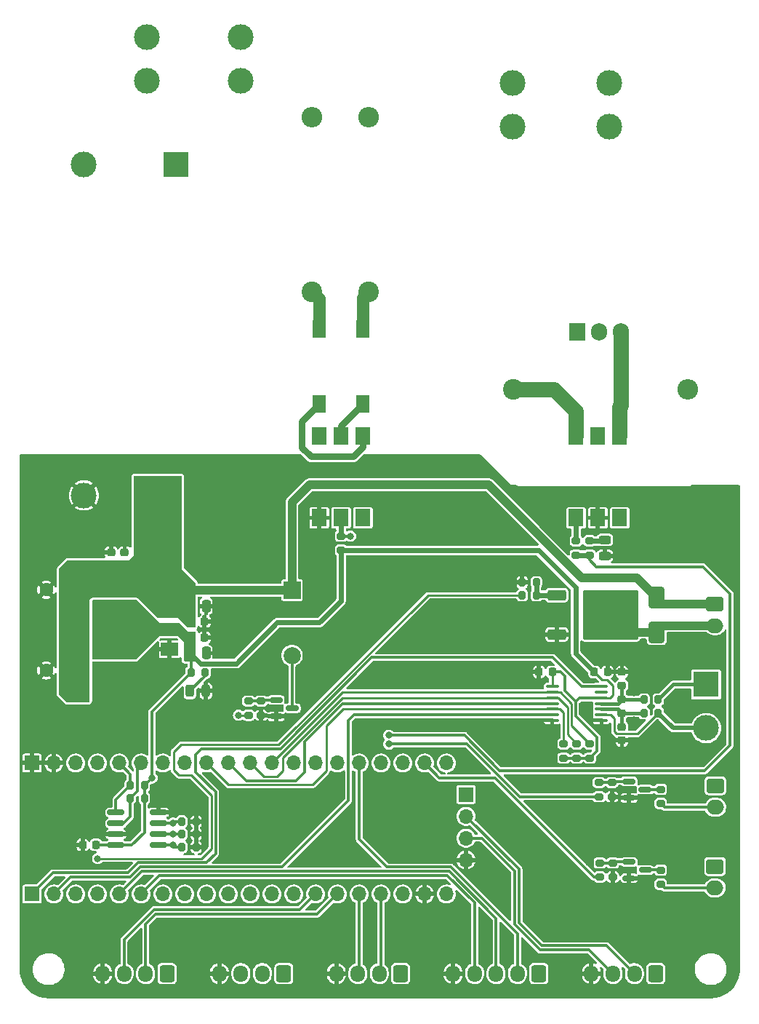
<source format=gbr>
%TF.GenerationSoftware,KiCad,Pcbnew,7.0.1*%
%TF.CreationDate,2023-11-07T15:52:04+07:00*%
%TF.ProjectId,Hot-plate-controller,486f742d-706c-4617-9465-2d636f6e7472,rev?*%
%TF.SameCoordinates,Original*%
%TF.FileFunction,Copper,L1,Top*%
%TF.FilePolarity,Positive*%
%FSLAX46Y46*%
G04 Gerber Fmt 4.6, Leading zero omitted, Abs format (unit mm)*
G04 Created by KiCad (PCBNEW 7.0.1) date 2023-11-07 15:52:04*
%MOMM*%
%LPD*%
G01*
G04 APERTURE LIST*
G04 Aperture macros list*
%AMRoundRect*
0 Rectangle with rounded corners*
0 $1 Rounding radius*
0 $2 $3 $4 $5 $6 $7 $8 $9 X,Y pos of 4 corners*
0 Add a 4 corners polygon primitive as box body*
4,1,4,$2,$3,$4,$5,$6,$7,$8,$9,$2,$3,0*
0 Add four circle primitives for the rounded corners*
1,1,$1+$1,$2,$3*
1,1,$1+$1,$4,$5*
1,1,$1+$1,$6,$7*
1,1,$1+$1,$8,$9*
0 Add four rect primitives between the rounded corners*
20,1,$1+$1,$2,$3,$4,$5,0*
20,1,$1+$1,$4,$5,$6,$7,0*
20,1,$1+$1,$6,$7,$8,$9,0*
20,1,$1+$1,$8,$9,$2,$3,0*%
G04 Aperture macros list end*
%TA.AperFunction,SMDPad,CuDef*%
%ADD10RoundRect,0.250000X-0.650000X1.000000X-0.650000X-1.000000X0.650000X-1.000000X0.650000X1.000000X0*%
%TD*%
%TA.AperFunction,SMDPad,CuDef*%
%ADD11R,1.500000X2.000000*%
%TD*%
%TA.AperFunction,ComponentPad*%
%ADD12C,3.000000*%
%TD*%
%TA.AperFunction,SMDPad,CuDef*%
%ADD13RoundRect,0.200000X0.275000X-0.200000X0.275000X0.200000X-0.275000X0.200000X-0.275000X-0.200000X0*%
%TD*%
%TA.AperFunction,ComponentPad*%
%ADD14R,1.700000X1.700000*%
%TD*%
%TA.AperFunction,ComponentPad*%
%ADD15O,1.700000X1.700000*%
%TD*%
%TA.AperFunction,SMDPad,CuDef*%
%ADD16RoundRect,0.250000X-0.250000X-0.475000X0.250000X-0.475000X0.250000X0.475000X-0.250000X0.475000X0*%
%TD*%
%TA.AperFunction,ComponentPad*%
%ADD17RoundRect,0.250000X-0.750000X0.600000X-0.750000X-0.600000X0.750000X-0.600000X0.750000X0.600000X0*%
%TD*%
%TA.AperFunction,ComponentPad*%
%ADD18O,2.000000X1.700000*%
%TD*%
%TA.AperFunction,SMDPad,CuDef*%
%ADD19RoundRect,0.200000X0.200000X0.275000X-0.200000X0.275000X-0.200000X-0.275000X0.200000X-0.275000X0*%
%TD*%
%TA.AperFunction,SMDPad,CuDef*%
%ADD20RoundRect,0.200000X-0.200000X-0.275000X0.200000X-0.275000X0.200000X0.275000X-0.200000X0.275000X0*%
%TD*%
%TA.AperFunction,ComponentPad*%
%ADD21R,1.905000X2.000000*%
%TD*%
%TA.AperFunction,ComponentPad*%
%ADD22O,1.905000X2.000000*%
%TD*%
%TA.AperFunction,SMDPad,CuDef*%
%ADD23RoundRect,0.150000X-0.587500X-0.150000X0.587500X-0.150000X0.587500X0.150000X-0.587500X0.150000X0*%
%TD*%
%TA.AperFunction,SMDPad,CuDef*%
%ADD24R,1.780000X2.000000*%
%TD*%
%TA.AperFunction,SMDPad,CuDef*%
%ADD25RoundRect,0.250000X-0.850000X-0.350000X0.850000X-0.350000X0.850000X0.350000X-0.850000X0.350000X0*%
%TD*%
%TA.AperFunction,SMDPad,CuDef*%
%ADD26RoundRect,0.250000X-1.275000X-1.125000X1.275000X-1.125000X1.275000X1.125000X-1.275000X1.125000X0*%
%TD*%
%TA.AperFunction,SMDPad,CuDef*%
%ADD27RoundRect,0.249997X-2.950003X-2.650003X2.950003X-2.650003X2.950003X2.650003X-2.950003X2.650003X0*%
%TD*%
%TA.AperFunction,ComponentPad*%
%ADD28R,3.000000X3.000000*%
%TD*%
%TA.AperFunction,SMDPad,CuDef*%
%ADD29RoundRect,0.225000X0.250000X-0.225000X0.250000X0.225000X-0.250000X0.225000X-0.250000X-0.225000X0*%
%TD*%
%TA.AperFunction,ComponentPad*%
%ADD30RoundRect,0.250000X0.600000X0.725000X-0.600000X0.725000X-0.600000X-0.725000X0.600000X-0.725000X0*%
%TD*%
%TA.AperFunction,ComponentPad*%
%ADD31O,1.700000X1.950000*%
%TD*%
%TA.AperFunction,SMDPad,CuDef*%
%ADD32RoundRect,0.200000X-0.275000X0.200000X-0.275000X-0.200000X0.275000X-0.200000X0.275000X0.200000X0*%
%TD*%
%TA.AperFunction,ComponentPad*%
%ADD33R,1.600000X1.600000*%
%TD*%
%TA.AperFunction,ComponentPad*%
%ADD34C,1.600000*%
%TD*%
%TA.AperFunction,SMDPad,CuDef*%
%ADD35RoundRect,0.225000X-0.225000X-0.250000X0.225000X-0.250000X0.225000X0.250000X-0.225000X0.250000X0*%
%TD*%
%TA.AperFunction,SMDPad,CuDef*%
%ADD36RoundRect,0.225000X0.225000X0.250000X-0.225000X0.250000X-0.225000X-0.250000X0.225000X-0.250000X0*%
%TD*%
%TA.AperFunction,SMDPad,CuDef*%
%ADD37R,2.000000X1.500000*%
%TD*%
%TA.AperFunction,SMDPad,CuDef*%
%ADD38R,2.000000X3.800000*%
%TD*%
%TA.AperFunction,SMDPad,CuDef*%
%ADD39RoundRect,0.225000X-0.250000X0.225000X-0.250000X-0.225000X0.250000X-0.225000X0.250000X0.225000X0*%
%TD*%
%TA.AperFunction,SMDPad,CuDef*%
%ADD40RoundRect,0.150000X0.825000X0.150000X-0.825000X0.150000X-0.825000X-0.150000X0.825000X-0.150000X0*%
%TD*%
%TA.AperFunction,ComponentPad*%
%ADD41R,2.000000X2.000000*%
%TD*%
%TA.AperFunction,ComponentPad*%
%ADD42C,2.000000*%
%TD*%
%TA.AperFunction,SMDPad,CuDef*%
%ADD43RoundRect,0.243750X0.456250X-0.243750X0.456250X0.243750X-0.456250X0.243750X-0.456250X-0.243750X0*%
%TD*%
%TA.AperFunction,ComponentPad*%
%ADD44C,2.400000*%
%TD*%
%TA.AperFunction,ComponentPad*%
%ADD45O,2.400000X2.400000*%
%TD*%
%TA.AperFunction,SMDPad,CuDef*%
%ADD46RoundRect,0.243750X0.243750X0.456250X-0.243750X0.456250X-0.243750X-0.456250X0.243750X-0.456250X0*%
%TD*%
%TA.AperFunction,SMDPad,CuDef*%
%ADD47RoundRect,0.100000X0.637500X0.100000X-0.637500X0.100000X-0.637500X-0.100000X0.637500X-0.100000X0*%
%TD*%
%TA.AperFunction,ViaPad*%
%ADD48C,0.800000*%
%TD*%
%TA.AperFunction,Conductor*%
%ADD49C,1.000000*%
%TD*%
%TA.AperFunction,Conductor*%
%ADD50C,0.600000*%
%TD*%
%TA.AperFunction,Conductor*%
%ADD51C,0.250000*%
%TD*%
%TA.AperFunction,Conductor*%
%ADD52C,0.800000*%
%TD*%
%TA.AperFunction,Conductor*%
%ADD53C,1.400000*%
%TD*%
%TA.AperFunction,Conductor*%
%ADD54C,1.800000*%
%TD*%
%TA.AperFunction,Conductor*%
%ADD55C,0.300000*%
%TD*%
%TA.AperFunction,Conductor*%
%ADD56C,0.400000*%
%TD*%
%TA.AperFunction,Conductor*%
%ADD57C,0.500000*%
%TD*%
G04 APERTURE END LIST*
D10*
%TO.P,D4,1,K*%
%TO.N,+5V*%
X134162800Y-105977900D03*
%TO.P,D4,2,A*%
%TO.N,Net-(D4-A)*%
X134162800Y-109977900D03*
%TD*%
D11*
%TO.P,D2,1,+*%
%TO.N,Net-(D2-+)*%
X94823600Y-83441400D03*
%TO.P,D2,2,-*%
%TO.N,Net-(D2--)*%
X99923600Y-83441400D03*
%TO.P,D2,3*%
%TO.N,Net-(D2-Pad3)*%
X99923600Y-74701400D03*
%TO.P,D2,4*%
%TO.N,Net-(D2-Pad4)*%
X94823600Y-74701400D03*
%TD*%
D12*
%TO.P,J4,1,Pin_1*%
%TO.N,Net-(J4-Pin_1)*%
X128625600Y-51181000D03*
X128625600Y-46101000D03*
%TD*%
%TO.P,J3,1,Pin_1*%
%TO.N,Net-(J3-Pin_1)*%
X85750400Y-45872400D03*
X85750400Y-40792400D03*
%TD*%
%TO.P,J2,1,Pin_1*%
%TO.N,Net-(J1-Pin_1)*%
X74828400Y-45872400D03*
X74828400Y-40792400D03*
%TD*%
%TO.P,J1,1,Pin_1*%
%TO.N,Net-(J1-Pin_1)*%
X117348000Y-51181000D03*
X117348000Y-46101000D03*
%TD*%
D13*
%TO.P,R2,1*%
%TO.N,/B1*%
X124790200Y-101002600D03*
%TO.P,R2,2*%
%TO.N,Net-(R2-Pad2)*%
X124790200Y-99352600D03*
%TD*%
D14*
%TO.P,J6,1,Pin_1*%
%TO.N,/B12*%
X61417200Y-140436600D03*
D15*
%TO.P,J6,2,Pin_2*%
%TO.N,/B13*%
X63957200Y-140436600D03*
%TO.P,J6,3,Pin_3*%
%TO.N,/B14*%
X66497200Y-140436600D03*
%TO.P,J6,4,Pin_4*%
%TO.N,/B15*%
X69037200Y-140436600D03*
%TO.P,J6,5,Pin_5*%
%TO.N,/A8*%
X71577200Y-140436600D03*
%TO.P,J6,6,Pin_6*%
%TO.N,/A*%
X74117200Y-140436600D03*
%TO.P,J6,7,Pin_7*%
%TO.N,/A10*%
X76657200Y-140436600D03*
%TO.P,J6,8,Pin_8*%
%TO.N,/A11*%
X79197200Y-140436600D03*
%TO.P,J6,9,Pin_9*%
%TO.N,/A12*%
X81737200Y-140436600D03*
%TO.P,J6,10,Pin_10*%
%TO.N,/A15*%
X84277200Y-140436600D03*
%TO.P,J6,11,Pin_11*%
%TO.N,/B3*%
X86817200Y-140436600D03*
%TO.P,J6,12,Pin_12*%
%TO.N,/B4*%
X89357200Y-140436600D03*
%TO.P,J6,13,Pin_13*%
%TO.N,/B5*%
X91897200Y-140436600D03*
%TO.P,J6,14,Pin_14*%
%TO.N,/B6*%
X94437200Y-140436600D03*
%TO.P,J6,15,Pin_15*%
%TO.N,/B7*%
X96977200Y-140436600D03*
%TO.P,J6,16,Pin_16*%
%TO.N,/B8*%
X99517200Y-140436600D03*
%TO.P,J6,17,Pin_17*%
%TO.N,/B9*%
X102057200Y-140436600D03*
%TO.P,J6,18,Pin_18*%
%TO.N,+5V*%
X104597200Y-140436600D03*
%TO.P,J6,19,Pin_19*%
%TO.N,GND*%
X107137200Y-140436600D03*
%TO.P,J6,20,Pin_20*%
%TO.N,unconnected-(J6-Pin_20-Pad20)*%
X109677200Y-140436600D03*
%TD*%
D13*
%TO.P,R17,1*%
%TO.N,/B0*%
X127457200Y-129120400D03*
%TO.P,R17,2*%
%TO.N,Net-(Q4-B)*%
X127457200Y-127470400D03*
%TD*%
D16*
%TO.P,C11,1*%
%TO.N,+5V*%
X79796200Y-106984800D03*
%TO.P,C11,2*%
%TO.N,GND*%
X81696200Y-106984800D03*
%TD*%
D17*
%TO.P,J16,1,Pin_1*%
%TO.N,+5V*%
X140961600Y-106705400D03*
D18*
%TO.P,J16,2,Pin_2*%
%TO.N,Net-(D4-A)*%
X140961600Y-109205400D03*
%TD*%
D13*
%TO.P,R3,1*%
%TO.N,+3V3*%
X97409000Y-100443800D03*
%TO.P,R3,2*%
%TO.N,/A1*%
X97409000Y-98793800D03*
%TD*%
D19*
%TO.P,R8,1*%
%TO.N,Net-(J5-Pin_2)*%
X134352800Y-119382800D03*
%TO.P,R8,2*%
%TO.N,Net-(U3-T-)*%
X132702800Y-119382800D03*
%TD*%
D20*
%TO.P,R26,1*%
%TO.N,/B15*%
X118512400Y-105684000D03*
%TO.P,R26,2*%
%TO.N,Net-(Q5-B)*%
X120162400Y-105684000D03*
%TD*%
D13*
%TO.P,R15,1*%
%TO.N,GND*%
X129059700Y-138467600D03*
%TO.P,R15,2*%
%TO.N,Net-(Q3-B)*%
X129059700Y-136817600D03*
%TD*%
D21*
%TO.P,Q1,1,A1*%
%TO.N,Net-(J4-Pin_1)*%
X124917200Y-75041800D03*
D22*
%TO.P,Q1,2,A2*%
%TO.N,Net-(J3-Pin_1)*%
X127457200Y-75041800D03*
%TO.P,Q1,3,G*%
%TO.N,Net-(Q1-G)*%
X129997200Y-75041800D03*
%TD*%
D13*
%TO.P,R18,1*%
%TO.N,GND*%
X128955800Y-129120400D03*
%TO.P,R18,2*%
%TO.N,Net-(Q4-B)*%
X128955800Y-127470400D03*
%TD*%
D23*
%TO.P,Q2,1,B*%
%TO.N,Net-(Q2-B)*%
X89844400Y-117871200D03*
%TO.P,Q2,2,E*%
%TO.N,GND*%
X89844400Y-119771200D03*
%TO.P,Q2,3,C*%
%TO.N,Net-(BZ1-+)*%
X91719400Y-118821200D03*
%TD*%
D13*
%TO.P,R13,1*%
%TO.N,GND*%
X88114900Y-119646200D03*
%TO.P,R13,2*%
%TO.N,Net-(Q2-B)*%
X88114900Y-117996200D03*
%TD*%
D24*
%TO.P,U1,1*%
%TO.N,Net-(D2-+)*%
X99949000Y-87142400D03*
%TO.P,U1,2*%
%TO.N,Net-(D2--)*%
X97409000Y-87142400D03*
%TO.P,U1,3,NC*%
%TO.N,unconnected-(U1-NC-Pad3)*%
X94869000Y-87142400D03*
%TO.P,U1,4*%
%TO.N,GND*%
X94869000Y-96672400D03*
%TO.P,U1,5*%
%TO.N,/A1*%
X97409000Y-96672400D03*
%TO.P,U1,6*%
%TO.N,unconnected-(U1-Pad6)*%
X99949000Y-96672400D03*
%TD*%
D25*
%TO.P,Q5,1,B*%
%TO.N,Net-(Q5-B)*%
X122528800Y-105670000D03*
D26*
%TO.P,Q5,2,C*%
%TO.N,Net-(D4-A)*%
X127153800Y-106425000D03*
X127153800Y-109475000D03*
D27*
X128828800Y-107950000D03*
D26*
X130503800Y-106425000D03*
X130503800Y-109475000D03*
D25*
%TO.P,Q5,3,E*%
%TO.N,GND*%
X122528800Y-110230000D03*
%TD*%
D28*
%TO.P,J5,1,Pin_1*%
%TO.N,Net-(J5-Pin_1)*%
X139928600Y-116055400D03*
D12*
%TO.P,J5,2,Pin_2*%
%TO.N,Net-(J5-Pin_2)*%
X139928600Y-121135400D03*
%TD*%
D13*
%TO.P,R10,1*%
%TO.N,+3V3*%
X124866400Y-124627400D03*
%TO.P,R10,2*%
%TO.N,/A5*%
X124866400Y-122977400D03*
%TD*%
D29*
%TO.P,C2,1*%
%TO.N,+5V*%
X72212200Y-102235000D03*
%TO.P,C2,2*%
%TO.N,GND*%
X72212200Y-100685000D03*
%TD*%
D19*
%TO.P,R22,1*%
%TO.N,GND*%
X80530200Y-134975600D03*
%TO.P,R22,2*%
%TO.N,Net-(JP3-A)*%
X78880200Y-134975600D03*
%TD*%
D29*
%TO.P,C5,1*%
%TO.N,Net-(U3-T+)*%
X130124200Y-116163500D03*
%TO.P,C5,2*%
%TO.N,GND*%
X130124200Y-114613500D03*
%TD*%
D20*
%TO.P,R24,1*%
%TO.N,/B10*%
X72860400Y-129286000D03*
%TO.P,R24,2*%
%TO.N,+3V3*%
X74510400Y-129286000D03*
%TD*%
D13*
%TO.P,R11,1*%
%TO.N,+3V3*%
X123342400Y-124627400D03*
%TO.P,R11,2*%
%TO.N,/A7*%
X123342400Y-122977400D03*
%TD*%
D30*
%TO.P,J15,1,Pin_1*%
%TO.N,unconnected-(J15-Pin_1-Pad1)*%
X134064400Y-149699200D03*
D31*
%TO.P,J15,2,Pin_2*%
%TO.N,/DIO*%
X131564400Y-149699200D03*
%TO.P,J15,3,Pin_3*%
%TO.N,/CLK*%
X129064400Y-149699200D03*
%TO.P,J15,4,Pin_4*%
%TO.N,GND*%
X126564400Y-149699200D03*
%TD*%
D32*
%TO.P,R19,1*%
%TO.N,Net-(Q4-C)*%
X134637000Y-128263200D03*
%TO.P,R19,2*%
%TO.N,Net-(J13-Pin_2)*%
X134637000Y-129913200D03*
%TD*%
D17*
%TO.P,J12,1,Pin_1*%
%TO.N,+3V3*%
X140961600Y-137230800D03*
D18*
%TO.P,J12,2,Pin_2*%
%TO.N,Net-(J12-Pin_2)*%
X140961600Y-139730800D03*
%TD*%
D30*
%TO.P,J9,1,Pin_1*%
%TO.N,+3V3*%
X120460036Y-149699200D03*
D31*
%TO.P,J9,2,Pin_2*%
%TO.N,/A0*%
X117960036Y-149699200D03*
%TO.P,J9,3,Pin_3*%
%TO.N,/A8*%
X115460036Y-149699200D03*
%TO.P,J9,4,Pin_4*%
%TO.N,/A*%
X112960036Y-149699200D03*
%TO.P,J9,5,Pin_5*%
%TO.N,GND*%
X110460036Y-149699200D03*
%TD*%
D33*
%TO.P,C3,1*%
%TO.N,+5V*%
X65575795Y-114427000D03*
D34*
%TO.P,C3,2*%
%TO.N,GND*%
X63075795Y-114427000D03*
%TD*%
D35*
%TO.P,C13,1*%
%TO.N,+5V*%
X79971200Y-108737400D03*
%TO.P,C13,2*%
%TO.N,GND*%
X81521200Y-108737400D03*
%TD*%
D36*
%TO.P,C9,1*%
%TO.N,+3V3*%
X122009200Y-114607600D03*
%TO.P,C9,2*%
%TO.N,GND*%
X120459200Y-114607600D03*
%TD*%
D28*
%TO.P,PS2,1,AC/N*%
%TO.N,Net-(J3-Pin_1)*%
X78218800Y-55560000D03*
D12*
%TO.P,PS2,2,AC/L*%
%TO.N,Net-(J1-Pin_1)*%
X67468800Y-55560000D03*
%TO.P,PS2,3,-Vo*%
%TO.N,GND*%
X67468800Y-94060000D03*
%TO.P,PS2,4,+Vo*%
%TO.N,+5V*%
X75468800Y-94060000D03*
%TD*%
D23*
%TO.P,Q4,1,B*%
%TO.N,Net-(Q4-B)*%
X130939300Y-127345400D03*
%TO.P,Q4,2,E*%
%TO.N,GND*%
X130939300Y-129245400D03*
%TO.P,Q4,3,C*%
%TO.N,Net-(Q4-C)*%
X132814300Y-128295400D03*
%TD*%
D37*
%TO.P,U5,1,GND*%
%TO.N,GND*%
X77444600Y-111977200D03*
%TO.P,U5,2,VO*%
%TO.N,+3V3*%
X77444600Y-109677200D03*
D38*
X71144600Y-109677200D03*
D37*
%TO.P,U5,3,VI*%
%TO.N,+5V*%
X77444600Y-107377200D03*
%TD*%
D39*
%TO.P,C7,1*%
%TO.N,Net-(U3-T-)*%
X130124200Y-121027300D03*
%TO.P,C7,2*%
%TO.N,GND*%
X130124200Y-122577300D03*
%TD*%
D19*
%TO.P,R25,1*%
%TO.N,Net-(D3-A)*%
X81571200Y-114681000D03*
%TO.P,R25,2*%
%TO.N,+3V3*%
X79921200Y-114681000D03*
%TD*%
D40*
%TO.P,U4,1,A0*%
%TO.N,Net-(JP3-A)*%
X76146200Y-134746600D03*
%TO.P,U4,2,A1*%
%TO.N,Net-(JP2-A)*%
X76146200Y-133476600D03*
%TO.P,U4,3,A2*%
%TO.N,Net-(JP1-A)*%
X76146200Y-132206600D03*
%TO.P,U4,4,GND*%
%TO.N,GND*%
X76146200Y-130936600D03*
%TO.P,U4,5,SDA*%
%TO.N,/B11*%
X71196200Y-130936600D03*
%TO.P,U4,6,SCL*%
%TO.N,/B10*%
X71196200Y-132206600D03*
%TO.P,U4,7,WP*%
%TO.N,GND*%
X71196200Y-133476600D03*
%TO.P,U4,8,VCC*%
%TO.N,+3V3*%
X71196200Y-134746600D03*
%TD*%
D17*
%TO.P,J13,1,Pin_1*%
%TO.N,+3V3*%
X141004000Y-127838200D03*
D18*
%TO.P,J13,2,Pin_2*%
%TO.N,Net-(J13-Pin_2)*%
X141004000Y-130338200D03*
%TD*%
D19*
%TO.P,R20,1*%
%TO.N,GND*%
X80530200Y-132003800D03*
%TO.P,R20,2*%
%TO.N,Net-(JP1-A)*%
X78880200Y-132003800D03*
%TD*%
D41*
%TO.P,BZ1,1,-*%
%TO.N,+5V*%
X91694000Y-105089800D03*
D42*
%TO.P,BZ1,2,+*%
%TO.N,Net-(BZ1-+)*%
X91694000Y-112689800D03*
%TD*%
D23*
%TO.P,Q3,1,B*%
%TO.N,Net-(Q3-B)*%
X130964700Y-136692600D03*
%TO.P,Q3,2,E*%
%TO.N,GND*%
X130964700Y-138592600D03*
%TO.P,Q3,3,C*%
%TO.N,Net-(Q3-C)*%
X132839700Y-137642600D03*
%TD*%
D43*
%TO.P,D1,1,K*%
%TO.N,GND*%
X128143000Y-101095100D03*
%TO.P,D1,2,A*%
%TO.N,Net-(D1-A)*%
X128143000Y-99220100D03*
%TD*%
D44*
%TO.P,R6,1*%
%TO.N,Net-(D2-Pad4)*%
X94005400Y-70358000D03*
D45*
%TO.P,R6,2*%
%TO.N,Net-(J1-Pin_1)*%
X94005400Y-50038000D03*
%TD*%
D24*
%TO.P,U2,1*%
%TO.N,Net-(R2-Pad2)*%
X124780000Y-96672400D03*
%TO.P,U2,2*%
%TO.N,GND*%
X127320000Y-96672400D03*
%TO.P,U2,3,NC*%
%TO.N,unconnected-(U2-NC-Pad3)*%
X129860000Y-96672400D03*
%TO.P,U2,4*%
%TO.N,Net-(Q1-G)*%
X129860000Y-87142400D03*
%TO.P,U2,5,NC*%
%TO.N,unconnected-(U2-NC-Pad5)*%
X127320000Y-87142400D03*
%TO.P,U2,6*%
%TO.N,Net-(R4-Pad1)*%
X124780000Y-87142400D03*
%TD*%
D44*
%TO.P,R5,1*%
%TO.N,Net-(D2-Pad3)*%
X100660200Y-70358000D03*
D45*
%TO.P,R5,2*%
%TO.N,Net-(J3-Pin_1)*%
X100660200Y-50038000D03*
%TD*%
D20*
%TO.P,R23,1*%
%TO.N,/B11*%
X72860400Y-127812800D03*
%TO.P,R23,2*%
%TO.N,+3V3*%
X74510400Y-127812800D03*
%TD*%
D19*
%TO.P,R7,1*%
%TO.N,Net-(J5-Pin_1)*%
X134352800Y-117833400D03*
%TO.P,R7,2*%
%TO.N,Net-(U3-T+)*%
X132702800Y-117833400D03*
%TD*%
D35*
%TO.P,C14,1*%
%TO.N,+3V3*%
X79971200Y-110617000D03*
%TO.P,C14,2*%
%TO.N,GND*%
X81521200Y-110617000D03*
%TD*%
D16*
%TO.P,C12,1*%
%TO.N,+3V3*%
X79796200Y-112420400D03*
%TO.P,C12,2*%
%TO.N,GND*%
X81696200Y-112420400D03*
%TD*%
D13*
%TO.P,R12,1*%
%TO.N,/B14*%
X86641700Y-119646200D03*
%TO.P,R12,2*%
%TO.N,Net-(Q2-B)*%
X86641700Y-117996200D03*
%TD*%
D32*
%TO.P,R16,1*%
%TO.N,Net-(Q3-C)*%
X134645400Y-137655800D03*
%TO.P,R16,2*%
%TO.N,Net-(J12-Pin_2)*%
X134645400Y-139305800D03*
%TD*%
D19*
%TO.P,R21,1*%
%TO.N,GND*%
X80530200Y-133477000D03*
%TO.P,R21,2*%
%TO.N,Net-(JP2-A)*%
X78880200Y-133477000D03*
%TD*%
D13*
%TO.P,R9,1*%
%TO.N,+3V3*%
X126390400Y-124627400D03*
%TO.P,R9,2*%
%TO.N,/A4*%
X126390400Y-122977400D03*
%TD*%
D36*
%TO.P,C10,1*%
%TO.N,+3V3*%
X68872400Y-134721600D03*
%TO.P,C10,2*%
%TO.N,GND*%
X67322400Y-134721600D03*
%TD*%
D44*
%TO.P,R4,1*%
%TO.N,Net-(R4-Pad1)*%
X117449600Y-81722000D03*
D45*
%TO.P,R4,2*%
%TO.N,Net-(J3-Pin_1)*%
X137769600Y-81722000D03*
%TD*%
D30*
%TO.P,J14,1,Pin_1*%
%TO.N,+5V*%
X90751312Y-149699200D03*
D31*
%TO.P,J14,2,Pin_2*%
%TO.N,/A3*%
X88251312Y-149699200D03*
%TO.P,J14,3,Pin_3*%
%TO.N,/A2*%
X85751312Y-149699200D03*
%TO.P,J14,4,Pin_4*%
%TO.N,GND*%
X83251312Y-149699200D03*
%TD*%
D46*
%TO.P,D3,1,K*%
%TO.N,GND*%
X81683700Y-116814600D03*
%TO.P,D3,2,A*%
%TO.N,Net-(D3-A)*%
X79808700Y-116814600D03*
%TD*%
D14*
%TO.P,J8,1,Pin_1*%
%TO.N,unconnected-(J8-Pin_1-Pad1)*%
X111962800Y-128861600D03*
D15*
%TO.P,J8,2,Pin_2*%
%TO.N,/DIO*%
X111962800Y-131401600D03*
%TO.P,J8,3,Pin_3*%
%TO.N,/CLK*%
X111962800Y-133941600D03*
%TO.P,J8,4,Pin_4*%
%TO.N,GND*%
X111962800Y-136481600D03*
%TD*%
D30*
%TO.P,J10,1,Pin_1*%
%TO.N,+3V3*%
X104355674Y-149699200D03*
D31*
%TO.P,J10,2,Pin_2*%
%TO.N,/B9*%
X101855674Y-149699200D03*
%TO.P,J10,3,Pin_3*%
%TO.N,/B8*%
X99355674Y-149699200D03*
%TO.P,J10,4,Pin_4*%
%TO.N,GND*%
X96855674Y-149699200D03*
%TD*%
D30*
%TO.P,J11,1,Pin_1*%
%TO.N,+3V3*%
X77146950Y-149699200D03*
D31*
%TO.P,J11,2,Pin_2*%
%TO.N,/B7*%
X74646950Y-149699200D03*
%TO.P,J11,3,Pin_3*%
%TO.N,/B6*%
X72146950Y-149699200D03*
%TO.P,J11,4,Pin_4*%
%TO.N,GND*%
X69646950Y-149699200D03*
%TD*%
D20*
%TO.P,R27,1*%
%TO.N,GND*%
X118512400Y-104185400D03*
%TO.P,R27,2*%
%TO.N,Net-(Q5-B)*%
X120162400Y-104185400D03*
%TD*%
D47*
%TO.P,U3,1,AGND*%
%TO.N,GND*%
X127728900Y-120215200D03*
%TO.P,U3,2,BIAS*%
%TO.N,Net-(J5-Pin_2)*%
X127728900Y-119565200D03*
%TO.P,U3,3,T-*%
%TO.N,Net-(U3-T-)*%
X127728900Y-118915200D03*
%TO.P,U3,4,T+*%
%TO.N,Net-(U3-T+)*%
X127728900Y-118265200D03*
%TO.P,U3,5,AVDD*%
%TO.N,+3V3*%
X127728900Y-117615200D03*
%TO.P,U3,6,DNC*%
%TO.N,unconnected-(U3-DNC-Pad6)*%
X127728900Y-116965200D03*
%TO.P,U3,7,~{DRDY}*%
%TO.N,/B12*%
X127728900Y-116315200D03*
%TO.P,U3,8,DVDD*%
%TO.N,+3V3*%
X122003900Y-116315200D03*
%TO.P,U3,9,~{CS}*%
%TO.N,/A4*%
X122003900Y-116965200D03*
%TO.P,U3,10,SCK*%
%TO.N,/A5*%
X122003900Y-117615200D03*
%TO.P,U3,11,SDO*%
%TO.N,/A6*%
X122003900Y-118265200D03*
%TO.P,U3,12,SDI*%
%TO.N,/A7*%
X122003900Y-118915200D03*
%TO.P,U3,13,~{FAULT}*%
%TO.N,/B13*%
X122003900Y-119565200D03*
%TO.P,U3,14,DGND*%
%TO.N,GND*%
X122003900Y-120215200D03*
%TD*%
D29*
%TO.P,C1,1*%
%TO.N,+5V*%
X70612000Y-102235000D03*
%TO.P,C1,2*%
%TO.N,GND*%
X70612000Y-100685000D03*
%TD*%
D35*
%TO.P,C8,1*%
%TO.N,+3V3*%
X126885400Y-114607600D03*
%TO.P,C8,2*%
%TO.N,GND*%
X128435400Y-114607600D03*
%TD*%
D14*
%TO.P,J7,1,Pin_1*%
%TO.N,GND*%
X61417200Y-125196600D03*
D15*
%TO.P,J7,2,Pin_2*%
X63957200Y-125196600D03*
%TO.P,J7,3,Pin_3*%
%TO.N,unconnected-(J7-Pin_3-Pad3)*%
X66497200Y-125196600D03*
%TO.P,J7,4,Pin_4*%
%TO.N,/RST*%
X69037200Y-125196600D03*
%TO.P,J7,5,Pin_5*%
%TO.N,/B11*%
X71577200Y-125196600D03*
%TO.P,J7,6,Pin_6*%
%TO.N,/B10*%
X74117200Y-125196600D03*
%TO.P,J7,7,Pin_7*%
%TO.N,/B1*%
X76657200Y-125196600D03*
%TO.P,J7,8,Pin_8*%
%TO.N,/B0*%
X79197200Y-125196600D03*
%TO.P,J7,9,Pin_9*%
%TO.N,/A7*%
X81737200Y-125196600D03*
%TO.P,J7,10,Pin_10*%
%TO.N,/A6*%
X84277200Y-125196600D03*
%TO.P,J7,11,Pin_11*%
%TO.N,/A5*%
X86817200Y-125196600D03*
%TO.P,J7,12,Pin_12*%
%TO.N,/A4*%
X89357200Y-125196600D03*
%TO.P,J7,13,Pin_13*%
%TO.N,/A3*%
X91897200Y-125196600D03*
%TO.P,J7,14,Pin_14*%
%TO.N,/A2*%
X94437200Y-125196600D03*
%TO.P,J7,15,Pin_15*%
%TO.N,/A1*%
X96977200Y-125196600D03*
%TO.P,J7,16,Pin_16*%
%TO.N,/A0*%
X99517200Y-125196600D03*
%TO.P,J7,17,Pin_17*%
%TO.N,/C15*%
X102057200Y-125196600D03*
%TO.P,J7,18,Pin_18*%
%TO.N,/C14*%
X104597200Y-125196600D03*
%TO.P,J7,19,Pin_19*%
%TO.N,/C13*%
X107137200Y-125196600D03*
%TO.P,J7,20,Pin_20*%
%TO.N,/VBAT*%
X109677200Y-125196600D03*
%TD*%
D33*
%TO.P,C4,1*%
%TO.N,+5V*%
X65575795Y-105054400D03*
D34*
%TO.P,C4,2*%
%TO.N,GND*%
X63075795Y-105054400D03*
%TD*%
D13*
%TO.P,R14,1*%
%TO.N,/C13*%
X127561100Y-138467600D03*
%TO.P,R14,2*%
%TO.N,Net-(Q3-B)*%
X127561100Y-136817600D03*
%TD*%
D39*
%TO.P,C6,1*%
%TO.N,Net-(U3-T+)*%
X130124200Y-117820400D03*
%TO.P,C6,2*%
%TO.N,Net-(U3-T-)*%
X130124200Y-119370400D03*
%TD*%
D13*
%TO.P,R1,1*%
%TO.N,/B1*%
X126339600Y-101002600D03*
%TO.P,R1,2*%
%TO.N,Net-(D1-A)*%
X126339600Y-99352600D03*
%TD*%
D48*
%TO.N,GND*%
X69181134Y-91516200D03*
X68334467Y-91516200D03*
X67487800Y-91516200D03*
X66641133Y-91516200D03*
X65794466Y-91516200D03*
X69181134Y-90669533D03*
X68334467Y-90669533D03*
X67487800Y-90669533D03*
X66641133Y-90669533D03*
X65794466Y-90669533D03*
X69206534Y-98467334D03*
X68359867Y-98467334D03*
X67513200Y-98467334D03*
X66666533Y-98467334D03*
X65819866Y-98467334D03*
X69206534Y-97620667D03*
X68359867Y-97620667D03*
X67513200Y-97620667D03*
X66666533Y-97620667D03*
X65819866Y-97620667D03*
X69206534Y-96774000D03*
X68359867Y-96774000D03*
X67513200Y-96774000D03*
X66666533Y-96774000D03*
X65819866Y-96774000D03*
X133756400Y-147218400D03*
X107442000Y-143992600D03*
X92608400Y-144195800D03*
X79654400Y-144449800D03*
X91490800Y-110363000D03*
X87147400Y-107111800D03*
X83642200Y-106426000D03*
X82880200Y-108178600D03*
X81940400Y-94945200D03*
X91135200Y-90703400D03*
X102666800Y-90576400D03*
X109270800Y-90601800D03*
X141401800Y-101244400D03*
X141325600Y-95148400D03*
X130302000Y-98907600D03*
X115773200Y-122174000D03*
X116992400Y-115087400D03*
X131521200Y-113792000D03*
X125018800Y-114350800D03*
X141732000Y-118821200D03*
X138252200Y-118719600D03*
X134924800Y-115824000D03*
X137160000Y-115036600D03*
X137134600Y-122199400D03*
X134543800Y-121666000D03*
X133477000Y-126974600D03*
X129057400Y-130403600D03*
X120421400Y-127609600D03*
X123190000Y-131572000D03*
X132181600Y-132537200D03*
X140944600Y-132943600D03*
X139014200Y-128701800D03*
X139217400Y-138633200D03*
X130987800Y-139750800D03*
X129133600Y-139725400D03*
X89306400Y-135839200D03*
X92354400Y-132003800D03*
X85420200Y-135585200D03*
X87655400Y-130759200D03*
X96291400Y-135661400D03*
X103225600Y-130556000D03*
X107975400Y-134010400D03*
X115620800Y-138709400D03*
X110439200Y-148005800D03*
X96875600Y-148031200D03*
X83312000Y-148031200D03*
X69646800Y-148031200D03*
X63550800Y-143840200D03*
X61950600Y-132613400D03*
X67868800Y-127812800D03*
X67741800Y-137058400D03*
X70561200Y-137134600D03*
X68884800Y-132181600D03*
X78308200Y-128295400D03*
X80518000Y-130657600D03*
X76860400Y-122732800D03*
X78282800Y-119634000D03*
X69240400Y-100634800D03*
X61442600Y-105079800D03*
X63042800Y-103479600D03*
X63068200Y-106654600D03*
X61493400Y-114401600D03*
X63195200Y-116078000D03*
X63119000Y-112852200D03*
X61976000Y-121056400D03*
X71247000Y-117475000D03*
X75590400Y-112191800D03*
X77495400Y-113538000D03*
X83413600Y-111607600D03*
X82931000Y-116789200D03*
X89636600Y-120954800D03*
X108508800Y-114833400D03*
X102666800Y-114579400D03*
X100787200Y-120827800D03*
X108737400Y-120726200D03*
X122021600Y-121285000D03*
X126034800Y-118948200D03*
X127889000Y-121335800D03*
X127330200Y-94792800D03*
X85369400Y-101193600D03*
X95097600Y-101549200D03*
X102108000Y-106172000D03*
X107696000Y-110032800D03*
X114376200Y-110540800D03*
X114020600Y-102895400D03*
X110515400Y-96393000D03*
%TO.N,+5V*%
X77664734Y-97620667D03*
X70662799Y-103784400D03*
X76818067Y-98467334D03*
X76818067Y-97620667D03*
X74278066Y-98467334D03*
X75124733Y-97620667D03*
X72356133Y-104631067D03*
X77664734Y-98467334D03*
X73202800Y-103784400D03*
X75971400Y-98467334D03*
X72356133Y-103784400D03*
X69816132Y-103784400D03*
X71509466Y-104631067D03*
X75124733Y-96774000D03*
X74278066Y-97620667D03*
X71509466Y-103784400D03*
X76818067Y-96774000D03*
X75971400Y-97620667D03*
X77664734Y-96774000D03*
X73202800Y-104631067D03*
X74278066Y-96774000D03*
X70662799Y-104631067D03*
X69816132Y-104631067D03*
X75971400Y-96774000D03*
X75124733Y-98467334D03*
%TO.N,GND*%
X123672600Y-149352000D03*
X131495800Y-117020600D03*
X131495800Y-120170200D03*
%TO.N,+3V3*%
X68876333Y-110523867D03*
X68876333Y-108830533D03*
X69723000Y-109677200D03*
X69723000Y-107983866D03*
X69723000Y-111370534D03*
X69723000Y-108830533D03*
X68876333Y-109677200D03*
X69723000Y-110523867D03*
X68876333Y-107983866D03*
X75387200Y-126936000D03*
X68876333Y-111370534D03*
%TO.N,/B14*%
X85471000Y-119634000D03*
%TO.N,/B15*%
X69062600Y-136321800D03*
%TO.N,/B1*%
X102971600Y-121987297D03*
%TO.N,/B0*%
X102971600Y-122986800D03*
%TO.N,/A1*%
X98501200Y-98806000D03*
%TO.N,Net-(JP1-A)*%
X77825600Y-132207000D03*
%TO.N,Net-(JP2-A)*%
X77825600Y-133477000D03*
%TO.N,Net-(JP3-A)*%
X77825600Y-134747000D03*
%TD*%
D49*
%TO.N,+5V*%
X125450600Y-103657400D02*
X131842300Y-103657400D01*
X93726000Y-92837000D02*
X114630200Y-92837000D01*
X131842300Y-103657400D02*
X134162800Y-105977900D01*
X91694000Y-94869000D02*
X93726000Y-92837000D01*
X114630200Y-92837000D02*
X125450600Y-103657400D01*
X91694000Y-105089800D02*
X91694000Y-94869000D01*
X134890300Y-106705400D02*
X134162800Y-105977900D01*
X140961600Y-106705400D02*
X134890300Y-106705400D01*
%TO.N,Net-(D4-A)*%
X130856700Y-109977900D02*
X128828800Y-107950000D01*
X134162800Y-109977900D02*
X130856700Y-109977900D01*
X134935300Y-109205400D02*
X134162800Y-109977900D01*
X140961600Y-109205400D02*
X134935300Y-109205400D01*
D50*
%TO.N,+3V3*%
X124739400Y-112461600D02*
X126885400Y-114607600D01*
X120390986Y-100443800D02*
X124739400Y-104792214D01*
X124739400Y-104792214D02*
X124739400Y-112461600D01*
X97409000Y-100443800D02*
X120390986Y-100443800D01*
%TO.N,Net-(Q5-B)*%
X122514800Y-105684000D02*
X122528800Y-105670000D01*
X120162400Y-105684000D02*
X122514800Y-105684000D01*
X120162400Y-104185400D02*
X120162400Y-105684000D01*
D51*
%TO.N,/B15*%
X107520896Y-105689400D02*
X118507000Y-105689400D01*
X118507000Y-105689400D02*
X118512400Y-105684000D01*
X90139697Y-123070600D02*
X107520896Y-105689400D01*
X86487000Y-123070600D02*
X90139697Y-123070600D01*
D52*
%TO.N,Net-(D2-+)*%
X93903800Y-89535000D02*
X98856800Y-89535000D01*
X92837000Y-88468200D02*
X93903800Y-89535000D01*
X98856800Y-89535000D02*
X99949000Y-88442800D01*
X92837000Y-85428000D02*
X92837000Y-88468200D01*
X99949000Y-88442800D02*
X99949000Y-87142400D01*
X94823600Y-83441400D02*
X92837000Y-85428000D01*
%TO.N,Net-(D2--)*%
X97409000Y-87142400D02*
X97409000Y-85956000D01*
X97409000Y-85956000D02*
X99923600Y-83441400D01*
D53*
%TO.N,Net-(D2-Pad3)*%
X99923600Y-71094600D02*
X100660200Y-70358000D01*
X99923600Y-74701400D02*
X99923600Y-71094600D01*
%TO.N,Net-(D2-Pad4)*%
X94823600Y-71176200D02*
X94005400Y-70358000D01*
X94823600Y-74701400D02*
X94823600Y-71176200D01*
D54*
%TO.N,Net-(Q1-G)*%
X129860000Y-83754000D02*
X129860000Y-87142400D01*
X129997200Y-83616800D02*
X129860000Y-83754000D01*
X129997200Y-83616800D02*
X129997200Y-75041800D01*
D49*
%TO.N,+5V*%
X75468800Y-99243200D02*
X75468800Y-94060000D01*
X91694000Y-105089800D02*
X79732000Y-105089800D01*
X79732000Y-105089800D02*
X77444600Y-107377200D01*
X77444600Y-101219000D02*
X75468800Y-99243200D01*
X77444600Y-107377200D02*
X77444600Y-101219000D01*
D55*
%TO.N,Net-(BZ1-+)*%
X91694000Y-118795800D02*
X91694000Y-112689800D01*
X91719400Y-118821200D02*
X91694000Y-118795800D01*
D56*
%TO.N,Net-(U3-T+)*%
X127728900Y-118265200D02*
X129679400Y-118265200D01*
X129679400Y-118265200D02*
X130124200Y-117820400D01*
X130124200Y-116163500D02*
X130124200Y-117820400D01*
X130124200Y-117820400D02*
X132689800Y-117820400D01*
X132689800Y-117820400D02*
X132702800Y-117833400D01*
%TO.N,Net-(U3-T-)*%
X132690400Y-119370400D02*
X132702800Y-119382800D01*
X127728900Y-118915200D02*
X129669000Y-118915200D01*
X129669000Y-118915200D02*
X130124200Y-119370400D01*
X130124200Y-121027300D02*
X130124200Y-119370400D01*
X130124200Y-119370400D02*
X132690400Y-119370400D01*
D55*
%TO.N,+3V3*%
X124717400Y-119716400D02*
X124717400Y-118068407D01*
X75387200Y-126936000D02*
X74510400Y-127812800D01*
D50*
X94894400Y-108864400D02*
X97409000Y-106349800D01*
D55*
X126390400Y-124627400D02*
X127215400Y-123802400D01*
D50*
X89992200Y-108864400D02*
X94894400Y-108864400D01*
D55*
X71196200Y-134746600D02*
X73050800Y-134746600D01*
X126390400Y-124627400D02*
X124866400Y-124627400D01*
D50*
X97409000Y-106349800D02*
X97409000Y-100443800D01*
D55*
X71171200Y-134721600D02*
X71196200Y-134746600D01*
X127215400Y-123802400D02*
X127215400Y-122214400D01*
X79921200Y-114681000D02*
X75387200Y-119215000D01*
X124866400Y-124627400D02*
X123342400Y-124627400D01*
D51*
X127825200Y-115547400D02*
X128422400Y-115547400D01*
D55*
X73050800Y-134746600D02*
X74510400Y-133287000D01*
X79921200Y-112545400D02*
X79796200Y-112420400D01*
X79921200Y-114681000D02*
X79921200Y-112545400D01*
X127215400Y-122214400D02*
X124717400Y-119716400D01*
X74510400Y-133287000D02*
X74510400Y-129286000D01*
D51*
X126885400Y-114607600D02*
X127825200Y-115547400D01*
D55*
X124717400Y-118068407D02*
X123444000Y-116795007D01*
D51*
X128422400Y-115547400D02*
X129082800Y-116207800D01*
X122003900Y-116315200D02*
X122003900Y-114612900D01*
D55*
X123444000Y-115090200D02*
X122961400Y-114607600D01*
X123444000Y-116795007D02*
X123444000Y-115090200D01*
X124717400Y-118068407D02*
X125170607Y-117615200D01*
D50*
X79796200Y-112420400D02*
X81021200Y-113645400D01*
D55*
X68872400Y-134721600D02*
X71171200Y-134721600D01*
X75387200Y-119215000D02*
X75387200Y-126936000D01*
D50*
X81021200Y-113645400D02*
X85211200Y-113645400D01*
D51*
X129082800Y-116207800D02*
X129082800Y-117274600D01*
X129082800Y-117274600D02*
X128742200Y-117615200D01*
X128742200Y-117615200D02*
X127728900Y-117615200D01*
D50*
X85211200Y-113645400D02*
X89992200Y-108864400D01*
D55*
X122961400Y-114607600D02*
X122009200Y-114607600D01*
X74510400Y-127812800D02*
X74510400Y-129286000D01*
X125170607Y-117615200D02*
X127728900Y-117615200D01*
D50*
%TO.N,Net-(D1-A)*%
X128010500Y-99352600D02*
X128143000Y-99220100D01*
X126339600Y-99352600D02*
X128010500Y-99352600D01*
D56*
%TO.N,Net-(J5-Pin_1)*%
X136130800Y-116055400D02*
X139928600Y-116055400D01*
X134352800Y-117833400D02*
X136130800Y-116055400D01*
D51*
%TO.N,Net-(J5-Pin_2)*%
X131933300Y-121802300D02*
X134352800Y-119382800D01*
D57*
X134352800Y-119382800D02*
X136105400Y-121135400D01*
D51*
X129235200Y-121516400D02*
X129521100Y-121802300D01*
X128833400Y-119565200D02*
X129235200Y-119967000D01*
X129235200Y-119967000D02*
X129235200Y-121516400D01*
X127728900Y-119565200D02*
X128833400Y-119565200D01*
X129521100Y-121802300D02*
X131933300Y-121802300D01*
D57*
X136105400Y-121135400D02*
X139928600Y-121135400D01*
D55*
%TO.N,/B12*%
X63881000Y-137972800D02*
X72626788Y-137972800D01*
X73804588Y-136795000D02*
X81721200Y-136795000D01*
X72626788Y-137972800D02*
X73804588Y-136795000D01*
X100953648Y-112928400D02*
X122069600Y-112928400D01*
X61417200Y-140436600D02*
X63881000Y-137972800D01*
X82804000Y-128574800D02*
X80467200Y-126238000D01*
X80467200Y-126238000D02*
X80467200Y-124231400D01*
X125456400Y-116315200D02*
X127728900Y-116315200D01*
X122069600Y-112928400D02*
X125456400Y-116315200D01*
X81153000Y-123545600D02*
X90336448Y-123545600D01*
X80467200Y-124231400D02*
X81153000Y-123545600D01*
X81721200Y-136795000D02*
X82804000Y-135712200D01*
X82804000Y-135712200D02*
X82804000Y-128574800D01*
X90336448Y-123545600D02*
X100953648Y-112928400D01*
%TO.N,/B13*%
X72833894Y-138472800D02*
X74011694Y-137295000D01*
X98938300Y-119565200D02*
X122003900Y-119565200D01*
X90517600Y-137295000D02*
X98272600Y-129540000D01*
X74011694Y-137295000D02*
X90517600Y-137295000D01*
X65921000Y-138472800D02*
X72833894Y-138472800D01*
X63957200Y-140436600D02*
X65921000Y-138472800D01*
X98272600Y-120230900D02*
X98938300Y-119565200D01*
X98272600Y-129540000D02*
X98272600Y-120230900D01*
D51*
%TO.N,/B14*%
X86629500Y-119634000D02*
X86641700Y-119646200D01*
X85471000Y-119634000D02*
X86629500Y-119634000D01*
%TO.N,/B15*%
X79984600Y-126619000D02*
X82329000Y-128963400D01*
X77952600Y-123875800D02*
X77952600Y-126009400D01*
X77952600Y-126009400D02*
X78562200Y-126619000D01*
X86487000Y-123070600D02*
X86360000Y-123070600D01*
X82329000Y-128963400D02*
X82329000Y-135171200D01*
X69064400Y-136320000D02*
X69062600Y-136321800D01*
X78562200Y-126619000D02*
X79984600Y-126619000D01*
X78757800Y-123070600D02*
X77952600Y-123875800D01*
X86487000Y-123070600D02*
X78757800Y-123070600D01*
X81180200Y-136320000D02*
X69064400Y-136320000D01*
X82329000Y-135171200D02*
X81180200Y-136320000D01*
D55*
%TO.N,/B6*%
X75619893Y-142265400D02*
X72146950Y-145738343D01*
X72146950Y-145738343D02*
X72146950Y-149699200D01*
X92608400Y-142265400D02*
X75619893Y-142265400D01*
X94437200Y-140436600D02*
X92608400Y-142265400D01*
%TO.N,/B7*%
X74646950Y-143945450D02*
X75827000Y-142765400D01*
X94648400Y-142765400D02*
X96977200Y-140436600D01*
X75827000Y-142765400D02*
X94648400Y-142765400D01*
X74646950Y-149699200D02*
X74646950Y-143945450D01*
%TO.N,/B8*%
X99517200Y-149537674D02*
X99355674Y-149699200D01*
X99517200Y-140436600D02*
X99517200Y-149537674D01*
%TO.N,/B9*%
X102057200Y-149497674D02*
X101855674Y-149699200D01*
X102057200Y-140436600D02*
X102057200Y-149497674D01*
%TO.N,/B11*%
X72860400Y-126479800D02*
X71577200Y-125196600D01*
X72860400Y-127812800D02*
X72860400Y-126479800D01*
X71196200Y-129477000D02*
X72860400Y-127812800D01*
X71196200Y-130936600D02*
X71196200Y-129477000D01*
%TO.N,/B10*%
X73710800Y-125603000D02*
X74117200Y-125196600D01*
X72860400Y-129286000D02*
X73710800Y-128435600D01*
X72085600Y-132206600D02*
X72860400Y-131431800D01*
X71196200Y-132206600D02*
X72085600Y-132206600D01*
X72860400Y-131431800D02*
X72860400Y-129286000D01*
X73710800Y-128435600D02*
X73710800Y-125603000D01*
%TO.N,/B1*%
X111793709Y-121987297D02*
X102971600Y-121987297D01*
X139573000Y-102362000D02*
X142697200Y-105486200D01*
X126339600Y-101002600D02*
X126339600Y-101549200D01*
X139776200Y-126085600D02*
X115892012Y-126085600D01*
X127152400Y-102362000D02*
X139573000Y-102362000D01*
X126339600Y-101549200D02*
X127152400Y-102362000D01*
X142697200Y-105486200D02*
X142697200Y-123164600D01*
X115892012Y-126085600D02*
X111793709Y-121987297D01*
X142697200Y-123164600D02*
X139776200Y-126085600D01*
D50*
X124790200Y-101002600D02*
X126339600Y-101002600D01*
D55*
%TO.N,/B0*%
X102971600Y-122986800D02*
X112086106Y-122986800D01*
X112086106Y-122986800D02*
X118219706Y-129120400D01*
X118219706Y-129120400D02*
X127457200Y-129120400D01*
D51*
%TO.N,/A7*%
X95707200Y-126136400D02*
X95707200Y-120826500D01*
X122900200Y-118915200D02*
X122003900Y-118915200D01*
X81737200Y-125196600D02*
X84287400Y-127746800D01*
X97618500Y-118915200D02*
X122003900Y-118915200D01*
X94096800Y-127746800D02*
X95707200Y-126136400D01*
X123342400Y-119357400D02*
X122900200Y-118915200D01*
X123342400Y-122977400D02*
X123342400Y-119357400D01*
X84287400Y-127746800D02*
X94096800Y-127746800D01*
X95707200Y-120826500D02*
X97618500Y-118915200D01*
D55*
%TO.N,/A6*%
X93167200Y-126263400D02*
X92158800Y-127271800D01*
X122003900Y-118265200D02*
X97596748Y-118265200D01*
X93167200Y-122694748D02*
X93167200Y-126263400D01*
X97596748Y-118265200D02*
X93167200Y-122694748D01*
X86352400Y-127271800D02*
X84277200Y-125196600D01*
X92158800Y-127271800D02*
X86352400Y-127271800D01*
D51*
%TO.N,/A5*%
X90652600Y-124537596D02*
X97574996Y-117615200D01*
X124866400Y-122977400D02*
X123792400Y-121903400D01*
X123792400Y-121903400D02*
X123792400Y-118715159D01*
X123792400Y-118715159D02*
X122692441Y-117615200D01*
X86817200Y-125196600D02*
X88417400Y-126796800D01*
X97574996Y-117615200D02*
X122003900Y-117615200D01*
X89992200Y-126796800D02*
X90652600Y-126136400D01*
X122692441Y-117615200D02*
X122003900Y-117615200D01*
X90652600Y-126136400D02*
X90652600Y-124537596D01*
X88417400Y-126796800D02*
X89992200Y-126796800D01*
%TO.N,/A4*%
X124242400Y-120829400D02*
X124242400Y-118265159D01*
X126390400Y-122977400D02*
X124242400Y-120829400D01*
X97588600Y-116965200D02*
X89357200Y-125196600D01*
X124242400Y-118265159D02*
X122942441Y-116965200D01*
X122942441Y-116965200D02*
X122003900Y-116965200D01*
X122003900Y-116965200D02*
X97588600Y-116965200D01*
D55*
%TO.N,/A1*%
X98501200Y-98806000D02*
X97421200Y-98806000D01*
X97421200Y-98806000D02*
X97409000Y-98793800D01*
D50*
X97409000Y-96672400D02*
X97409000Y-98793800D01*
D55*
%TO.N,/A0*%
X117960036Y-145036436D02*
X110218600Y-137295000D01*
X110218600Y-137295000D02*
X102776400Y-137295000D01*
X99517200Y-134035800D02*
X99517200Y-125196600D01*
X102776400Y-137295000D02*
X99517200Y-134035800D01*
X117960036Y-149699200D02*
X117960036Y-145036436D01*
%TO.N,/C13*%
X107137200Y-125196600D02*
X108864400Y-126923800D01*
X115316000Y-126923800D02*
X126859800Y-138467600D01*
X126859800Y-138467600D02*
X127561100Y-138467600D01*
X108864400Y-126923800D02*
X115316000Y-126923800D01*
%TO.N,/DIO*%
X128304200Y-146439000D02*
X131564400Y-149699200D01*
X118127400Y-143789588D02*
X120776812Y-146439000D01*
X111962800Y-131401600D02*
X118127400Y-137566200D01*
X118127400Y-137566200D02*
X118127400Y-143789588D01*
X120776812Y-146439000D02*
X128304200Y-146439000D01*
%TO.N,/CLK*%
X120569706Y-146939000D02*
X117627400Y-143996694D01*
X126304200Y-146939000D02*
X120569706Y-146939000D01*
X113795694Y-133941600D02*
X111962800Y-133941600D01*
X129064400Y-149699200D02*
X126304200Y-146939000D01*
X117627400Y-137773306D02*
X113795694Y-133941600D01*
X117627400Y-143996694D02*
X117627400Y-137773306D01*
%TO.N,/A*%
X109804388Y-138295000D02*
X112960036Y-141450648D01*
X76258800Y-138295000D02*
X109804388Y-138295000D01*
X74117200Y-140436600D02*
X76258800Y-138295000D01*
X112960036Y-141450648D02*
X112960036Y-149699200D01*
%TO.N,Net-(J12-Pin_2)*%
X140961600Y-139730800D02*
X135070400Y-139730800D01*
X135070400Y-139730800D02*
X134645400Y-139305800D01*
%TO.N,Net-(J13-Pin_2)*%
X135062000Y-130338200D02*
X134637000Y-129913200D01*
X141004000Y-130338200D02*
X135062000Y-130338200D01*
%TO.N,Net-(Q2-B)*%
X88239900Y-117871200D02*
X88114900Y-117996200D01*
X89844400Y-117871200D02*
X88239900Y-117871200D01*
X86641700Y-117996200D02*
X88114900Y-117996200D01*
%TO.N,Net-(Q3-B)*%
X129184700Y-136692600D02*
X129059700Y-136817600D01*
X129059700Y-136817600D02*
X127561100Y-136817600D01*
X130964700Y-136692600D02*
X129184700Y-136692600D01*
%TO.N,Net-(Q3-C)*%
X132839700Y-137642600D02*
X134632200Y-137642600D01*
X134632200Y-137642600D02*
X134645400Y-137655800D01*
%TO.N,Net-(Q4-B)*%
X129080800Y-127345400D02*
X128955800Y-127470400D01*
X128955800Y-127470400D02*
X127457200Y-127470400D01*
X130939300Y-127345400D02*
X129080800Y-127345400D01*
%TO.N,Net-(Q4-C)*%
X134604800Y-128295400D02*
X134637000Y-128263200D01*
X132814300Y-128295400D02*
X134604800Y-128295400D01*
D50*
%TO.N,Net-(R2-Pad2)*%
X124780000Y-96672400D02*
X124780000Y-99342400D01*
X124780000Y-99342400D02*
X124790200Y-99352600D01*
D54*
%TO.N,Net-(R4-Pad1)*%
X124780000Y-87142400D02*
X124780000Y-84267000D01*
X124780000Y-84267000D02*
X122235000Y-81722000D01*
X122235000Y-81722000D02*
X117449600Y-81722000D01*
D55*
%TO.N,Net-(JP1-A)*%
X76146200Y-132206600D02*
X77825200Y-132206600D01*
X78028800Y-132003800D02*
X77825600Y-132207000D01*
X78880200Y-132003800D02*
X78028800Y-132003800D01*
X77825200Y-132206600D02*
X77825600Y-132207000D01*
%TO.N,Net-(JP2-A)*%
X78880200Y-133477000D02*
X77825600Y-133477000D01*
X76146200Y-133476600D02*
X77825200Y-133476600D01*
X77825200Y-133476600D02*
X77825600Y-133477000D01*
%TO.N,Net-(JP3-A)*%
X78054200Y-134975600D02*
X77825600Y-134747000D01*
X77825200Y-134746600D02*
X77825600Y-134747000D01*
X78880200Y-134975600D02*
X78054200Y-134975600D01*
X76146200Y-134746600D02*
X77825200Y-134746600D01*
%TO.N,/A8*%
X71577200Y-140436600D02*
X74218800Y-137795000D01*
X110011494Y-137795000D02*
X115460036Y-143243542D01*
X115460036Y-143243542D02*
X115460036Y-149699200D01*
X74218800Y-137795000D02*
X110011494Y-137795000D01*
%TO.N,Net-(D3-A)*%
X81571200Y-114681000D02*
X81571200Y-115052100D01*
X81571200Y-115052100D02*
X79808700Y-116814600D01*
%TD*%
%TA.AperFunction,Conductor*%
%TO.N,+3V3*%
G36*
X73529091Y-106206839D02*
G01*
X73569318Y-106233718D01*
X76250800Y-108915200D01*
X78561638Y-108915200D01*
X78609091Y-108924639D01*
X78649318Y-108951518D01*
X79629000Y-109931200D01*
X80368600Y-109931200D01*
X80430600Y-109947813D01*
X80475987Y-109993200D01*
X80492600Y-110055200D01*
X80492600Y-113236200D01*
X80475987Y-113298200D01*
X80430600Y-113343587D01*
X80368600Y-113360200D01*
X79219600Y-113360200D01*
X79157600Y-113343587D01*
X79112213Y-113298200D01*
X79095600Y-113236200D01*
X79095600Y-111099601D01*
X79095599Y-111099599D01*
X78435200Y-110439200D01*
X76250800Y-110439200D01*
X76250799Y-110439200D01*
X73569319Y-113120681D01*
X73529091Y-113147561D01*
X73481638Y-113157000D01*
X68551600Y-113157000D01*
X68489600Y-113140387D01*
X68444213Y-113095000D01*
X68427600Y-113033000D01*
X68427600Y-106321400D01*
X68444213Y-106259400D01*
X68489600Y-106214013D01*
X68551600Y-106197400D01*
X73481638Y-106197400D01*
X73529091Y-106206839D01*
G37*
%TD.AperFunction*%
%TD*%
%TA.AperFunction,Conductor*%
%TO.N,+5V*%
G36*
X78805000Y-91786813D02*
G01*
X78850387Y-91832200D01*
X78867000Y-91894200D01*
X78867000Y-102641400D01*
X80405481Y-104179881D01*
X80432361Y-104220109D01*
X80441800Y-104267562D01*
X80441800Y-109324600D01*
X80425187Y-109386600D01*
X80379800Y-109431987D01*
X80317800Y-109448600D01*
X79578762Y-109448600D01*
X79531309Y-109439161D01*
X79491081Y-109412281D01*
X78409800Y-108331000D01*
X76079294Y-108331000D01*
X76031841Y-108321561D01*
X75991613Y-108294681D01*
X73749987Y-106053054D01*
X73711266Y-106021277D01*
X73671041Y-105994399D01*
X73626866Y-105970787D01*
X73578934Y-105956246D01*
X73531488Y-105946809D01*
X73481638Y-105941900D01*
X68551600Y-105941900D01*
X68485471Y-105950606D01*
X68423473Y-105967218D01*
X68361848Y-105992744D01*
X68308931Y-106033348D01*
X68263548Y-106078731D01*
X68213007Y-106144600D01*
X68212042Y-106143860D01*
X68200535Y-106161082D01*
X68160307Y-106187961D01*
X68156976Y-106188623D01*
X68148200Y-106197400D01*
X68148200Y-117986000D01*
X68131587Y-118048000D01*
X68086200Y-118093387D01*
X68024200Y-118110000D01*
X65456362Y-118110000D01*
X65408909Y-118100561D01*
X65368681Y-118073681D01*
X64603119Y-117308119D01*
X64576239Y-117267891D01*
X64566800Y-117220438D01*
X64566800Y-102616562D01*
X64576239Y-102569109D01*
X64603119Y-102528881D01*
X65495681Y-101636319D01*
X65535909Y-101609439D01*
X65583362Y-101600000D01*
X72694800Y-101600000D01*
X73253600Y-101041200D01*
X73253600Y-91894200D01*
X73270213Y-91832200D01*
X73315600Y-91786813D01*
X73377600Y-91770200D01*
X78743000Y-91770200D01*
X78805000Y-91786813D01*
G37*
%TD.AperFunction*%
%TD*%
%TA.AperFunction,Conductor*%
%TO.N,GND*%
G36*
X98862376Y-126085526D02*
G01*
X99024563Y-126185948D01*
X99037485Y-126190954D01*
X99037493Y-126190957D01*
X99079020Y-126217563D01*
X99106892Y-126258250D01*
X99116700Y-126306584D01*
X99116700Y-134099235D01*
X99123546Y-134120307D01*
X99128086Y-134139218D01*
X99131553Y-134161102D01*
X99141612Y-134180844D01*
X99149058Y-134198820D01*
X99155904Y-134219890D01*
X99168926Y-134237814D01*
X99179089Y-134254399D01*
X99189147Y-134274139D01*
X99189149Y-134274141D01*
X99189150Y-134274142D01*
X99205483Y-134290475D01*
X99205496Y-134290490D01*
X102097826Y-137182819D01*
X102128076Y-137232182D01*
X102132618Y-137289898D01*
X102110463Y-137343385D01*
X102066440Y-137380985D01*
X102010145Y-137394500D01*
X91283855Y-137394500D01*
X91227560Y-137380985D01*
X91183537Y-137343385D01*
X91161382Y-137289898D01*
X91165924Y-137232182D01*
X91196174Y-137182819D01*
X98595524Y-129783468D01*
X98595524Y-129783467D01*
X98600650Y-129778342D01*
X98610706Y-129758603D01*
X98620874Y-129742011D01*
X98633896Y-129724090D01*
X98640741Y-129703020D01*
X98648184Y-129685050D01*
X98658246Y-129665304D01*
X98661713Y-129643408D01*
X98666252Y-129624501D01*
X98673099Y-129603433D01*
X98673099Y-129581788D01*
X98673100Y-129581776D01*
X98673100Y-126190954D01*
X98690193Y-126128129D01*
X98736761Y-126082625D01*
X98799964Y-126066987D01*
X98862376Y-126085526D01*
G37*
%TD.AperFunction*%
%TA.AperFunction,Conductor*%
G36*
X97822827Y-126051828D02*
G01*
X97859100Y-126095511D01*
X97872100Y-126150782D01*
X97872100Y-129322746D01*
X97862661Y-129370199D01*
X97835781Y-129410427D01*
X90388026Y-136858181D01*
X90347798Y-136885061D01*
X90300345Y-136894500D01*
X82487455Y-136894500D01*
X82431160Y-136880985D01*
X82387137Y-136843385D01*
X82364982Y-136789898D01*
X82369524Y-136732182D01*
X82399774Y-136682819D01*
X83109483Y-135973109D01*
X83109483Y-135973108D01*
X83132050Y-135950542D01*
X83142107Y-135930801D01*
X83152277Y-135914208D01*
X83165295Y-135896291D01*
X83165294Y-135896291D01*
X83165296Y-135896290D01*
X83172141Y-135875220D01*
X83179584Y-135857250D01*
X83189646Y-135837504D01*
X83193113Y-135815608D01*
X83197652Y-135796701D01*
X83204499Y-135775633D01*
X83204499Y-135753988D01*
X83204500Y-135753976D01*
X83204500Y-128533024D01*
X83204499Y-128533012D01*
X83204499Y-128511368D01*
X83201890Y-128503339D01*
X83197652Y-128490298D01*
X83193111Y-128471378D01*
X83189646Y-128449497D01*
X83189646Y-128449496D01*
X83179584Y-128429749D01*
X83172141Y-128411779D01*
X83165296Y-128390710D01*
X83152276Y-128372790D01*
X83142104Y-128356192D01*
X83132050Y-128336458D01*
X83042342Y-128246750D01*
X82153377Y-127357785D01*
X81230860Y-126435267D01*
X81198102Y-126377090D01*
X81200261Y-126310359D01*
X81236710Y-126254421D01*
X81296883Y-126225492D01*
X81363330Y-126231958D01*
X81434744Y-126259624D01*
X81635224Y-126297100D01*
X81839174Y-126297100D01*
X81839176Y-126297100D01*
X82039656Y-126259624D01*
X82129753Y-126224719D01*
X82176456Y-126216361D01*
X82222880Y-126226154D01*
X82262228Y-126252665D01*
X83985250Y-127975687D01*
X84001377Y-127995546D01*
X84007176Y-128004423D01*
X84007316Y-128004636D01*
X84012834Y-128008931D01*
X84032294Y-128024077D01*
X84043812Y-128034249D01*
X84043881Y-128034318D01*
X84060789Y-128046390D01*
X84064894Y-128049450D01*
X84095398Y-128073193D01*
X84112444Y-128086460D01*
X84112633Y-128086557D01*
X84120201Y-128088810D01*
X84170359Y-128103743D01*
X84175219Y-128105299D01*
X84224740Y-128122300D01*
X84224742Y-128122300D01*
X84232196Y-128124859D01*
X84232429Y-128124893D01*
X84240308Y-128124567D01*
X84240311Y-128124568D01*
X84292592Y-128122405D01*
X84297715Y-128122300D01*
X94044995Y-128122300D01*
X94070441Y-128124939D01*
X94074240Y-128125735D01*
X94081068Y-128127167D01*
X94110938Y-128123443D01*
X94112477Y-128123252D01*
X94127814Y-128122300D01*
X94127911Y-128122300D01*
X94127914Y-128122300D01*
X94148443Y-128118873D01*
X94153459Y-128118142D01*
X94205426Y-128111666D01*
X94205428Y-128111664D01*
X94213257Y-128110689D01*
X94213466Y-128110622D01*
X94220407Y-128106865D01*
X94220410Y-128106865D01*
X94266466Y-128081940D01*
X94270944Y-128079635D01*
X94318011Y-128056626D01*
X94318012Y-128056624D01*
X94325108Y-128053156D01*
X94325276Y-128053030D01*
X94330624Y-128047219D01*
X94330626Y-128047219D01*
X94366094Y-128008689D01*
X94369595Y-128005040D01*
X95936089Y-126438546D01*
X95955941Y-126422425D01*
X95965036Y-126416484D01*
X95984477Y-126391504D01*
X95994649Y-126379987D01*
X95994720Y-126379917D01*
X96006814Y-126362976D01*
X96009848Y-126358908D01*
X96042009Y-126317589D01*
X96042009Y-126317587D01*
X96046866Y-126311348D01*
X96046953Y-126311179D01*
X96050403Y-126299591D01*
X96064154Y-126253401D01*
X96065691Y-126248602D01*
X96082700Y-126199060D01*
X96082700Y-126199057D01*
X96085260Y-126191600D01*
X96085294Y-126191367D01*
X96084968Y-126183490D01*
X96084969Y-126183488D01*
X96083883Y-126157251D01*
X96095009Y-126100560D01*
X96130618Y-126055060D01*
X96182978Y-126030634D01*
X96240722Y-126032586D01*
X96291314Y-126060491D01*
X96306993Y-126074783D01*
X96311159Y-126078581D01*
X96374865Y-126118026D01*
X96483837Y-126185499D01*
X96484563Y-126185948D01*
X96674744Y-126259624D01*
X96875224Y-126297100D01*
X97079174Y-126297100D01*
X97079176Y-126297100D01*
X97279656Y-126259624D01*
X97469837Y-126185948D01*
X97643241Y-126078581D01*
X97659296Y-126063945D01*
X97664562Y-126059145D01*
X97714166Y-126031516D01*
X97770885Y-126028893D01*
X97822827Y-126051828D01*
G37*
%TD.AperFunction*%
%TA.AperFunction,Conductor*%
G36*
X77505862Y-126002735D02*
G01*
X77560056Y-126042003D01*
X77585950Y-126103716D01*
X77588707Y-126125838D01*
X77588785Y-126126082D01*
X77617427Y-126179008D01*
X77619771Y-126183562D01*
X77646234Y-126237692D01*
X77646377Y-126237882D01*
X77652179Y-126243224D01*
X77652181Y-126243226D01*
X77690708Y-126278693D01*
X77694380Y-126282217D01*
X78260050Y-126847887D01*
X78276177Y-126867746D01*
X78282115Y-126876836D01*
X78307093Y-126896277D01*
X78318610Y-126906448D01*
X78318681Y-126906519D01*
X78335597Y-126918597D01*
X78339705Y-126921660D01*
X78387241Y-126958659D01*
X78387432Y-126958756D01*
X78394999Y-126961009D01*
X78395001Y-126961010D01*
X78445174Y-126975947D01*
X78450004Y-126977494D01*
X78499540Y-126994500D01*
X78499542Y-126994500D01*
X78506999Y-126997060D01*
X78507233Y-126997094D01*
X78515109Y-126996768D01*
X78515112Y-126996769D01*
X78565427Y-126994687D01*
X78567407Y-126994606D01*
X78572531Y-126994500D01*
X79777701Y-126994500D01*
X79825154Y-127003939D01*
X79865382Y-127030819D01*
X81917181Y-129082618D01*
X81944061Y-129122846D01*
X81953500Y-129170299D01*
X81953500Y-134964301D01*
X81944061Y-135011754D01*
X81917181Y-135051982D01*
X81250680Y-135718482D01*
X81217683Y-135738085D01*
X81198081Y-135771080D01*
X81060979Y-135908182D01*
X81020753Y-135935061D01*
X80973300Y-135944500D01*
X80833929Y-135944500D01*
X80773609Y-135928840D01*
X80728525Y-135885815D01*
X80710064Y-135826292D01*
X80722890Y-135765307D01*
X80763762Y-135718262D01*
X80801190Y-135704706D01*
X80800507Y-135702752D01*
X80942846Y-135652945D01*
X81036766Y-135583629D01*
X81055575Y-135575974D01*
X81063229Y-135557167D01*
X81132545Y-135463246D01*
X81177349Y-135335203D01*
X81180200Y-135304806D01*
X81180200Y-135225600D01*
X79880201Y-135225600D01*
X79880201Y-135304799D01*
X79883051Y-135335205D01*
X79927854Y-135463246D01*
X80008407Y-135572392D01*
X80117553Y-135652945D01*
X80259891Y-135702751D01*
X80259207Y-135704704D01*
X80296647Y-135718265D01*
X80337517Y-135765310D01*
X80350341Y-135826295D01*
X80331879Y-135885816D01*
X80286795Y-135928840D01*
X80226476Y-135944500D01*
X79189318Y-135944500D01*
X79128999Y-135928840D01*
X79083915Y-135885817D01*
X79065454Y-135826296D01*
X79078277Y-135765311D01*
X79119146Y-135718266D01*
X79151728Y-135706463D01*
X79150603Y-135703248D01*
X79164897Y-135698246D01*
X79164899Y-135698246D01*
X79293082Y-135653393D01*
X79293082Y-135653392D01*
X79293084Y-135653392D01*
X79402350Y-135572750D01*
X79482992Y-135463484D01*
X79482993Y-135463481D01*
X79527846Y-135335299D01*
X79530700Y-135304866D01*
X79530700Y-134725600D01*
X79880200Y-134725600D01*
X80280200Y-134725600D01*
X80280200Y-133727000D01*
X80780200Y-133727000D01*
X80780200Y-134725600D01*
X81180199Y-134725600D01*
X81180199Y-134646401D01*
X81177348Y-134615994D01*
X81132545Y-134487953D01*
X81051992Y-134378807D01*
X80980535Y-134326070D01*
X80943474Y-134282181D01*
X80930169Y-134226300D01*
X80943474Y-134170419D01*
X80980535Y-134126530D01*
X81051992Y-134073792D01*
X81132545Y-133964646D01*
X81177349Y-133836603D01*
X81180200Y-133806206D01*
X81180200Y-133727000D01*
X80780200Y-133727000D01*
X80280200Y-133727000D01*
X79880201Y-133727000D01*
X79880201Y-133806199D01*
X79883051Y-133836605D01*
X79927854Y-133964646D01*
X80008407Y-134073792D01*
X80079864Y-134126530D01*
X80116925Y-134170419D01*
X80130230Y-134226300D01*
X80116925Y-134282181D01*
X80079864Y-134326070D01*
X80008407Y-134378807D01*
X79927854Y-134487953D01*
X79883050Y-134615996D01*
X79880200Y-134646394D01*
X79880200Y-134725600D01*
X79530700Y-134725600D01*
X79530700Y-134646334D01*
X79527846Y-134615901D01*
X79482993Y-134487718D01*
X79482992Y-134487715D01*
X79402352Y-134378451D01*
X79351405Y-134340851D01*
X79331377Y-134326069D01*
X79294317Y-134282182D01*
X79281011Y-134226300D01*
X79294317Y-134170418D01*
X79331377Y-134126530D01*
X79402350Y-134074150D01*
X79402350Y-134074148D01*
X79402352Y-134074148D01*
X79482992Y-133964884D01*
X79482993Y-133964882D01*
X79527846Y-133836699D01*
X79529273Y-133821482D01*
X79530700Y-133806269D01*
X79530700Y-133227000D01*
X79880200Y-133227000D01*
X80280200Y-133227000D01*
X80280200Y-132253800D01*
X80780200Y-132253800D01*
X80780200Y-133227000D01*
X81180199Y-133227000D01*
X81180199Y-133147801D01*
X81177348Y-133117394D01*
X81132545Y-132989353D01*
X81051992Y-132880207D01*
X80997743Y-132840170D01*
X80960682Y-132796281D01*
X80947377Y-132740400D01*
X80960682Y-132684519D01*
X80997743Y-132640630D01*
X81051992Y-132600592D01*
X81132545Y-132491446D01*
X81177349Y-132363403D01*
X81180200Y-132333006D01*
X81180200Y-132253800D01*
X80780200Y-132253800D01*
X80280200Y-132253800D01*
X79880201Y-132253800D01*
X79880201Y-132332999D01*
X79883051Y-132363405D01*
X79927854Y-132491446D01*
X80008407Y-132600592D01*
X80062656Y-132640630D01*
X80099717Y-132684519D01*
X80113022Y-132740400D01*
X80099717Y-132796281D01*
X80062656Y-132840170D01*
X80008407Y-132880207D01*
X79927854Y-132989353D01*
X79883050Y-133117396D01*
X79880200Y-133147794D01*
X79880200Y-133227000D01*
X79530700Y-133227000D01*
X79530700Y-133147731D01*
X79527846Y-133117303D01*
X79527846Y-133117301D01*
X79482993Y-132989118D01*
X79482992Y-132989115D01*
X79402352Y-132879851D01*
X79373607Y-132858637D01*
X79348585Y-132840169D01*
X79311525Y-132796282D01*
X79298219Y-132740400D01*
X79311525Y-132684518D01*
X79348585Y-132640630D01*
X79402350Y-132600950D01*
X79402350Y-132600948D01*
X79402352Y-132600948D01*
X79482992Y-132491684D01*
X79482993Y-132491682D01*
X79527846Y-132363499D01*
X79530700Y-132333066D01*
X79530700Y-131753800D01*
X79880200Y-131753800D01*
X80280200Y-131753800D01*
X80280200Y-131278801D01*
X80276001Y-131278801D01*
X80245594Y-131281651D01*
X80117553Y-131326454D01*
X80008407Y-131407007D01*
X79927854Y-131516153D01*
X79883050Y-131644196D01*
X79880200Y-131674594D01*
X79880200Y-131753800D01*
X79530700Y-131753800D01*
X79530700Y-131674534D01*
X79527846Y-131644101D01*
X79482993Y-131515918D01*
X79482992Y-131515915D01*
X79402350Y-131406649D01*
X79293084Y-131326007D01*
X79164896Y-131281153D01*
X79139801Y-131278800D01*
X80780200Y-131278800D01*
X80780200Y-131753800D01*
X81180199Y-131753800D01*
X81180199Y-131674601D01*
X81177348Y-131644194D01*
X81132545Y-131516153D01*
X81051992Y-131407007D01*
X80942846Y-131326454D01*
X80814803Y-131281650D01*
X80784406Y-131278800D01*
X80780200Y-131278800D01*
X79139801Y-131278800D01*
X79134469Y-131278300D01*
X79134466Y-131278300D01*
X78625934Y-131278300D01*
X78625931Y-131278300D01*
X78595503Y-131281153D01*
X78467315Y-131326007D01*
X78358051Y-131406647D01*
X78277407Y-131515918D01*
X78275890Y-131520254D01*
X78249747Y-131563641D01*
X78208435Y-131592954D01*
X78158848Y-131603300D01*
X78105669Y-131603300D01*
X78073226Y-131595302D01*
X78072585Y-131597907D01*
X77904585Y-131556500D01*
X77746615Y-131556500D01*
X77593235Y-131594303D01*
X77453358Y-131667718D01*
X77379190Y-131733425D01*
X77324208Y-131761579D01*
X77262465Y-131759713D01*
X77210854Y-131729218D01*
X77117799Y-131681804D01*
X77068366Y-131636108D01*
X77050094Y-131571318D01*
X77068367Y-131506528D01*
X77117800Y-131460834D01*
X77209246Y-131414240D01*
X77298840Y-131324646D01*
X77356365Y-131211746D01*
X77360348Y-131186600D01*
X76020200Y-131186600D01*
X75958200Y-131169987D01*
X75912813Y-131124600D01*
X75896200Y-131062600D01*
X75896200Y-130386601D01*
X75289722Y-130386601D01*
X75196049Y-130401436D01*
X75091194Y-130454862D01*
X75030031Y-130468281D01*
X74970110Y-130450104D01*
X74926710Y-130404966D01*
X74921918Y-130386600D01*
X76396200Y-130386600D01*
X76396200Y-130686600D01*
X77360348Y-130686600D01*
X77356365Y-130661453D01*
X77298840Y-130548553D01*
X77209246Y-130458959D01*
X77096346Y-130401434D01*
X77002684Y-130386600D01*
X76396200Y-130386600D01*
X74921918Y-130386600D01*
X74910900Y-130344377D01*
X74910900Y-130035530D01*
X74924206Y-129979649D01*
X74961267Y-129935760D01*
X75032550Y-129883150D01*
X75113192Y-129773884D01*
X75114411Y-129770400D01*
X75158046Y-129645699D01*
X75160900Y-129615266D01*
X75160900Y-128956734D01*
X75158046Y-128926301D01*
X75113193Y-128798118D01*
X75113192Y-128798115D01*
X75032552Y-128688851D01*
X74985107Y-128653836D01*
X74978785Y-128649169D01*
X74941725Y-128605282D01*
X74928419Y-128549400D01*
X74941725Y-128493518D01*
X74978785Y-128449630D01*
X75032550Y-128409950D01*
X75032550Y-128409948D01*
X75032552Y-128409948D01*
X75113192Y-128300684D01*
X75132064Y-128246751D01*
X75158046Y-128172499D01*
X75160900Y-128142066D01*
X75160900Y-127780056D01*
X75170339Y-127732604D01*
X75197218Y-127692375D01*
X75266773Y-127622819D01*
X75307002Y-127595939D01*
X75354455Y-127586500D01*
X75466185Y-127586500D01*
X75619565Y-127548696D01*
X75759440Y-127475283D01*
X75877683Y-127370530D01*
X75967420Y-127240523D01*
X76023437Y-127092818D01*
X76042478Y-126936000D01*
X76023437Y-126779182D01*
X75967420Y-126631477D01*
X75883621Y-126510072D01*
X75877684Y-126501471D01*
X75861328Y-126486981D01*
X75829471Y-126458758D01*
X75798625Y-126416837D01*
X75787700Y-126365945D01*
X75787700Y-126173937D01*
X75800700Y-126118666D01*
X75836973Y-126074983D01*
X75888914Y-126052048D01*
X75945633Y-126054670D01*
X75980443Y-126074059D01*
X75981389Y-126072532D01*
X76164561Y-126185947D01*
X76164563Y-126185948D01*
X76354744Y-126259624D01*
X76555224Y-126297100D01*
X76759174Y-126297100D01*
X76759176Y-126297100D01*
X76959656Y-126259624D01*
X77149837Y-126185948D01*
X77316710Y-126082625D01*
X77323238Y-126078583D01*
X77323238Y-126078582D01*
X77323241Y-126078581D01*
X77379365Y-126027416D01*
X77439154Y-125997350D01*
X77505862Y-126002735D01*
G37*
%TD.AperFunction*%
%TA.AperFunction,Conductor*%
G36*
X120159052Y-101003739D02*
G01*
X120199280Y-101030619D01*
X124152581Y-104983919D01*
X124179461Y-105024147D01*
X124188900Y-105071600D01*
X124188900Y-112450078D01*
X124188828Y-112454311D01*
X124186637Y-112518426D01*
X124196363Y-112558333D01*
X124198734Y-112570807D01*
X124204330Y-112611522D01*
X124211479Y-112627980D01*
X124218219Y-112648021D01*
X124222467Y-112665453D01*
X124242606Y-112701272D01*
X124248252Y-112712639D01*
X124264620Y-112750320D01*
X124272409Y-112759894D01*
X124275942Y-112764237D01*
X124287837Y-112781716D01*
X124296632Y-112797357D01*
X124325685Y-112826410D01*
X124334193Y-112835837D01*
X124360122Y-112867708D01*
X124363577Y-112870147D01*
X124374778Y-112878053D01*
X124390952Y-112891677D01*
X125276773Y-113777498D01*
X126148581Y-114649305D01*
X126175461Y-114689533D01*
X126184900Y-114736985D01*
X126184900Y-114903082D01*
X126190988Y-114959717D01*
X126238771Y-115087825D01*
X126320712Y-115197287D01*
X126360608Y-115227152D01*
X126430174Y-115279228D01*
X126558286Y-115327012D01*
X126614915Y-115333100D01*
X127028499Y-115333099D01*
X127075952Y-115342538D01*
X127116180Y-115369418D01*
X127399781Y-115653019D01*
X127430031Y-115702382D01*
X127434573Y-115760098D01*
X127412418Y-115813585D01*
X127368395Y-115851185D01*
X127312100Y-115864700D01*
X127058137Y-115864700D01*
X126990009Y-115874626D01*
X126990006Y-115874627D01*
X126990007Y-115874627D01*
X126952390Y-115893017D01*
X126933808Y-115902101D01*
X126879348Y-115914700D01*
X125673654Y-115914700D01*
X125626201Y-115905261D01*
X125585973Y-115878381D01*
X122324290Y-112616696D01*
X122324275Y-112616683D01*
X122307942Y-112600350D01*
X122307941Y-112600349D01*
X122307939Y-112600347D01*
X122288199Y-112590289D01*
X122271614Y-112580126D01*
X122253690Y-112567104D01*
X122232620Y-112560258D01*
X122214644Y-112552812D01*
X122194902Y-112542753D01*
X122173018Y-112539286D01*
X122154107Y-112534746D01*
X122133035Y-112527900D01*
X122133033Y-112527900D01*
X122101119Y-112527900D01*
X101512795Y-112527900D01*
X101456500Y-112514385D01*
X101412477Y-112476785D01*
X101390322Y-112423298D01*
X101394864Y-112365582D01*
X101425114Y-112316219D01*
X103261333Y-110480000D01*
X121178800Y-110480000D01*
X121178800Y-110627824D01*
X121185202Y-110687375D01*
X121235447Y-110822089D01*
X121321611Y-110937188D01*
X121436710Y-111023352D01*
X121571424Y-111073597D01*
X121630976Y-111080000D01*
X122278800Y-111080000D01*
X122278800Y-110480000D01*
X122778800Y-110480000D01*
X122778800Y-111080000D01*
X123426624Y-111080000D01*
X123486175Y-111073597D01*
X123620889Y-111023352D01*
X123735988Y-110937188D01*
X123822152Y-110822089D01*
X123872397Y-110687375D01*
X123878800Y-110627824D01*
X123878800Y-110480000D01*
X122778800Y-110480000D01*
X122278800Y-110480000D01*
X121178800Y-110480000D01*
X103261333Y-110480000D01*
X103761333Y-109980000D01*
X121178800Y-109980000D01*
X122278800Y-109980000D01*
X122278800Y-109380000D01*
X122778800Y-109380000D01*
X122778800Y-109980000D01*
X123878800Y-109980000D01*
X123878800Y-109832176D01*
X123872397Y-109772624D01*
X123822152Y-109637910D01*
X123735988Y-109522811D01*
X123620889Y-109436647D01*
X123486175Y-109386402D01*
X123426624Y-109380000D01*
X122778800Y-109380000D01*
X122278800Y-109380000D01*
X121630976Y-109380000D01*
X121571424Y-109386402D01*
X121436710Y-109436647D01*
X121321611Y-109522811D01*
X121235447Y-109637910D01*
X121185202Y-109772624D01*
X121178800Y-109832176D01*
X121178800Y-109980000D01*
X103761333Y-109980000D01*
X107640114Y-106101219D01*
X107680342Y-106074339D01*
X107727795Y-106064900D01*
X117784190Y-106064900D01*
X117833777Y-106075246D01*
X117875089Y-106104559D01*
X117901230Y-106147944D01*
X117909607Y-106171882D01*
X117955821Y-106234500D01*
X117990251Y-106281152D01*
X118099515Y-106361792D01*
X118099518Y-106361793D01*
X118227701Y-106406646D01*
X118239874Y-106407787D01*
X118258131Y-106409500D01*
X118258134Y-106409500D01*
X118766666Y-106409500D01*
X118766669Y-106409500D01*
X118781882Y-106408072D01*
X118797099Y-106406646D01*
X118925282Y-106361793D01*
X118925282Y-106361792D01*
X118925284Y-106361792D01*
X119034550Y-106281150D01*
X119115192Y-106171884D01*
X119120017Y-106158095D01*
X119160046Y-106043699D01*
X119161472Y-106028482D01*
X119162900Y-106013269D01*
X119511900Y-106013269D01*
X119514753Y-106043696D01*
X119559607Y-106171884D01*
X119640249Y-106281150D01*
X119749515Y-106361792D01*
X119749518Y-106361793D01*
X119877701Y-106406646D01*
X119889874Y-106407787D01*
X119908131Y-106409500D01*
X119908134Y-106409500D01*
X120416666Y-106409500D01*
X120416669Y-106409500D01*
X120431882Y-106408072D01*
X120447099Y-106406646D01*
X120575282Y-106361793D01*
X120575282Y-106361792D01*
X120575284Y-106361792D01*
X120697702Y-106271444D01*
X120725697Y-106247805D01*
X120781578Y-106234500D01*
X121152100Y-106234500D01*
X121207604Y-106247616D01*
X121251367Y-106284189D01*
X121309460Y-106361792D01*
X121321254Y-106377546D01*
X121436469Y-106463796D01*
X121571317Y-106514091D01*
X121630927Y-106520500D01*
X123426672Y-106520499D01*
X123486283Y-106514091D01*
X123621131Y-106463796D01*
X123736346Y-106377546D01*
X123822596Y-106262331D01*
X123872891Y-106127483D01*
X123879300Y-106067873D01*
X123879299Y-105272128D01*
X123872891Y-105212517D01*
X123822596Y-105077669D01*
X123736346Y-104962454D01*
X123621131Y-104876204D01*
X123486283Y-104825909D01*
X123426673Y-104819500D01*
X123426669Y-104819500D01*
X121630930Y-104819500D01*
X121571315Y-104825909D01*
X121436469Y-104876204D01*
X121321254Y-104962453D01*
X121305185Y-104983919D01*
X121235004Y-105077669D01*
X121235003Y-105077671D01*
X121230407Y-105083811D01*
X121186644Y-105120384D01*
X121131140Y-105133500D01*
X120836900Y-105133500D01*
X120774900Y-105116887D01*
X120729513Y-105071500D01*
X120712900Y-105009500D01*
X120712900Y-104784940D01*
X120719113Y-104746181D01*
X120737130Y-104711306D01*
X120748813Y-104695476D01*
X120765193Y-104673282D01*
X120810046Y-104545099D01*
X120812900Y-104514666D01*
X120812900Y-103856134D01*
X120812684Y-103853834D01*
X120810046Y-103825703D01*
X120810046Y-103825701D01*
X120765193Y-103697518D01*
X120765192Y-103697515D01*
X120684550Y-103588249D01*
X120575284Y-103507607D01*
X120447096Y-103462753D01*
X120416669Y-103459900D01*
X120416666Y-103459900D01*
X119908134Y-103459900D01*
X119908131Y-103459900D01*
X119877703Y-103462753D01*
X119749515Y-103507607D01*
X119640249Y-103588249D01*
X119559607Y-103697515D01*
X119514753Y-103825703D01*
X119511900Y-103856131D01*
X119511900Y-104514669D01*
X119514753Y-104545096D01*
X119559607Y-104673282D01*
X119587670Y-104711306D01*
X119605687Y-104746181D01*
X119611900Y-104784940D01*
X119611900Y-105084460D01*
X119605687Y-105123219D01*
X119587670Y-105158094D01*
X119559607Y-105196117D01*
X119514753Y-105324303D01*
X119511900Y-105354731D01*
X119511900Y-106013269D01*
X119162900Y-106013269D01*
X119162900Y-105354731D01*
X119160046Y-105324303D01*
X119160046Y-105324301D01*
X119115193Y-105196118D01*
X119115192Y-105196115D01*
X119034552Y-105086851D01*
X118963157Y-105034160D01*
X118926096Y-104990271D01*
X118912790Y-104934389D01*
X118926096Y-104878508D01*
X118963157Y-104834619D01*
X119034191Y-104782193D01*
X119114745Y-104673046D01*
X119159549Y-104545003D01*
X119162400Y-104514606D01*
X119162400Y-104435400D01*
X117862401Y-104435400D01*
X117862401Y-104514599D01*
X117865251Y-104545005D01*
X117910054Y-104673046D01*
X117990607Y-104782192D01*
X118061643Y-104834619D01*
X118098704Y-104878508D01*
X118112009Y-104934389D01*
X118098704Y-104990270D01*
X118061643Y-105034159D01*
X117990248Y-105086850D01*
X117909606Y-105196117D01*
X117897451Y-105230855D01*
X117871308Y-105274242D01*
X117829997Y-105303554D01*
X117780410Y-105313900D01*
X107572701Y-105313900D01*
X107547255Y-105311261D01*
X107536629Y-105309033D01*
X107536628Y-105309033D01*
X107518754Y-105311261D01*
X107505219Y-105312948D01*
X107489882Y-105313900D01*
X107489780Y-105313900D01*
X107469295Y-105317318D01*
X107464228Y-105318057D01*
X107404463Y-105325507D01*
X107404208Y-105325589D01*
X107351266Y-105354238D01*
X107346716Y-105356580D01*
X107292611Y-105383032D01*
X107292401Y-105383188D01*
X107251614Y-105427494D01*
X107248067Y-105431190D01*
X90020478Y-122658781D01*
X89980250Y-122685661D01*
X89932797Y-122695100D01*
X86549660Y-122695100D01*
X78809604Y-122695100D01*
X78784158Y-122692461D01*
X78773532Y-122690233D01*
X78742123Y-122694148D01*
X78726786Y-122695100D01*
X78726684Y-122695100D01*
X78706199Y-122698518D01*
X78701132Y-122699257D01*
X78641367Y-122706707D01*
X78641112Y-122706789D01*
X78588170Y-122735438D01*
X78583620Y-122737780D01*
X78529515Y-122764232D01*
X78529305Y-122764388D01*
X78488519Y-122808693D01*
X78484972Y-122812389D01*
X77723708Y-123573652D01*
X77703854Y-123589776D01*
X77694765Y-123595714D01*
X77675322Y-123620694D01*
X77665163Y-123632198D01*
X77665084Y-123632276D01*
X77665079Y-123632282D01*
X77665080Y-123632282D01*
X77652990Y-123649214D01*
X77649941Y-123653304D01*
X77612954Y-123700824D01*
X77612837Y-123701053D01*
X77595657Y-123758755D01*
X77594095Y-123763631D01*
X77574540Y-123820595D01*
X77574506Y-123820830D01*
X77576994Y-123880992D01*
X77577100Y-123886116D01*
X77577100Y-124265209D01*
X77564100Y-124320481D01*
X77527827Y-124364163D01*
X77475885Y-124387098D01*
X77419166Y-124384475D01*
X77369562Y-124356846D01*
X77323241Y-124314618D01*
X77149838Y-124207252D01*
X76959657Y-124133576D01*
X76892829Y-124121083D01*
X76759176Y-124096100D01*
X76555224Y-124096100D01*
X76454984Y-124114837D01*
X76354742Y-124133576D01*
X76164561Y-124207252D01*
X75981389Y-124320668D01*
X75980443Y-124319140D01*
X75945633Y-124338530D01*
X75888914Y-124341152D01*
X75836973Y-124318217D01*
X75800700Y-124274534D01*
X75787700Y-124219263D01*
X75787700Y-119634000D01*
X84815721Y-119634000D01*
X84834763Y-119790818D01*
X84890780Y-119938523D01*
X84980515Y-120068528D01*
X84980516Y-120068529D01*
X84980517Y-120068530D01*
X85098760Y-120173283D01*
X85238635Y-120246696D01*
X85392015Y-120284500D01*
X85549985Y-120284500D01*
X85703365Y-120246696D01*
X85843240Y-120173283D01*
X85865681Y-120153401D01*
X85926724Y-120124041D01*
X85994091Y-120131141D01*
X86028907Y-120158069D01*
X86029511Y-120157252D01*
X86153815Y-120248992D01*
X86153818Y-120248993D01*
X86282001Y-120293846D01*
X86294174Y-120294987D01*
X86312431Y-120296700D01*
X86312434Y-120296700D01*
X86970966Y-120296700D01*
X86970969Y-120296700D01*
X86986182Y-120295273D01*
X87001399Y-120293846D01*
X87129582Y-120248993D01*
X87129582Y-120248992D01*
X87129584Y-120248992D01*
X87238849Y-120168351D01*
X87239114Y-120167992D01*
X87278841Y-120114164D01*
X87322727Y-120077104D01*
X87378609Y-120063798D01*
X87434490Y-120077103D01*
X87478380Y-120114164D01*
X87518107Y-120167992D01*
X87627253Y-120248545D01*
X87755296Y-120293349D01*
X87785694Y-120296200D01*
X87864900Y-120296200D01*
X87864900Y-119896200D01*
X88364900Y-119896200D01*
X88364900Y-120296199D01*
X88444099Y-120296199D01*
X88474505Y-120293348D01*
X88602546Y-120248545D01*
X88711691Y-120167992D01*
X88723878Y-120151480D01*
X88772365Y-120112213D01*
X88833837Y-120101530D01*
X88892729Y-120122135D01*
X88914288Y-120146440D01*
X88915371Y-120145358D01*
X89018853Y-120248840D01*
X89131753Y-120306365D01*
X89225416Y-120321200D01*
X89594400Y-120321200D01*
X89594400Y-120021200D01*
X90094400Y-120021200D01*
X90094400Y-120321199D01*
X90463378Y-120321199D01*
X90557049Y-120306363D01*
X90669945Y-120248841D01*
X90759540Y-120159246D01*
X90817065Y-120046346D01*
X90821048Y-120021200D01*
X90094400Y-120021200D01*
X89594400Y-120021200D01*
X88940900Y-120021200D01*
X88878900Y-120004587D01*
X88833513Y-119959200D01*
X88816900Y-119897200D01*
X88816900Y-119896200D01*
X88364900Y-119896200D01*
X87864900Y-119896200D01*
X87864900Y-118996201D01*
X87785701Y-118996201D01*
X87755294Y-118999051D01*
X87627253Y-119043854D01*
X87518106Y-119124408D01*
X87478379Y-119178236D01*
X87434490Y-119215296D01*
X87378609Y-119228601D01*
X87322728Y-119215295D01*
X87278839Y-119178234D01*
X87238848Y-119124047D01*
X87129584Y-119043407D01*
X87001396Y-118998553D01*
X86976301Y-118996200D01*
X88364900Y-118996200D01*
X88364900Y-119396200D01*
X88755900Y-119396200D01*
X88817900Y-119412813D01*
X88863287Y-119458200D01*
X88879900Y-119520200D01*
X88879900Y-119521200D01*
X89594400Y-119521200D01*
X89594400Y-119221201D01*
X89225422Y-119221201D01*
X89131750Y-119236036D01*
X89018855Y-119293558D01*
X89006082Y-119306331D01*
X88952727Y-119337802D01*
X88890807Y-119339539D01*
X88835773Y-119311106D01*
X88801360Y-119259601D01*
X88792246Y-119233553D01*
X88711692Y-119124407D01*
X88602546Y-119043854D01*
X88474503Y-118999050D01*
X88444106Y-118996200D01*
X88364900Y-118996200D01*
X86976301Y-118996200D01*
X86970969Y-118995700D01*
X86970966Y-118995700D01*
X86312434Y-118995700D01*
X86312431Y-118995700D01*
X86282003Y-118998553D01*
X86153817Y-119043407D01*
X86033534Y-119132179D01*
X85982369Y-119154355D01*
X85926660Y-119151870D01*
X85877678Y-119125226D01*
X85843240Y-119094717D01*
X85779496Y-119061261D01*
X85703364Y-119021303D01*
X85549985Y-118983500D01*
X85392015Y-118983500D01*
X85238635Y-119021303D01*
X85098761Y-119094716D01*
X84980515Y-119199471D01*
X84890780Y-119329476D01*
X84834763Y-119477181D01*
X84815721Y-119634000D01*
X75787700Y-119634000D01*
X75787700Y-119432255D01*
X75797139Y-119384802D01*
X75824019Y-119344574D01*
X76918124Y-118250469D01*
X85916200Y-118250469D01*
X85919053Y-118280896D01*
X85919053Y-118280898D01*
X85919054Y-118280899D01*
X85920683Y-118285554D01*
X85963907Y-118409084D01*
X86044549Y-118518350D01*
X86153815Y-118598992D01*
X86153818Y-118598993D01*
X86282001Y-118643846D01*
X86290660Y-118644658D01*
X86312431Y-118646700D01*
X86312434Y-118646700D01*
X86970966Y-118646700D01*
X86970969Y-118646700D01*
X86986182Y-118645272D01*
X87001399Y-118643846D01*
X87129582Y-118598993D01*
X87129582Y-118598992D01*
X87129584Y-118598992D01*
X87238849Y-118518351D01*
X87246245Y-118508330D01*
X87278529Y-118464585D01*
X87322416Y-118427525D01*
X87378298Y-118414219D01*
X87434180Y-118427524D01*
X87478069Y-118464585D01*
X87517750Y-118518351D01*
X87627015Y-118598992D01*
X87627018Y-118598993D01*
X87755201Y-118643846D01*
X87763860Y-118644658D01*
X87785631Y-118646700D01*
X87785634Y-118646700D01*
X88444166Y-118646700D01*
X88444169Y-118646700D01*
X88459382Y-118645272D01*
X88474599Y-118643846D01*
X88602782Y-118598993D01*
X88602782Y-118598992D01*
X88602784Y-118598992D01*
X88712050Y-118518350D01*
X88792692Y-118409084D01*
X88793476Y-118406845D01*
X88801569Y-118383713D01*
X88835985Y-118332207D01*
X88891020Y-118303775D01*
X88952941Y-118305513D01*
X89006292Y-118336984D01*
X89018558Y-118349250D01*
X89131596Y-118406846D01*
X89225381Y-118421700D01*
X90463418Y-118421699D01*
X90557204Y-118406846D01*
X90569968Y-118400342D01*
X90635988Y-118387208D01*
X90699145Y-118410506D01*
X90740822Y-118463372D01*
X90748736Y-118530223D01*
X90740791Y-118580391D01*
X90737845Y-118598992D01*
X90731400Y-118639683D01*
X90731400Y-119002715D01*
X90748833Y-119112786D01*
X90740920Y-119179636D01*
X90699244Y-119232500D01*
X90636088Y-119255800D01*
X90570065Y-119242667D01*
X90557047Y-119236034D01*
X90463384Y-119221200D01*
X90094400Y-119221200D01*
X90094400Y-119521200D01*
X90821048Y-119521200D01*
X90814514Y-119479945D01*
X90822426Y-119413095D01*
X90864101Y-119360229D01*
X90927258Y-119336929D01*
X90993281Y-119350061D01*
X91006596Y-119356846D01*
X91100381Y-119371700D01*
X92338418Y-119371699D01*
X92432204Y-119356846D01*
X92545242Y-119299250D01*
X92634950Y-119209542D01*
X92692546Y-119096504D01*
X92707400Y-119002719D01*
X92707399Y-118639682D01*
X92692546Y-118545896D01*
X92652139Y-118466593D01*
X92634950Y-118432857D01*
X92545243Y-118343150D01*
X92432202Y-118285553D01*
X92338421Y-118270700D01*
X92338419Y-118270700D01*
X92218500Y-118270700D01*
X92156500Y-118254087D01*
X92111113Y-118208700D01*
X92094500Y-118146700D01*
X92094500Y-113961815D01*
X92113919Y-113895190D01*
X92166094Y-113849433D01*
X92321639Y-113776902D01*
X92500877Y-113651398D01*
X92655598Y-113496677D01*
X92781102Y-113317439D01*
X92873575Y-113119130D01*
X92930207Y-112907777D01*
X92949277Y-112689800D01*
X92930207Y-112471823D01*
X92873575Y-112260470D01*
X92781102Y-112062162D01*
X92655598Y-111882923D01*
X92500877Y-111728202D01*
X92321639Y-111602698D01*
X92165144Y-111529723D01*
X92123331Y-111510225D01*
X91911974Y-111453592D01*
X91694000Y-111434522D01*
X91476025Y-111453592D01*
X91264668Y-111510225D01*
X91066361Y-111602698D01*
X90887122Y-111728202D01*
X90732402Y-111882922D01*
X90606898Y-112062161D01*
X90514425Y-112260468D01*
X90457792Y-112471825D01*
X90438722Y-112689800D01*
X90457792Y-112907774D01*
X90507932Y-113094900D01*
X90514425Y-113119130D01*
X90606898Y-113317439D01*
X90732402Y-113496677D01*
X90887123Y-113651398D01*
X91066361Y-113776902D01*
X91221905Y-113849433D01*
X91274081Y-113895190D01*
X91293500Y-113961815D01*
X91293500Y-118146701D01*
X91276887Y-118208701D01*
X91231500Y-118254088D01*
X91169500Y-118270701D01*
X91100382Y-118270701D01*
X91006596Y-118285554D01*
X91006594Y-118285554D01*
X91006593Y-118285555D01*
X90993831Y-118292058D01*
X90927807Y-118305191D01*
X90864651Y-118281891D01*
X90822976Y-118229025D01*
X90815064Y-118162175D01*
X90819853Y-118131940D01*
X90832400Y-118052719D01*
X90832399Y-117689682D01*
X90817546Y-117595896D01*
X90770791Y-117504134D01*
X90759950Y-117482857D01*
X90670243Y-117393150D01*
X90557202Y-117335553D01*
X90463421Y-117320700D01*
X89225385Y-117320700D01*
X89178489Y-117328127D01*
X89131596Y-117335554D01*
X89131594Y-117335554D01*
X89131593Y-117335555D01*
X89018557Y-117393149D01*
X88977328Y-117434380D01*
X88937099Y-117461261D01*
X88889646Y-117470700D01*
X88748314Y-117470700D01*
X88709555Y-117464487D01*
X88674680Y-117446470D01*
X88653625Y-117430931D01*
X88602782Y-117393407D01*
X88474599Y-117348554D01*
X88474598Y-117348553D01*
X88474596Y-117348553D01*
X88444169Y-117345700D01*
X88444166Y-117345700D01*
X87785634Y-117345700D01*
X87785631Y-117345700D01*
X87755203Y-117348553D01*
X87627015Y-117393407D01*
X87517750Y-117474048D01*
X87478070Y-117527814D01*
X87434181Y-117564875D01*
X87378300Y-117578180D01*
X87322419Y-117564875D01*
X87278530Y-117527814D01*
X87238849Y-117474048D01*
X87129584Y-117393407D01*
X87001396Y-117348553D01*
X86970969Y-117345700D01*
X86970966Y-117345700D01*
X86312434Y-117345700D01*
X86312431Y-117345700D01*
X86282003Y-117348553D01*
X86153815Y-117393407D01*
X86044549Y-117474049D01*
X85963907Y-117583315D01*
X85919053Y-117711503D01*
X85916200Y-117741931D01*
X85916200Y-118250469D01*
X76918124Y-118250469D01*
X77297227Y-117871366D01*
X78859019Y-116309572D01*
X78908382Y-116279323D01*
X78966098Y-116274781D01*
X79019585Y-116296936D01*
X79057185Y-116340959D01*
X79070700Y-116397254D01*
X79070700Y-117318118D01*
X79077029Y-117376994D01*
X79126696Y-117510153D01*
X79211868Y-117623931D01*
X79297039Y-117687688D01*
X79325646Y-117709103D01*
X79458809Y-117758771D01*
X79517679Y-117765100D01*
X80099720Y-117765099D01*
X80158591Y-117758771D01*
X80291754Y-117709103D01*
X80405531Y-117623931D01*
X80490703Y-117510154D01*
X80540371Y-117376991D01*
X80546700Y-117318121D01*
X80546700Y-117064600D01*
X80946200Y-117064600D01*
X80946200Y-117318068D01*
X80952523Y-117376883D01*
X81002141Y-117509914D01*
X81087225Y-117623574D01*
X81200885Y-117708658D01*
X81333916Y-117758276D01*
X81392732Y-117764600D01*
X81433700Y-117764600D01*
X81433700Y-117064600D01*
X81933700Y-117064600D01*
X81933700Y-117764600D01*
X81974668Y-117764600D01*
X82033483Y-117758276D01*
X82166514Y-117708658D01*
X82280174Y-117623574D01*
X82365258Y-117509914D01*
X82414876Y-117376883D01*
X82421200Y-117318068D01*
X82421200Y-117064600D01*
X81933700Y-117064600D01*
X81433700Y-117064600D01*
X80946200Y-117064600D01*
X80546700Y-117064600D01*
X80546699Y-116694353D01*
X80556138Y-116646901D01*
X80583013Y-116606678D01*
X80734521Y-116455170D01*
X80783882Y-116424923D01*
X80841598Y-116420381D01*
X80895086Y-116442536D01*
X80932685Y-116486559D01*
X80946200Y-116542854D01*
X80946200Y-116564600D01*
X81433700Y-116564600D01*
X81433700Y-115864600D01*
X81933700Y-115864600D01*
X81933700Y-116564600D01*
X82421200Y-116564600D01*
X82421200Y-116311132D01*
X82414876Y-116252316D01*
X82365258Y-116119285D01*
X82280174Y-116005625D01*
X82166514Y-115920541D01*
X82033483Y-115870923D01*
X81974668Y-115864600D01*
X81933700Y-115864600D01*
X81433700Y-115864600D01*
X81433700Y-115813238D01*
X81434982Y-115813238D01*
X81434982Y-115778201D01*
X81467073Y-115722618D01*
X81747218Y-115442473D01*
X81782139Y-115417940D01*
X81823317Y-115406700D01*
X81825449Y-115406500D01*
X81825466Y-115406500D01*
X81855899Y-115403646D01*
X81984082Y-115358793D01*
X81984082Y-115358792D01*
X81984084Y-115358792D01*
X82093350Y-115278150D01*
X82173992Y-115168884D01*
X82175551Y-115164429D01*
X82218846Y-115040699D01*
X82221700Y-115010266D01*
X82221700Y-114351734D01*
X82221700Y-114351729D01*
X82219801Y-114331477D01*
X82232218Y-114264710D01*
X82277943Y-114214497D01*
X82343259Y-114195900D01*
X85199678Y-114195900D01*
X85203911Y-114195972D01*
X85268024Y-114198162D01*
X85268024Y-114198161D01*
X85268026Y-114198162D01*
X85307951Y-114188431D01*
X85320396Y-114186066D01*
X85361120Y-114180470D01*
X85377583Y-114173318D01*
X85397619Y-114166580D01*
X85415052Y-114162333D01*
X85450895Y-114142178D01*
X85462215Y-114136557D01*
X85499920Y-114120180D01*
X85513835Y-114108858D01*
X85531311Y-114096963D01*
X85546959Y-114088166D01*
X85576013Y-114059110D01*
X85585430Y-114050611D01*
X85617308Y-114024678D01*
X85627661Y-114010010D01*
X85641273Y-113993850D01*
X90183905Y-109451219D01*
X90224133Y-109424339D01*
X90271586Y-109414900D01*
X94882878Y-109414900D01*
X94887111Y-109414972D01*
X94951224Y-109417162D01*
X94951224Y-109417161D01*
X94951226Y-109417162D01*
X94991151Y-109407431D01*
X95003596Y-109405066D01*
X95044320Y-109399470D01*
X95060783Y-109392318D01*
X95080819Y-109385580D01*
X95098252Y-109381333D01*
X95134095Y-109361178D01*
X95145415Y-109355557D01*
X95183120Y-109339180D01*
X95197035Y-109327858D01*
X95214511Y-109315963D01*
X95230159Y-109307166D01*
X95259213Y-109278110D01*
X95268630Y-109269611D01*
X95300508Y-109243678D01*
X95310861Y-109229010D01*
X95324473Y-109212850D01*
X97790130Y-106747192D01*
X97793115Y-106744307D01*
X97840044Y-106700480D01*
X97861397Y-106665363D01*
X97868531Y-106654882D01*
X97893361Y-106622142D01*
X97899943Y-106605448D01*
X97909347Y-106586514D01*
X97918672Y-106571182D01*
X97929758Y-106531613D01*
X97933803Y-106519586D01*
X97948875Y-106481368D01*
X97948875Y-106481367D01*
X97948876Y-106481365D01*
X97950710Y-106463515D01*
X97954659Y-106442740D01*
X97959500Y-106425465D01*
X97959500Y-106384375D01*
X97960150Y-106371694D01*
X97964351Y-106330828D01*
X97961303Y-106313150D01*
X97959500Y-106292081D01*
X97959500Y-103935400D01*
X117862400Y-103935400D01*
X118262400Y-103935400D01*
X118262400Y-103460401D01*
X118258201Y-103460401D01*
X118227794Y-103463251D01*
X118099753Y-103508054D01*
X117990607Y-103588607D01*
X117910054Y-103697753D01*
X117865250Y-103825796D01*
X117862400Y-103856194D01*
X117862400Y-103935400D01*
X97959500Y-103935400D01*
X97959500Y-103460400D01*
X118762400Y-103460400D01*
X118762400Y-103935400D01*
X119162399Y-103935400D01*
X119162399Y-103856201D01*
X119159548Y-103825794D01*
X119114745Y-103697753D01*
X119034192Y-103588607D01*
X118925046Y-103508054D01*
X118797003Y-103463250D01*
X118766606Y-103460400D01*
X118762400Y-103460400D01*
X97959500Y-103460400D01*
X97959500Y-101118300D01*
X97976113Y-101056300D01*
X98021500Y-101010913D01*
X98083500Y-100994300D01*
X120111599Y-100994300D01*
X120159052Y-101003739D01*
G37*
%TD.AperFunction*%
%TA.AperFunction,Conductor*%
G36*
X132056550Y-119834206D02*
G01*
X132100438Y-119871266D01*
X132128258Y-119908961D01*
X132180651Y-119979952D01*
X132289915Y-120060592D01*
X132289918Y-120060593D01*
X132418101Y-120105446D01*
X132430274Y-120106587D01*
X132448531Y-120108300D01*
X132796900Y-120108300D01*
X132853195Y-120121815D01*
X132897218Y-120159415D01*
X132919373Y-120212902D01*
X132914831Y-120270618D01*
X132884581Y-120319981D01*
X131814081Y-121390481D01*
X131773853Y-121417361D01*
X131726400Y-121426800D01*
X130973700Y-121426800D01*
X130911700Y-121410187D01*
X130866313Y-121364800D01*
X130849700Y-121302800D01*
X130849699Y-120756817D01*
X130844686Y-120710181D01*
X130843612Y-120700186D01*
X130837635Y-120684162D01*
X130795828Y-120572074D01*
X130713887Y-120462612D01*
X130624390Y-120395616D01*
X130587816Y-120351854D01*
X130574700Y-120296349D01*
X130574700Y-120101351D01*
X130587816Y-120045846D01*
X130624390Y-120002084D01*
X130713887Y-119935087D01*
X130762169Y-119870590D01*
X130805931Y-119834016D01*
X130861436Y-119820900D01*
X132000668Y-119820900D01*
X132056550Y-119834206D01*
G37*
%TD.AperFunction*%
%TA.AperFunction,Conductor*%
G36*
X121899798Y-113338339D02*
G01*
X121940026Y-113365219D01*
X122245226Y-113670419D01*
X122275476Y-113719782D01*
X122280018Y-113777498D01*
X122257863Y-113830985D01*
X122213840Y-113868585D01*
X122157545Y-113882100D01*
X121738717Y-113882100D01*
X121682082Y-113888188D01*
X121553974Y-113935971D01*
X121444512Y-114017912D01*
X121362571Y-114127373D01*
X121350114Y-114160773D01*
X121316464Y-114209983D01*
X121263739Y-114237802D01*
X121204125Y-114237802D01*
X121151400Y-114209982D01*
X121117751Y-114160772D01*
X121105383Y-114127613D01*
X121023530Y-114018269D01*
X120914186Y-113936416D01*
X120786207Y-113888682D01*
X120729633Y-113882600D01*
X120709200Y-113882600D01*
X120709200Y-115332599D01*
X120729633Y-115332599D01*
X120786206Y-115326517D01*
X120914186Y-115278783D01*
X121023530Y-115196930D01*
X121105383Y-115087585D01*
X121117751Y-115054428D01*
X121151400Y-115005218D01*
X121204125Y-114977397D01*
X121263740Y-114977397D01*
X121316465Y-115005216D01*
X121350114Y-115054426D01*
X121362572Y-115087826D01*
X121444512Y-115197287D01*
X121566849Y-115288866D01*
X121589970Y-115303340D01*
X121618388Y-115344270D01*
X121628400Y-115393082D01*
X121628400Y-115740700D01*
X121611787Y-115802700D01*
X121566400Y-115848087D01*
X121504400Y-115864700D01*
X121333137Y-115864700D01*
X121265009Y-115874626D01*
X121159915Y-115926002D01*
X121077202Y-116008715D01*
X121025826Y-116113809D01*
X121015900Y-116181937D01*
X121015900Y-116457446D01*
X121015135Y-116457446D01*
X121012131Y-116500463D01*
X120986894Y-116546812D01*
X120944669Y-116578470D01*
X120893103Y-116589700D01*
X98158102Y-116589700D01*
X98101807Y-116576185D01*
X98057784Y-116538585D01*
X98035629Y-116485098D01*
X98040171Y-116427382D01*
X98070421Y-116378019D01*
X99590840Y-114857600D01*
X119759201Y-114857600D01*
X119759201Y-114903033D01*
X119765282Y-114959606D01*
X119813016Y-115087586D01*
X119894869Y-115196930D01*
X120004213Y-115278783D01*
X120132192Y-115326517D01*
X120188767Y-115332600D01*
X120209200Y-115332600D01*
X120209200Y-114857600D01*
X119759201Y-114857600D01*
X99590840Y-114857600D01*
X100090840Y-114357600D01*
X119759200Y-114357600D01*
X120209200Y-114357600D01*
X120209200Y-113882601D01*
X120188767Y-113882601D01*
X120132193Y-113888682D01*
X120004213Y-113936416D01*
X119894869Y-114018269D01*
X119813016Y-114127613D01*
X119765282Y-114255592D01*
X119759200Y-114312167D01*
X119759200Y-114357600D01*
X100090840Y-114357600D01*
X101083221Y-113365219D01*
X101123449Y-113338339D01*
X101170902Y-113328900D01*
X121852345Y-113328900D01*
X121899798Y-113338339D01*
G37*
%TD.AperFunction*%
%TA.AperFunction,Conductor*%
G36*
X114315423Y-93596939D02*
G01*
X114355651Y-93623819D01*
X119562282Y-98830450D01*
X120413452Y-99681619D01*
X120443702Y-99730982D01*
X120448244Y-99788698D01*
X120426089Y-99842185D01*
X120382066Y-99879785D01*
X120325771Y-99893300D01*
X98008540Y-99893300D01*
X97969781Y-99887087D01*
X97934906Y-99869070D01*
X97896882Y-99841007D01*
X97768696Y-99796153D01*
X97738269Y-99793300D01*
X97738266Y-99793300D01*
X97079734Y-99793300D01*
X97079731Y-99793300D01*
X97049303Y-99796153D01*
X96921115Y-99841007D01*
X96811849Y-99921649D01*
X96731207Y-100030915D01*
X96686353Y-100159103D01*
X96683500Y-100189531D01*
X96683500Y-100698069D01*
X96686353Y-100728496D01*
X96731207Y-100856684D01*
X96821555Y-100979102D01*
X96845195Y-101007097D01*
X96858500Y-101062978D01*
X96858500Y-106070414D01*
X96849061Y-106117867D01*
X96822181Y-106158095D01*
X94702694Y-108277581D01*
X94662466Y-108304461D01*
X94615013Y-108313900D01*
X90003722Y-108313900D01*
X89999489Y-108313828D01*
X89935373Y-108311637D01*
X89895455Y-108321365D01*
X89882984Y-108323735D01*
X89842278Y-108329330D01*
X89825812Y-108336482D01*
X89805778Y-108343218D01*
X89788350Y-108347465D01*
X89752533Y-108367603D01*
X89741170Y-108373247D01*
X89703477Y-108389620D01*
X89689558Y-108400945D01*
X89672083Y-108412839D01*
X89656439Y-108421635D01*
X89627385Y-108450688D01*
X89617964Y-108459191D01*
X89586091Y-108485122D01*
X89575740Y-108499786D01*
X89562119Y-108515955D01*
X85019494Y-113058581D01*
X84979266Y-113085461D01*
X84931813Y-113094900D01*
X82567940Y-113094900D01*
X82502147Y-113076006D01*
X82456404Y-113025083D01*
X82444650Y-112957648D01*
X82446200Y-112943228D01*
X82446200Y-112670400D01*
X81570200Y-112670400D01*
X81508200Y-112653787D01*
X81462813Y-112608400D01*
X81446200Y-112546400D01*
X81446200Y-112294400D01*
X81462813Y-112232400D01*
X81508200Y-112187013D01*
X81570200Y-112170400D01*
X82446200Y-112170400D01*
X82446200Y-111897576D01*
X82439797Y-111838024D01*
X82389552Y-111703310D01*
X82303388Y-111588211D01*
X82188289Y-111502047D01*
X82068809Y-111457484D01*
X82015591Y-111419108D01*
X81989405Y-111358948D01*
X81997582Y-111293848D01*
X82037834Y-111242034D01*
X82085531Y-111206329D01*
X82167383Y-111096986D01*
X82215117Y-110969007D01*
X82221200Y-110912433D01*
X82221200Y-110867000D01*
X81395200Y-110867000D01*
X81333200Y-110850387D01*
X81287813Y-110805000D01*
X81271200Y-110743000D01*
X81271200Y-109892001D01*
X81250767Y-109892001D01*
X81194193Y-109898082D01*
X81066213Y-109945816D01*
X80942597Y-110038354D01*
X80942539Y-110038277D01*
X80902747Y-110068432D01*
X80834569Y-110074530D01*
X80773543Y-110043525D01*
X80738267Y-109984866D01*
X80722781Y-109927071D01*
X80708254Y-109892000D01*
X81771200Y-109892000D01*
X81771200Y-110367000D01*
X82221199Y-110367000D01*
X82221199Y-110321567D01*
X82215117Y-110264993D01*
X82167383Y-110137013D01*
X82085530Y-110027669D01*
X81976186Y-109945816D01*
X81848207Y-109898082D01*
X81791633Y-109892000D01*
X81771200Y-109892000D01*
X80708254Y-109892000D01*
X80697256Y-109865450D01*
X80697255Y-109865449D01*
X80697255Y-109865448D01*
X80656651Y-109812531D01*
X80611268Y-109767148D01*
X80607280Y-109764088D01*
X80566245Y-109708121D01*
X80561708Y-109638871D01*
X80595087Y-109578031D01*
X80605853Y-109567266D01*
X80646456Y-109514350D01*
X80671981Y-109452729D01*
X80688594Y-109390729D01*
X80696141Y-109333396D01*
X80717057Y-109279103D01*
X80760433Y-109240327D01*
X80816721Y-109225603D01*
X80873528Y-109238174D01*
X80918348Y-109275271D01*
X80956869Y-109326730D01*
X81066213Y-109408583D01*
X81194192Y-109456317D01*
X81250767Y-109462400D01*
X81271200Y-109462400D01*
X81271200Y-108987400D01*
X81771200Y-108987400D01*
X81771200Y-109462399D01*
X81791633Y-109462399D01*
X81848206Y-109456317D01*
X81976186Y-109408583D01*
X82085530Y-109326730D01*
X82167383Y-109217386D01*
X82215117Y-109089407D01*
X82221200Y-109032833D01*
X82221200Y-108987400D01*
X81771200Y-108987400D01*
X81271200Y-108987400D01*
X81271200Y-108487400D01*
X81771200Y-108487400D01*
X82221199Y-108487400D01*
X82221199Y-108441967D01*
X82215117Y-108385393D01*
X82167383Y-108257413D01*
X82085533Y-108148073D01*
X82083128Y-108146273D01*
X82042877Y-108094458D01*
X82034699Y-108029358D01*
X82060885Y-107969198D01*
X82114104Y-107930822D01*
X82188288Y-107903152D01*
X82303388Y-107816988D01*
X82389552Y-107701889D01*
X82439797Y-107567175D01*
X82446200Y-107507624D01*
X82446200Y-107234800D01*
X81946200Y-107234800D01*
X81946200Y-107890971D01*
X81927306Y-107956764D01*
X81876382Y-108002507D01*
X81808946Y-108014261D01*
X81791635Y-108012400D01*
X81771200Y-108012400D01*
X81771200Y-108487400D01*
X81271200Y-108487400D01*
X81271200Y-108083800D01*
X81287813Y-108021800D01*
X81333200Y-107976413D01*
X81395200Y-107959800D01*
X81446200Y-107959800D01*
X81446200Y-107234800D01*
X80946200Y-107234800D01*
X80946200Y-107507624D01*
X80952602Y-107567175D01*
X81002847Y-107701889D01*
X81089011Y-107816990D01*
X81121847Y-107841570D01*
X81162098Y-107893383D01*
X81170275Y-107958483D01*
X81144090Y-108018642D01*
X81090873Y-108057018D01*
X81066215Y-108066215D01*
X80956872Y-108148067D01*
X80920568Y-108196565D01*
X80872812Y-108235049D01*
X80812454Y-108245939D01*
X80754261Y-108226571D01*
X80712468Y-108181682D01*
X80697300Y-108122255D01*
X80697300Y-105964300D01*
X80713913Y-105902300D01*
X80759300Y-105856913D01*
X80821300Y-105840300D01*
X81133648Y-105840300D01*
X81193075Y-105855468D01*
X81237963Y-105897260D01*
X81257332Y-105955454D01*
X81246443Y-106015811D01*
X81207959Y-106063567D01*
X81089011Y-106152610D01*
X81002847Y-106267710D01*
X80952602Y-106402424D01*
X80946200Y-106461976D01*
X80946200Y-106734800D01*
X82446200Y-106734800D01*
X82446200Y-106461976D01*
X82439797Y-106402424D01*
X82389552Y-106267710D01*
X82303388Y-106152610D01*
X82184441Y-106063567D01*
X82145957Y-106015811D01*
X82135068Y-105955454D01*
X82154437Y-105897260D01*
X82199325Y-105855468D01*
X82258752Y-105840300D01*
X90319500Y-105840300D01*
X90381500Y-105856913D01*
X90426887Y-105902300D01*
X90443500Y-105964300D01*
X90443500Y-106114475D01*
X90458033Y-106187538D01*
X90458033Y-106187539D01*
X90458034Y-106187540D01*
X90513399Y-106270401D01*
X90596260Y-106325766D01*
X90621708Y-106330828D01*
X90669325Y-106340300D01*
X90669326Y-106340300D01*
X92718674Y-106340300D01*
X92718675Y-106340300D01*
X92743029Y-106335455D01*
X92791740Y-106325766D01*
X92874601Y-106270401D01*
X92929966Y-106187540D01*
X92944500Y-106114474D01*
X92944500Y-104065126D01*
X92939090Y-104037931D01*
X92929966Y-103992061D01*
X92929966Y-103992060D01*
X92874601Y-103909199D01*
X92791740Y-103853834D01*
X92791739Y-103853833D01*
X92791738Y-103853833D01*
X92718675Y-103839300D01*
X92718674Y-103839300D01*
X92568500Y-103839300D01*
X92506500Y-103822687D01*
X92461113Y-103777300D01*
X92444500Y-103715300D01*
X92444500Y-96922400D01*
X93729000Y-96922400D01*
X93729000Y-97697025D01*
X93743504Y-97769943D01*
X93798760Y-97852639D01*
X93881456Y-97907895D01*
X93954375Y-97922400D01*
X94619000Y-97922400D01*
X94619000Y-96922400D01*
X95119000Y-96922400D01*
X95119000Y-97922400D01*
X95783625Y-97922400D01*
X95856543Y-97907895D01*
X95939239Y-97852639D01*
X95994495Y-97769943D01*
X96008990Y-97697075D01*
X96268500Y-97697075D01*
X96283033Y-97770138D01*
X96283033Y-97770139D01*
X96283034Y-97770140D01*
X96338399Y-97853001D01*
X96421260Y-97908366D01*
X96457792Y-97915632D01*
X96494325Y-97922900D01*
X96494326Y-97922900D01*
X96734500Y-97922900D01*
X96796500Y-97939513D01*
X96841887Y-97984900D01*
X96858500Y-98046900D01*
X96858500Y-98174622D01*
X96845195Y-98230503D01*
X96821555Y-98258497D01*
X96731207Y-98380915D01*
X96686353Y-98509103D01*
X96683500Y-98539531D01*
X96683500Y-99048069D01*
X96686353Y-99078496D01*
X96731207Y-99206684D01*
X96811849Y-99315950D01*
X96921115Y-99396592D01*
X96921118Y-99396593D01*
X97049301Y-99441446D01*
X97061474Y-99442587D01*
X97079731Y-99444300D01*
X97079734Y-99444300D01*
X97738266Y-99444300D01*
X97738269Y-99444300D01*
X97753482Y-99442872D01*
X97768699Y-99441446D01*
X97896882Y-99396593D01*
X97974340Y-99339426D01*
X98025502Y-99317250D01*
X98081210Y-99319734D01*
X98115560Y-99338417D01*
X98115630Y-99338286D01*
X98128958Y-99345281D01*
X98128960Y-99345283D01*
X98268835Y-99418696D01*
X98422215Y-99456500D01*
X98580185Y-99456500D01*
X98733565Y-99418696D01*
X98873440Y-99345283D01*
X98991683Y-99240530D01*
X99081420Y-99110523D01*
X99137437Y-98962818D01*
X99156478Y-98806000D01*
X99137437Y-98649182D01*
X99081420Y-98501477D01*
X99036551Y-98436473D01*
X98991684Y-98371471D01*
X98882200Y-98274478D01*
X98873440Y-98266717D01*
X98768141Y-98211451D01*
X98733564Y-98193303D01*
X98580185Y-98155500D01*
X98422215Y-98155500D01*
X98416130Y-98155500D01*
X98411122Y-98158234D01*
X98268833Y-98193304D01*
X98141126Y-98260331D01*
X98079755Y-98274478D01*
X98019350Y-98256652D01*
X97975494Y-98211451D01*
X97959500Y-98150535D01*
X97959500Y-98046900D01*
X97976113Y-97984900D01*
X98021500Y-97939513D01*
X98083500Y-97922900D01*
X98323673Y-97922900D01*
X98323674Y-97922900D01*
X98357255Y-97916220D01*
X98373582Y-97917228D01*
X98389112Y-97909883D01*
X98396740Y-97908366D01*
X98479601Y-97853001D01*
X98534966Y-97770140D01*
X98549500Y-97697075D01*
X98808500Y-97697075D01*
X98823033Y-97770138D01*
X98823033Y-97770139D01*
X98823034Y-97770140D01*
X98878399Y-97853001D01*
X98961260Y-97908366D01*
X98997792Y-97915632D01*
X99034325Y-97922900D01*
X99034326Y-97922900D01*
X100863674Y-97922900D01*
X100863675Y-97922900D01*
X100888029Y-97918055D01*
X100936740Y-97908366D01*
X101019601Y-97853001D01*
X101074966Y-97770140D01*
X101089500Y-97697074D01*
X101089500Y-95647726D01*
X101074966Y-95574660D01*
X101019601Y-95491799D01*
X100936740Y-95436434D01*
X100936739Y-95436433D01*
X100936738Y-95436433D01*
X100863675Y-95421900D01*
X100863674Y-95421900D01*
X99034326Y-95421900D01*
X99034325Y-95421900D01*
X98961261Y-95436433D01*
X98878399Y-95491799D01*
X98823033Y-95574661D01*
X98808500Y-95647725D01*
X98808500Y-97697075D01*
X98549500Y-97697075D01*
X98549500Y-97697074D01*
X98549500Y-95647726D01*
X98534966Y-95574660D01*
X98479601Y-95491799D01*
X98396740Y-95436434D01*
X98396739Y-95436433D01*
X98396738Y-95436433D01*
X98323675Y-95421900D01*
X98323674Y-95421900D01*
X96494326Y-95421900D01*
X96494325Y-95421900D01*
X96421261Y-95436433D01*
X96338399Y-95491799D01*
X96283033Y-95574661D01*
X96268500Y-95647725D01*
X96268500Y-97697075D01*
X96008990Y-97697075D01*
X96009000Y-97697025D01*
X96009000Y-96922400D01*
X95119000Y-96922400D01*
X94619000Y-96922400D01*
X93729000Y-96922400D01*
X92444500Y-96922400D01*
X92444500Y-96422400D01*
X93729000Y-96422400D01*
X94619000Y-96422400D01*
X94619000Y-95422400D01*
X95119000Y-95422400D01*
X95119000Y-96422400D01*
X96009000Y-96422400D01*
X96009000Y-95647775D01*
X95994495Y-95574856D01*
X95939239Y-95492160D01*
X95856543Y-95436904D01*
X95783625Y-95422400D01*
X95119000Y-95422400D01*
X94619000Y-95422400D01*
X93954375Y-95422400D01*
X93881456Y-95436904D01*
X93798760Y-95492160D01*
X93743504Y-95574856D01*
X93729000Y-95647775D01*
X93729000Y-96422400D01*
X92444500Y-96422400D01*
X92444500Y-95231230D01*
X92453939Y-95183777D01*
X92480819Y-95143549D01*
X94000549Y-93623819D01*
X94040777Y-93596939D01*
X94088230Y-93587500D01*
X114267970Y-93587500D01*
X114315423Y-93596939D01*
G37*
%TD.AperFunction*%
%TA.AperFunction,Conductor*%
G36*
X92751345Y-89315839D02*
G01*
X92791573Y-89342719D01*
X93383364Y-89934510D01*
X93396712Y-89951169D01*
X93449631Y-90000864D01*
X93452428Y-90003575D01*
X93472761Y-90023908D01*
X93476242Y-90026608D01*
X93485128Y-90034197D01*
X93518407Y-90065448D01*
X93537006Y-90075673D01*
X93553266Y-90086354D01*
X93570036Y-90099362D01*
X93589846Y-90107934D01*
X93611929Y-90117491D01*
X93622420Y-90122630D01*
X93662432Y-90144627D01*
X93682996Y-90149906D01*
X93701401Y-90156208D01*
X93720874Y-90164635D01*
X93765971Y-90171777D01*
X93777386Y-90174141D01*
X93821623Y-90185500D01*
X93842845Y-90185500D01*
X93862244Y-90187027D01*
X93864599Y-90187399D01*
X93883205Y-90190347D01*
X93925119Y-90186384D01*
X93928661Y-90186050D01*
X93940330Y-90185500D01*
X98771295Y-90185500D01*
X98792504Y-90187841D01*
X98795094Y-90187759D01*
X98795096Y-90187760D01*
X98865062Y-90185560D01*
X98868957Y-90185500D01*
X98897720Y-90185500D01*
X98897725Y-90185500D01*
X98902102Y-90184946D01*
X98913741Y-90184030D01*
X98959369Y-90182597D01*
X98979749Y-90176675D01*
X98998789Y-90172732D01*
X99019858Y-90170071D01*
X99062320Y-90153258D01*
X99073357Y-90149480D01*
X99117198Y-90136744D01*
X99135470Y-90125936D01*
X99152936Y-90117380D01*
X99172671Y-90109568D01*
X99209616Y-90082725D01*
X99219348Y-90076332D01*
X99258665Y-90053081D01*
X99273674Y-90038071D01*
X99288463Y-90025439D01*
X99305637Y-90012963D01*
X99334746Y-89977774D01*
X99342590Y-89969154D01*
X99782237Y-89529508D01*
X99969027Y-89342719D01*
X100009255Y-89315839D01*
X100056708Y-89306400D01*
X113588238Y-89306400D01*
X113635691Y-89315839D01*
X113675919Y-89342719D01*
X117195600Y-92862400D01*
X117845117Y-92862400D01*
X117892570Y-92871839D01*
X117932798Y-92898719D01*
X117974382Y-92940303D01*
X117974616Y-92940652D01*
X117991802Y-92957781D01*
X117991803Y-92957783D01*
X117992087Y-92957900D01*
X117992186Y-92957941D01*
X118016740Y-92957941D01*
X118016946Y-92957900D01*
X138065758Y-92957900D01*
X138065947Y-92957938D01*
X138090612Y-92957941D01*
X138090613Y-92957942D01*
X138090613Y-92957941D01*
X138090615Y-92957942D01*
X138091593Y-92957541D01*
X138093267Y-92956864D01*
X138099444Y-92949334D01*
X138108761Y-92940017D01*
X138108874Y-92939845D01*
X138150001Y-92898718D01*
X138190230Y-92871839D01*
X138237682Y-92862400D01*
X143737500Y-92862400D01*
X143799500Y-92879013D01*
X143844887Y-92924400D01*
X143861500Y-92986400D01*
X143861500Y-149170952D01*
X143861330Y-149177443D01*
X143854522Y-149307319D01*
X143854497Y-149307780D01*
X143841938Y-149531432D01*
X143840606Y-149543879D01*
X143814823Y-149706661D01*
X143814598Y-149708033D01*
X143782715Y-149895684D01*
X143780242Y-149907006D01*
X143735887Y-150072543D01*
X143735266Y-150074778D01*
X143684397Y-150251347D01*
X143681007Y-150261457D01*
X143618615Y-150423993D01*
X143617412Y-150427008D01*
X143548145Y-150594233D01*
X143544069Y-150603074D01*
X143464386Y-150759462D01*
X143462428Y-150763150D01*
X143375548Y-150920346D01*
X143371016Y-150927899D01*
X143275024Y-151075713D01*
X143272159Y-151079933D01*
X143168625Y-151225852D01*
X143163861Y-151232133D01*
X143052698Y-151369407D01*
X143048792Y-151373998D01*
X142929783Y-151507170D01*
X142925004Y-151512224D01*
X142800024Y-151637204D01*
X142794970Y-151641983D01*
X142661798Y-151760992D01*
X142657207Y-151764898D01*
X142519933Y-151876061D01*
X142513652Y-151880825D01*
X142367733Y-151984359D01*
X142363513Y-151987224D01*
X142215699Y-152083216D01*
X142208146Y-152087748D01*
X142050950Y-152174628D01*
X142047262Y-152176586D01*
X141890874Y-152256269D01*
X141882033Y-152260345D01*
X141714808Y-152329612D01*
X141711793Y-152330815D01*
X141549257Y-152393207D01*
X141539147Y-152396597D01*
X141362578Y-152447466D01*
X141360343Y-152448087D01*
X141194806Y-152492442D01*
X141183484Y-152494915D01*
X140995833Y-152526798D01*
X140994461Y-152527023D01*
X140831679Y-152552806D01*
X140819232Y-152554138D01*
X140595580Y-152566697D01*
X140595119Y-152566722D01*
X140465243Y-152573530D01*
X140458752Y-152573700D01*
X63350848Y-152573700D01*
X63344357Y-152573530D01*
X63214479Y-152566722D01*
X63214018Y-152566697D01*
X62990366Y-152554138D01*
X62977919Y-152552806D01*
X62815137Y-152527023D01*
X62813765Y-152526798D01*
X62626114Y-152494915D01*
X62614792Y-152492442D01*
X62449255Y-152448087D01*
X62447020Y-152447466D01*
X62270451Y-152396597D01*
X62260341Y-152393207D01*
X62097805Y-152330815D01*
X62094790Y-152329612D01*
X61927565Y-152260345D01*
X61918724Y-152256269D01*
X61762336Y-152176586D01*
X61758648Y-152174628D01*
X61601452Y-152087748D01*
X61593899Y-152083216D01*
X61446085Y-151987224D01*
X61441865Y-151984359D01*
X61295946Y-151880825D01*
X61289665Y-151876061D01*
X61152391Y-151764898D01*
X61147800Y-151760992D01*
X61014628Y-151641983D01*
X61009574Y-151637204D01*
X60884594Y-151512224D01*
X60879815Y-151507170D01*
X60760806Y-151373998D01*
X60756900Y-151369407D01*
X60645737Y-151232133D01*
X60640973Y-151225852D01*
X60537439Y-151079933D01*
X60534574Y-151075713D01*
X60438582Y-150927899D01*
X60434050Y-150920346D01*
X60405356Y-150868429D01*
X60347151Y-150763115D01*
X60345212Y-150759462D01*
X60265529Y-150603074D01*
X60261453Y-150594233D01*
X60258492Y-150587084D01*
X60192178Y-150426989D01*
X60190983Y-150423993D01*
X60128587Y-150261445D01*
X60125205Y-150251360D01*
X60074309Y-150074697D01*
X60073735Y-150072631D01*
X60029354Y-149906998D01*
X60026883Y-149895684D01*
X59995000Y-149708033D01*
X59994775Y-149706661D01*
X59984772Y-149643504D01*
X59968989Y-149543854D01*
X59967662Y-149531457D01*
X59955086Y-149307502D01*
X59951651Y-149241964D01*
X61493387Y-149241964D01*
X61523013Y-149511216D01*
X61557598Y-149643504D01*
X61591528Y-149773288D01*
X61635442Y-149876625D01*
X61697471Y-150022592D01*
X61838582Y-150253811D01*
X62011853Y-150462018D01*
X62011855Y-150462020D01*
X62213598Y-150642782D01*
X62439510Y-150792244D01*
X62518656Y-150829346D01*
X62684777Y-150907221D01*
X62944162Y-150985258D01*
X62944169Y-150985260D01*
X63212161Y-151024700D01*
X63415231Y-151024700D01*
X63415234Y-151024700D01*
X63617756Y-151009877D01*
X63617755Y-151009877D01*
X63882153Y-150950980D01*
X64135158Y-150854214D01*
X64371377Y-150721641D01*
X64585777Y-150556088D01*
X64773786Y-150361081D01*
X64931399Y-150140779D01*
X65029896Y-149949200D01*
X68553881Y-149949200D01*
X68561914Y-150033320D01*
X68621099Y-150234887D01*
X68717362Y-150421612D01*
X68847219Y-150586738D01*
X69005986Y-150724311D01*
X69187913Y-150829346D01*
X69386438Y-150898056D01*
X69396949Y-150899568D01*
X69396950Y-150899568D01*
X69396950Y-149949200D01*
X69896950Y-149949200D01*
X69896950Y-150895457D01*
X70008360Y-150868429D01*
X70199455Y-150781160D01*
X70370571Y-150659307D01*
X70515542Y-150507266D01*
X70629116Y-150330544D01*
X70707194Y-150135513D01*
X70743103Y-149949200D01*
X69896950Y-149949200D01*
X69396950Y-149949200D01*
X68553881Y-149949200D01*
X65029896Y-149949200D01*
X65055256Y-149899875D01*
X65063188Y-149876625D01*
X71046450Y-149876625D01*
X71051479Y-149929286D01*
X71061422Y-150033420D01*
X71120633Y-150235073D01*
X71120634Y-150235075D01*
X71130293Y-150253811D01*
X71216940Y-150421884D01*
X71346856Y-150587084D01*
X71505695Y-150724720D01*
X71687704Y-150829803D01*
X71687706Y-150829804D01*
X71758231Y-150854213D01*
X71886316Y-150898544D01*
X71921248Y-150903566D01*
X72094348Y-150928454D01*
X72304280Y-150918454D01*
X72508526Y-150868904D01*
X72595146Y-150829346D01*
X72699702Y-150781597D01*
X72779574Y-150724720D01*
X72870902Y-150659686D01*
X73015936Y-150507578D01*
X73129563Y-150330772D01*
X73207675Y-150135657D01*
X73247450Y-149929285D01*
X73247450Y-149521775D01*
X73232478Y-149364982D01*
X73173266Y-149163325D01*
X73076961Y-148976518D01*
X73071620Y-148969727D01*
X72947043Y-148811315D01*
X72788204Y-148673679D01*
X72609450Y-148570476D01*
X72564063Y-148525089D01*
X72547450Y-148463089D01*
X72547450Y-145955598D01*
X72556889Y-145908145D01*
X72583769Y-145867917D01*
X74034769Y-144416916D01*
X74084132Y-144386666D01*
X74141848Y-144382124D01*
X74195335Y-144404279D01*
X74232935Y-144448302D01*
X74246450Y-144504597D01*
X74246450Y-148467582D01*
X74226765Y-148534621D01*
X74173962Y-148580376D01*
X74094195Y-148616804D01*
X73923000Y-148738712D01*
X73777963Y-148890823D01*
X73664337Y-149067625D01*
X73586224Y-149262745D01*
X73546450Y-149469114D01*
X73546450Y-149469115D01*
X73546450Y-149876625D01*
X73551479Y-149929286D01*
X73561422Y-150033420D01*
X73620633Y-150235073D01*
X73620634Y-150235075D01*
X73630293Y-150253811D01*
X73716940Y-150421884D01*
X73846856Y-150587084D01*
X74005695Y-150724720D01*
X74187704Y-150829803D01*
X74187706Y-150829804D01*
X74258231Y-150854213D01*
X74386316Y-150898544D01*
X74421248Y-150903566D01*
X74594348Y-150928454D01*
X74804280Y-150918454D01*
X75008526Y-150868904D01*
X75095146Y-150829346D01*
X75199702Y-150781597D01*
X75279574Y-150724720D01*
X75370902Y-150659686D01*
X75515936Y-150507578D01*
X75538756Y-150472069D01*
X76046450Y-150472069D01*
X76052859Y-150531684D01*
X76073393Y-150586738D01*
X76103154Y-150666531D01*
X76189404Y-150781746D01*
X76304619Y-150867996D01*
X76439467Y-150918291D01*
X76499077Y-150924700D01*
X77794822Y-150924699D01*
X77854433Y-150918291D01*
X77989281Y-150867996D01*
X78104496Y-150781746D01*
X78190746Y-150666531D01*
X78241041Y-150531683D01*
X78247450Y-150472073D01*
X78247449Y-149949200D01*
X82158243Y-149949200D01*
X82166276Y-150033320D01*
X82225461Y-150234887D01*
X82321724Y-150421612D01*
X82451581Y-150586738D01*
X82610348Y-150724311D01*
X82792275Y-150829346D01*
X82990800Y-150898056D01*
X83001311Y-150899568D01*
X83001312Y-150899568D01*
X83001312Y-149949200D01*
X83501312Y-149949200D01*
X83501312Y-150895457D01*
X83612722Y-150868429D01*
X83803817Y-150781160D01*
X83974933Y-150659307D01*
X84119904Y-150507266D01*
X84233478Y-150330544D01*
X84311556Y-150135513D01*
X84347465Y-149949200D01*
X83501312Y-149949200D01*
X83001312Y-149949200D01*
X82158243Y-149949200D01*
X78247449Y-149949200D01*
X78247449Y-149876625D01*
X84650812Y-149876625D01*
X84655841Y-149929286D01*
X84665784Y-150033420D01*
X84724995Y-150235073D01*
X84724996Y-150235075D01*
X84734655Y-150253811D01*
X84821302Y-150421884D01*
X84951218Y-150587084D01*
X85110057Y-150724720D01*
X85292066Y-150829803D01*
X85292068Y-150829804D01*
X85362593Y-150854213D01*
X85490678Y-150898544D01*
X85525610Y-150903566D01*
X85698710Y-150928454D01*
X85908642Y-150918454D01*
X86112888Y-150868904D01*
X86199508Y-150829346D01*
X86304064Y-150781597D01*
X86383936Y-150724720D01*
X86475264Y-150659686D01*
X86620298Y-150507578D01*
X86733925Y-150330772D01*
X86812037Y-150135657D01*
X86851812Y-149929285D01*
X86851812Y-149876625D01*
X87150812Y-149876625D01*
X87155841Y-149929286D01*
X87165784Y-150033420D01*
X87224995Y-150235073D01*
X87224996Y-150235075D01*
X87234655Y-150253811D01*
X87321302Y-150421884D01*
X87451218Y-150587084D01*
X87610057Y-150724720D01*
X87792066Y-150829803D01*
X87792068Y-150829804D01*
X87862593Y-150854213D01*
X87990678Y-150898544D01*
X88025610Y-150903566D01*
X88198710Y-150928454D01*
X88408642Y-150918454D01*
X88612888Y-150868904D01*
X88699508Y-150829346D01*
X88804064Y-150781597D01*
X88883936Y-150724720D01*
X88975264Y-150659686D01*
X89120298Y-150507578D01*
X89143118Y-150472069D01*
X89650812Y-150472069D01*
X89657221Y-150531684D01*
X89677755Y-150586738D01*
X89707516Y-150666531D01*
X89793766Y-150781746D01*
X89908981Y-150867996D01*
X90043829Y-150918291D01*
X90103439Y-150924700D01*
X91399184Y-150924699D01*
X91458795Y-150918291D01*
X91593643Y-150867996D01*
X91708858Y-150781746D01*
X91795108Y-150666531D01*
X91845403Y-150531683D01*
X91851812Y-150472073D01*
X91851811Y-149949200D01*
X95762605Y-149949200D01*
X95770638Y-150033320D01*
X95829823Y-150234887D01*
X95926086Y-150421612D01*
X96055943Y-150586738D01*
X96214710Y-150724311D01*
X96396637Y-150829346D01*
X96595162Y-150898056D01*
X96605673Y-150899568D01*
X96605674Y-150899568D01*
X96605674Y-149949200D01*
X97105674Y-149949200D01*
X97105674Y-150895457D01*
X97217084Y-150868429D01*
X97408179Y-150781160D01*
X97579295Y-150659307D01*
X97724266Y-150507266D01*
X97837840Y-150330544D01*
X97915918Y-150135513D01*
X97951827Y-149949200D01*
X97105674Y-149949200D01*
X96605674Y-149949200D01*
X95762605Y-149949200D01*
X91851811Y-149949200D01*
X91851811Y-149876625D01*
X98255174Y-149876625D01*
X98260203Y-149929286D01*
X98270146Y-150033420D01*
X98329357Y-150235073D01*
X98329358Y-150235075D01*
X98339017Y-150253811D01*
X98425664Y-150421884D01*
X98555580Y-150587084D01*
X98714419Y-150724720D01*
X98896428Y-150829803D01*
X98896430Y-150829804D01*
X98966955Y-150854213D01*
X99095040Y-150898544D01*
X99129972Y-150903566D01*
X99303072Y-150928454D01*
X99513004Y-150918454D01*
X99717250Y-150868904D01*
X99803870Y-150829346D01*
X99908426Y-150781597D01*
X99988298Y-150724720D01*
X100079626Y-150659686D01*
X100224660Y-150507578D01*
X100338287Y-150330772D01*
X100416399Y-150135657D01*
X100456174Y-149929285D01*
X100456174Y-149876625D01*
X100755174Y-149876625D01*
X100760203Y-149929286D01*
X100770146Y-150033420D01*
X100829357Y-150235073D01*
X100829358Y-150235075D01*
X100839017Y-150253811D01*
X100925664Y-150421884D01*
X101055580Y-150587084D01*
X101214419Y-150724720D01*
X101396428Y-150829803D01*
X101396430Y-150829804D01*
X101466955Y-150854213D01*
X101595040Y-150898544D01*
X101629972Y-150903566D01*
X101803072Y-150928454D01*
X102013004Y-150918454D01*
X102217250Y-150868904D01*
X102303870Y-150829346D01*
X102408426Y-150781597D01*
X102488298Y-150724720D01*
X102579626Y-150659686D01*
X102724660Y-150507578D01*
X102747480Y-150472069D01*
X103255174Y-150472069D01*
X103261583Y-150531684D01*
X103282117Y-150586738D01*
X103311878Y-150666531D01*
X103398128Y-150781746D01*
X103513343Y-150867996D01*
X103648191Y-150918291D01*
X103707801Y-150924700D01*
X105003546Y-150924699D01*
X105063157Y-150918291D01*
X105198005Y-150867996D01*
X105313220Y-150781746D01*
X105399470Y-150666531D01*
X105449765Y-150531683D01*
X105456174Y-150472073D01*
X105456173Y-149949200D01*
X109366967Y-149949200D01*
X109375000Y-150033320D01*
X109434185Y-150234887D01*
X109530448Y-150421612D01*
X109660305Y-150586738D01*
X109819072Y-150724311D01*
X110000999Y-150829346D01*
X110199524Y-150898056D01*
X110210035Y-150899568D01*
X110210036Y-150899568D01*
X110210036Y-149949200D01*
X110710036Y-149949200D01*
X110710036Y-150895457D01*
X110821446Y-150868429D01*
X111012541Y-150781160D01*
X111183657Y-150659307D01*
X111328628Y-150507266D01*
X111442202Y-150330544D01*
X111520280Y-150135513D01*
X111556189Y-149949200D01*
X110710036Y-149949200D01*
X110210036Y-149949200D01*
X109366967Y-149949200D01*
X105456173Y-149949200D01*
X105456173Y-149449199D01*
X109363882Y-149449199D01*
X109363883Y-149449200D01*
X110210036Y-149449200D01*
X110210036Y-148502942D01*
X110098625Y-148529970D01*
X109907530Y-148617239D01*
X109736414Y-148739092D01*
X109591443Y-148891133D01*
X109477869Y-149067855D01*
X109399791Y-149262886D01*
X109363882Y-149449199D01*
X105456173Y-149449199D01*
X105456173Y-148926328D01*
X105449765Y-148866717D01*
X105399470Y-148731869D01*
X105313220Y-148616654D01*
X105198005Y-148530404D01*
X105113353Y-148498831D01*
X110710036Y-148498831D01*
X110710036Y-149449200D01*
X111553104Y-149449200D01*
X111553104Y-149449199D01*
X111545071Y-149365079D01*
X111485886Y-149163512D01*
X111389623Y-148976787D01*
X111259766Y-148811661D01*
X111100999Y-148674088D01*
X110919072Y-148569053D01*
X110720547Y-148500343D01*
X110710036Y-148498831D01*
X105113353Y-148498831D01*
X105063157Y-148480109D01*
X105003547Y-148473700D01*
X105003543Y-148473700D01*
X103707804Y-148473700D01*
X103648189Y-148480109D01*
X103513343Y-148530404D01*
X103398128Y-148616654D01*
X103311878Y-148731868D01*
X103261583Y-148866715D01*
X103261583Y-148866717D01*
X103255381Y-148924408D01*
X103255174Y-148926330D01*
X103255174Y-150472069D01*
X102747480Y-150472069D01*
X102838287Y-150330772D01*
X102916399Y-150135657D01*
X102956174Y-149929285D01*
X102956174Y-149521775D01*
X102941202Y-149364982D01*
X102881990Y-149163325D01*
X102785685Y-148976518D01*
X102780344Y-148969727D01*
X102655767Y-148811315D01*
X102572418Y-148739092D01*
X102500496Y-148676771D01*
X102468906Y-148634570D01*
X102457700Y-148583059D01*
X102457700Y-141546584D01*
X102467508Y-141498250D01*
X102495380Y-141457563D01*
X102536907Y-141430957D01*
X102549837Y-141425948D01*
X102723241Y-141318581D01*
X102873964Y-141181179D01*
X102996873Y-141018421D01*
X102996873Y-141018419D01*
X102996875Y-141018418D01*
X103066195Y-140879202D01*
X103087782Y-140835850D01*
X103143597Y-140639683D01*
X103162415Y-140436600D01*
X103162415Y-140436599D01*
X103491985Y-140436599D01*
X103510802Y-140639683D01*
X103566618Y-140835851D01*
X103657524Y-141018418D01*
X103780436Y-141181180D01*
X103931158Y-141318581D01*
X104104561Y-141425947D01*
X104104563Y-141425948D01*
X104294744Y-141499624D01*
X104495224Y-141537100D01*
X104699174Y-141537100D01*
X104699176Y-141537100D01*
X104899656Y-141499624D01*
X105089837Y-141425948D01*
X105263241Y-141318581D01*
X105413964Y-141181179D01*
X105536873Y-141018421D01*
X105536873Y-141018419D01*
X105536875Y-141018418D01*
X105606195Y-140879202D01*
X105627782Y-140835850D01*
X105670248Y-140686600D01*
X106064672Y-140686600D01*
X106107086Y-140835669D01*
X106197951Y-141018153D01*
X106320807Y-141180841D01*
X106471459Y-141318178D01*
X106644788Y-141425499D01*
X106834879Y-141499139D01*
X106887200Y-141508920D01*
X106887200Y-140686600D01*
X107387200Y-140686600D01*
X107387200Y-141508920D01*
X107439520Y-141499139D01*
X107629611Y-141425499D01*
X107802940Y-141318178D01*
X107953592Y-141180841D01*
X108076448Y-141018153D01*
X108167313Y-140835669D01*
X108209728Y-140686600D01*
X107387200Y-140686600D01*
X106887200Y-140686600D01*
X106064672Y-140686600D01*
X105670248Y-140686600D01*
X105683597Y-140639683D01*
X105702415Y-140436600D01*
X105683597Y-140233517D01*
X105670248Y-140186599D01*
X106064671Y-140186599D01*
X106064672Y-140186600D01*
X106887200Y-140186600D01*
X106887200Y-139364280D01*
X107387200Y-139364280D01*
X107387200Y-140186600D01*
X108209728Y-140186600D01*
X108209728Y-140186599D01*
X108167313Y-140037530D01*
X108076448Y-139855046D01*
X107953592Y-139692358D01*
X107802940Y-139555021D01*
X107629611Y-139447700D01*
X107439520Y-139374060D01*
X107387200Y-139364280D01*
X106887200Y-139364280D01*
X106834879Y-139374060D01*
X106644788Y-139447700D01*
X106471459Y-139555021D01*
X106320807Y-139692358D01*
X106197951Y-139855046D01*
X106107086Y-140037530D01*
X106064671Y-140186599D01*
X105670248Y-140186599D01*
X105627782Y-140037350D01*
X105604918Y-139991433D01*
X105536875Y-139854781D01*
X105413963Y-139692019D01*
X105263241Y-139554618D01*
X105089838Y-139447252D01*
X104899657Y-139373576D01*
X104832829Y-139361083D01*
X104699176Y-139336100D01*
X104495224Y-139336100D01*
X104394984Y-139354837D01*
X104294742Y-139373576D01*
X104104561Y-139447252D01*
X103931158Y-139554618D01*
X103780436Y-139692019D01*
X103657524Y-139854781D01*
X103566618Y-140037348D01*
X103510802Y-140233516D01*
X103491985Y-140436599D01*
X103162415Y-140436599D01*
X103143597Y-140233517D01*
X103087782Y-140037350D01*
X103064918Y-139991433D01*
X102996875Y-139854781D01*
X102873963Y-139692019D01*
X102723241Y-139554618D01*
X102549838Y-139447252D01*
X102359657Y-139373576D01*
X102292829Y-139361083D01*
X102159176Y-139336100D01*
X101955224Y-139336100D01*
X101854984Y-139354837D01*
X101754742Y-139373576D01*
X101564561Y-139447252D01*
X101391158Y-139554618D01*
X101240436Y-139692019D01*
X101117524Y-139854781D01*
X101026618Y-140037348D01*
X100970802Y-140233516D01*
X100951985Y-140436599D01*
X100970802Y-140639683D01*
X101026618Y-140835851D01*
X101117524Y-141018418D01*
X101240436Y-141181180D01*
X101391158Y-141318581D01*
X101564561Y-141425947D01*
X101564563Y-141425948D01*
X101577493Y-141430957D01*
X101619020Y-141457563D01*
X101646892Y-141498250D01*
X101656700Y-141546584D01*
X101656700Y-148392534D01*
X101644663Y-148445828D01*
X101610889Y-148488776D01*
X101561935Y-148513038D01*
X101494097Y-148529495D01*
X101302921Y-148616802D01*
X101131724Y-148738712D01*
X100986687Y-148890823D01*
X100873061Y-149067625D01*
X100794948Y-149262745D01*
X100755174Y-149469114D01*
X100755174Y-149469115D01*
X100755174Y-149876625D01*
X100456174Y-149876625D01*
X100456174Y-149521775D01*
X100441202Y-149364982D01*
X100381990Y-149163325D01*
X100285685Y-148976518D01*
X100281257Y-148970887D01*
X100155765Y-148811312D01*
X99996932Y-148673681D01*
X99979698Y-148663731D01*
X99934312Y-148618344D01*
X99917700Y-148556345D01*
X99917700Y-141546584D01*
X99927508Y-141498250D01*
X99955380Y-141457563D01*
X99996907Y-141430957D01*
X100009837Y-141425948D01*
X100183241Y-141318581D01*
X100333964Y-141181179D01*
X100456873Y-141018421D01*
X100456873Y-141018419D01*
X100456875Y-141018418D01*
X100526195Y-140879202D01*
X100547782Y-140835850D01*
X100603597Y-140639683D01*
X100622415Y-140436600D01*
X100603597Y-140233517D01*
X100547782Y-140037350D01*
X100524918Y-139991433D01*
X100456875Y-139854781D01*
X100333963Y-139692019D01*
X100183241Y-139554618D01*
X100009838Y-139447252D01*
X99819657Y-139373576D01*
X99752829Y-139361083D01*
X99619176Y-139336100D01*
X99415224Y-139336100D01*
X99314984Y-139354837D01*
X99214742Y-139373576D01*
X99024561Y-139447252D01*
X98851158Y-139554618D01*
X98700436Y-139692019D01*
X98577524Y-139854781D01*
X98486618Y-140037348D01*
X98430802Y-140233516D01*
X98411985Y-140436599D01*
X98430802Y-140639683D01*
X98486618Y-140835851D01*
X98577524Y-141018418D01*
X98700436Y-141181180D01*
X98851158Y-141318581D01*
X99024561Y-141425947D01*
X99024563Y-141425948D01*
X99037493Y-141430957D01*
X99079020Y-141457563D01*
X99106892Y-141498250D01*
X99116700Y-141546584D01*
X99116700Y-148402238D01*
X99104663Y-148455532D01*
X99070889Y-148498480D01*
X99021936Y-148522742D01*
X98994096Y-148529496D01*
X98802921Y-148616802D01*
X98631724Y-148738712D01*
X98486687Y-148890823D01*
X98373061Y-149067625D01*
X98294948Y-149262745D01*
X98255174Y-149469114D01*
X98255174Y-149469115D01*
X98255174Y-149876625D01*
X91851811Y-149876625D01*
X91851811Y-149449199D01*
X95759520Y-149449199D01*
X95759521Y-149449200D01*
X96605674Y-149449200D01*
X96605674Y-148502942D01*
X96494263Y-148529970D01*
X96303168Y-148617239D01*
X96132052Y-148739092D01*
X95987081Y-148891133D01*
X95873507Y-149067855D01*
X95795429Y-149262886D01*
X95759520Y-149449199D01*
X91851811Y-149449199D01*
X91851811Y-148926328D01*
X91845403Y-148866717D01*
X91795108Y-148731869D01*
X91708858Y-148616654D01*
X91593643Y-148530404D01*
X91508991Y-148498831D01*
X97105674Y-148498831D01*
X97105674Y-149449200D01*
X97948742Y-149449200D01*
X97948742Y-149449199D01*
X97940709Y-149365079D01*
X97881524Y-149163512D01*
X97785261Y-148976787D01*
X97655404Y-148811661D01*
X97496637Y-148674088D01*
X97314710Y-148569053D01*
X97116185Y-148500343D01*
X97105674Y-148498831D01*
X91508991Y-148498831D01*
X91458795Y-148480109D01*
X91399185Y-148473700D01*
X91399181Y-148473700D01*
X90103442Y-148473700D01*
X90043827Y-148480109D01*
X89908981Y-148530404D01*
X89793766Y-148616654D01*
X89707516Y-148731868D01*
X89657221Y-148866715D01*
X89657221Y-148866717D01*
X89651019Y-148924408D01*
X89650812Y-148926330D01*
X89650812Y-150472069D01*
X89143118Y-150472069D01*
X89233925Y-150330772D01*
X89312037Y-150135657D01*
X89351812Y-149929285D01*
X89351812Y-149521775D01*
X89336840Y-149364982D01*
X89277628Y-149163325D01*
X89181323Y-148976518D01*
X89175982Y-148969727D01*
X89051405Y-148811315D01*
X88892566Y-148673679D01*
X88710557Y-148568596D01*
X88511945Y-148499855D01*
X88303915Y-148469946D01*
X88303914Y-148469946D01*
X88225106Y-148473700D01*
X88093981Y-148479946D01*
X87889731Y-148529497D01*
X87698559Y-148616802D01*
X87527362Y-148738712D01*
X87382325Y-148890823D01*
X87268699Y-149067625D01*
X87190586Y-149262745D01*
X87150812Y-149469114D01*
X87150812Y-149469115D01*
X87150812Y-149876625D01*
X86851812Y-149876625D01*
X86851812Y-149521775D01*
X86836840Y-149364982D01*
X86777628Y-149163325D01*
X86681323Y-148976518D01*
X86675982Y-148969727D01*
X86551405Y-148811315D01*
X86392566Y-148673679D01*
X86210557Y-148568596D01*
X86011945Y-148499855D01*
X85803915Y-148469946D01*
X85803914Y-148469946D01*
X85725106Y-148473700D01*
X85593981Y-148479946D01*
X85389731Y-148529497D01*
X85198559Y-148616802D01*
X85027362Y-148738712D01*
X84882325Y-148890823D01*
X84768699Y-149067625D01*
X84690586Y-149262745D01*
X84650812Y-149469114D01*
X84650812Y-149469115D01*
X84650812Y-149876625D01*
X78247449Y-149876625D01*
X78247449Y-149449199D01*
X82155158Y-149449199D01*
X82155159Y-149449200D01*
X83001312Y-149449200D01*
X83001312Y-148502942D01*
X82889901Y-148529970D01*
X82698806Y-148617239D01*
X82527690Y-148739092D01*
X82382719Y-148891133D01*
X82269145Y-149067855D01*
X82191067Y-149262886D01*
X82155158Y-149449199D01*
X78247449Y-149449199D01*
X78247449Y-148926328D01*
X78241041Y-148866717D01*
X78190746Y-148731869D01*
X78104496Y-148616654D01*
X77989281Y-148530404D01*
X77904629Y-148498831D01*
X83501312Y-148498831D01*
X83501312Y-149449200D01*
X84344380Y-149449200D01*
X84344380Y-149449199D01*
X84336347Y-149365079D01*
X84277162Y-149163512D01*
X84180899Y-148976787D01*
X84051042Y-148811661D01*
X83892275Y-148674088D01*
X83710348Y-148569053D01*
X83511823Y-148500343D01*
X83501312Y-148498831D01*
X77904629Y-148498831D01*
X77854433Y-148480109D01*
X77794823Y-148473700D01*
X77794819Y-148473700D01*
X76499080Y-148473700D01*
X76439465Y-148480109D01*
X76304619Y-148530404D01*
X76189404Y-148616654D01*
X76103154Y-148731868D01*
X76052859Y-148866715D01*
X76052859Y-148866717D01*
X76046657Y-148924408D01*
X76046450Y-148926330D01*
X76046450Y-150472069D01*
X75538756Y-150472069D01*
X75629563Y-150330772D01*
X75707675Y-150135657D01*
X75747450Y-149929285D01*
X75747450Y-149521775D01*
X75732478Y-149364982D01*
X75673266Y-149163325D01*
X75576961Y-148976518D01*
X75571620Y-148969727D01*
X75447043Y-148811315D01*
X75288204Y-148673679D01*
X75109450Y-148570476D01*
X75064063Y-148525089D01*
X75047450Y-148463089D01*
X75047450Y-144162705D01*
X75056889Y-144115252D01*
X75083769Y-144075024D01*
X75956574Y-143202219D01*
X75996802Y-143175339D01*
X76044255Y-143165900D01*
X94711833Y-143165900D01*
X94732899Y-143159055D01*
X94751814Y-143154512D01*
X94773704Y-143151046D01*
X94793442Y-143140987D01*
X94811416Y-143133542D01*
X94832490Y-143126696D01*
X94850421Y-143113667D01*
X94866998Y-143103509D01*
X94886742Y-143093450D01*
X94895074Y-143085117D01*
X94895080Y-143085113D01*
X94909309Y-143070884D01*
X96477657Y-141502534D01*
X96517001Y-141476026D01*
X96563425Y-141466233D01*
X96610122Y-141474589D01*
X96674744Y-141499624D01*
X96875224Y-141537100D01*
X97079174Y-141537100D01*
X97079176Y-141537100D01*
X97279656Y-141499624D01*
X97469837Y-141425948D01*
X97643241Y-141318581D01*
X97793964Y-141181179D01*
X97916873Y-141018421D01*
X97916873Y-141018419D01*
X97916875Y-141018418D01*
X97986195Y-140879202D01*
X98007782Y-140835850D01*
X98063597Y-140639683D01*
X98082415Y-140436600D01*
X98063597Y-140233517D01*
X98007782Y-140037350D01*
X97984918Y-139991433D01*
X97916875Y-139854781D01*
X97793963Y-139692019D01*
X97643241Y-139554618D01*
X97469838Y-139447252D01*
X97279657Y-139373576D01*
X97212829Y-139361083D01*
X97079176Y-139336100D01*
X96875224Y-139336100D01*
X96774984Y-139354837D01*
X96674742Y-139373576D01*
X96484561Y-139447252D01*
X96311158Y-139554618D01*
X96160436Y-139692019D01*
X96037524Y-139854781D01*
X95946618Y-140037348D01*
X95890802Y-140233516D01*
X95871985Y-140436599D01*
X95890803Y-140639685D01*
X95941059Y-140816316D01*
X95941811Y-140881420D01*
X95909474Y-140937931D01*
X94518826Y-142328581D01*
X94478598Y-142355461D01*
X94431145Y-142364900D01*
X93374655Y-142364900D01*
X93318360Y-142351385D01*
X93274337Y-142313785D01*
X93252182Y-142260298D01*
X93256724Y-142202582D01*
X93286974Y-142153219D01*
X93430396Y-142009797D01*
X93937657Y-141502534D01*
X93977001Y-141476026D01*
X94023425Y-141466233D01*
X94070122Y-141474589D01*
X94134744Y-141499624D01*
X94335224Y-141537100D01*
X94539174Y-141537100D01*
X94539176Y-141537100D01*
X94739656Y-141499624D01*
X94929837Y-141425948D01*
X95103241Y-141318581D01*
X95253964Y-141181179D01*
X95376873Y-141018421D01*
X95376873Y-141018419D01*
X95376875Y-141018418D01*
X95446195Y-140879202D01*
X95467782Y-140835850D01*
X95523597Y-140639683D01*
X95542415Y-140436600D01*
X95523597Y-140233517D01*
X95467782Y-140037350D01*
X95444918Y-139991433D01*
X95376875Y-139854781D01*
X95253963Y-139692019D01*
X95103241Y-139554618D01*
X94929838Y-139447252D01*
X94739657Y-139373576D01*
X94672829Y-139361083D01*
X94539176Y-139336100D01*
X94335224Y-139336100D01*
X94234984Y-139354837D01*
X94134742Y-139373576D01*
X93944561Y-139447252D01*
X93771158Y-139554618D01*
X93620436Y-139692019D01*
X93497524Y-139854781D01*
X93406618Y-140037348D01*
X93350802Y-140233516D01*
X93331985Y-140436599D01*
X93350803Y-140639685D01*
X93401059Y-140816316D01*
X93401811Y-140881420D01*
X93369474Y-140937931D01*
X92478826Y-141828581D01*
X92438598Y-141855461D01*
X92391145Y-141864900D01*
X75556460Y-141864900D01*
X75535384Y-141871747D01*
X75516475Y-141876286D01*
X75494589Y-141879753D01*
X75474849Y-141889811D01*
X75456878Y-141897255D01*
X75435802Y-141904103D01*
X75417878Y-141917126D01*
X75401292Y-141927290D01*
X75381551Y-141937349D01*
X75300402Y-142018494D01*
X75300397Y-142018503D01*
X71841462Y-145477438D01*
X71818899Y-145500000D01*
X71808842Y-145519739D01*
X71798682Y-145536319D01*
X71785654Y-145554253D01*
X71785652Y-145554256D01*
X71778804Y-145575330D01*
X71771362Y-145593297D01*
X71761303Y-145613040D01*
X71757836Y-145634925D01*
X71753297Y-145653834D01*
X71746450Y-145674910D01*
X71746450Y-148467582D01*
X71726765Y-148534621D01*
X71673962Y-148580376D01*
X71594195Y-148616804D01*
X71423000Y-148738712D01*
X71277963Y-148890823D01*
X71164337Y-149067625D01*
X71086224Y-149262745D01*
X71046450Y-149469114D01*
X71046450Y-149469115D01*
X71046450Y-149876625D01*
X65063188Y-149876625D01*
X65142718Y-149643505D01*
X65178608Y-149449199D01*
X68550796Y-149449199D01*
X68550797Y-149449200D01*
X69396950Y-149449200D01*
X69396950Y-148502942D01*
X69285539Y-148529970D01*
X69094444Y-148617239D01*
X68923328Y-148739092D01*
X68778357Y-148891133D01*
X68664783Y-149067855D01*
X68586705Y-149262886D01*
X68550796Y-149449199D01*
X65178608Y-149449199D01*
X65191919Y-149377133D01*
X65201812Y-149106435D01*
X65172186Y-148837182D01*
X65103672Y-148575112D01*
X65071256Y-148498831D01*
X69896950Y-148498831D01*
X69896950Y-149449200D01*
X70740018Y-149449200D01*
X70740018Y-149449199D01*
X70731985Y-149365079D01*
X70672800Y-149163512D01*
X70576537Y-148976787D01*
X70446680Y-148811661D01*
X70287913Y-148674088D01*
X70105986Y-148569053D01*
X69907461Y-148500343D01*
X69896950Y-148498831D01*
X65071256Y-148498831D01*
X64997730Y-148325810D01*
X64856618Y-148094590D01*
X64856617Y-148094588D01*
X64683346Y-147886381D01*
X64578358Y-147792312D01*
X64481602Y-147705618D01*
X64255690Y-147556156D01*
X64255686Y-147556154D01*
X64010422Y-147441178D01*
X63751037Y-147363141D01*
X63751031Y-147363140D01*
X63483039Y-147323700D01*
X63279969Y-147323700D01*
X63279966Y-147323700D01*
X63077443Y-147338522D01*
X62813049Y-147397419D01*
X62560041Y-147494186D01*
X62323823Y-147626759D01*
X62109425Y-147792309D01*
X61921413Y-147987320D01*
X61763801Y-148207620D01*
X61639942Y-148448529D01*
X61552481Y-148704895D01*
X61503280Y-148971266D01*
X61493387Y-149241964D01*
X59951651Y-149241964D01*
X59948270Y-149177443D01*
X59948100Y-149170954D01*
X59948100Y-141311275D01*
X60316700Y-141311275D01*
X60331233Y-141384338D01*
X60331233Y-141384339D01*
X60331234Y-141384340D01*
X60386599Y-141467201D01*
X60469460Y-141522566D01*
X60505993Y-141529833D01*
X60542525Y-141537100D01*
X60542526Y-141537100D01*
X62291874Y-141537100D01*
X62291875Y-141537100D01*
X62316229Y-141532255D01*
X62364940Y-141522566D01*
X62447801Y-141467201D01*
X62503166Y-141384340D01*
X62517700Y-141311274D01*
X62517700Y-139953855D01*
X62527139Y-139906402D01*
X62554019Y-139866174D01*
X64010573Y-138409619D01*
X64050801Y-138382739D01*
X64098254Y-138373300D01*
X65154745Y-138373300D01*
X65211040Y-138386815D01*
X65255063Y-138424415D01*
X65277218Y-138477902D01*
X65272676Y-138535618D01*
X65242426Y-138584981D01*
X64456744Y-139370661D01*
X64417397Y-139397172D01*
X64370974Y-139406965D01*
X64324271Y-139398607D01*
X64259659Y-139373577D01*
X64259658Y-139373576D01*
X64259656Y-139373576D01*
X64059176Y-139336100D01*
X63855224Y-139336100D01*
X63754984Y-139354837D01*
X63654742Y-139373576D01*
X63464561Y-139447252D01*
X63291158Y-139554618D01*
X63140436Y-139692019D01*
X63017524Y-139854781D01*
X62926618Y-140037348D01*
X62870802Y-140233516D01*
X62851985Y-140436599D01*
X62870802Y-140639683D01*
X62926618Y-140835851D01*
X63017524Y-141018418D01*
X63140436Y-141181180D01*
X63291158Y-141318581D01*
X63464561Y-141425947D01*
X63464563Y-141425948D01*
X63654744Y-141499624D01*
X63855224Y-141537100D01*
X64059174Y-141537100D01*
X64059176Y-141537100D01*
X64259656Y-141499624D01*
X64449837Y-141425948D01*
X64623241Y-141318581D01*
X64773964Y-141181179D01*
X64896873Y-141018421D01*
X64896873Y-141018419D01*
X64896875Y-141018418D01*
X64966195Y-140879202D01*
X64987782Y-140835850D01*
X65043597Y-140639683D01*
X65062415Y-140436600D01*
X65062415Y-140436599D01*
X65391985Y-140436599D01*
X65410802Y-140639683D01*
X65466618Y-140835851D01*
X65557524Y-141018418D01*
X65680436Y-141181180D01*
X65831158Y-141318581D01*
X66004561Y-141425947D01*
X66004563Y-141425948D01*
X66194744Y-141499624D01*
X66395224Y-141537100D01*
X66599174Y-141537100D01*
X66599176Y-141537100D01*
X66799656Y-141499624D01*
X66989837Y-141425948D01*
X67163241Y-141318581D01*
X67313964Y-141181179D01*
X67436873Y-141018421D01*
X67436873Y-141018419D01*
X67436875Y-141018418D01*
X67506195Y-140879202D01*
X67527782Y-140835850D01*
X67583597Y-140639683D01*
X67602415Y-140436600D01*
X67602415Y-140436599D01*
X67931985Y-140436599D01*
X67950802Y-140639683D01*
X68006618Y-140835851D01*
X68097524Y-141018418D01*
X68220436Y-141181180D01*
X68371158Y-141318581D01*
X68544561Y-141425947D01*
X68544563Y-141425948D01*
X68734744Y-141499624D01*
X68935224Y-141537100D01*
X69139174Y-141537100D01*
X69139176Y-141537100D01*
X69339656Y-141499624D01*
X69529837Y-141425948D01*
X69703241Y-141318581D01*
X69853964Y-141181179D01*
X69976873Y-141018421D01*
X69976873Y-141018419D01*
X69976875Y-141018418D01*
X70046195Y-140879202D01*
X70067782Y-140835850D01*
X70123597Y-140639683D01*
X70142415Y-140436600D01*
X70123597Y-140233517D01*
X70067782Y-140037350D01*
X70044918Y-139991433D01*
X69976875Y-139854781D01*
X69853963Y-139692019D01*
X69703241Y-139554618D01*
X69529838Y-139447252D01*
X69339657Y-139373576D01*
X69272829Y-139361083D01*
X69139176Y-139336100D01*
X68935224Y-139336100D01*
X68834984Y-139354837D01*
X68734742Y-139373576D01*
X68544561Y-139447252D01*
X68371158Y-139554618D01*
X68220436Y-139692019D01*
X68097524Y-139854781D01*
X68006618Y-140037348D01*
X67950802Y-140233516D01*
X67931985Y-140436599D01*
X67602415Y-140436599D01*
X67583597Y-140233517D01*
X67527782Y-140037350D01*
X67504918Y-139991433D01*
X67436875Y-139854781D01*
X67313963Y-139692019D01*
X67163241Y-139554618D01*
X66989838Y-139447252D01*
X66799657Y-139373576D01*
X66732829Y-139361083D01*
X66599176Y-139336100D01*
X66395224Y-139336100D01*
X66294984Y-139354837D01*
X66194742Y-139373576D01*
X66004561Y-139447252D01*
X65831158Y-139554618D01*
X65680436Y-139692019D01*
X65557524Y-139854781D01*
X65466618Y-140037348D01*
X65410802Y-140233516D01*
X65391985Y-140436599D01*
X65062415Y-140436599D01*
X65043597Y-140233517D01*
X65043597Y-140233516D01*
X64993340Y-140056883D01*
X64992588Y-139991778D01*
X65024925Y-139935267D01*
X65532399Y-139427794D01*
X66050573Y-138909619D01*
X66090802Y-138882739D01*
X66138255Y-138873300D01*
X72274745Y-138873300D01*
X72331040Y-138886815D01*
X72375063Y-138924415D01*
X72397218Y-138977902D01*
X72392676Y-139035618D01*
X72362428Y-139084978D01*
X72147625Y-139299781D01*
X72076744Y-139370662D01*
X72037397Y-139397172D01*
X71990974Y-139406965D01*
X71944271Y-139398607D01*
X71879659Y-139373577D01*
X71879658Y-139373576D01*
X71879656Y-139373576D01*
X71679176Y-139336100D01*
X71475224Y-139336100D01*
X71374984Y-139354837D01*
X71274742Y-139373576D01*
X71084561Y-139447252D01*
X70911158Y-139554618D01*
X70760436Y-139692019D01*
X70637524Y-139854781D01*
X70546618Y-140037348D01*
X70490802Y-140233516D01*
X70471985Y-140436599D01*
X70490802Y-140639683D01*
X70546618Y-140835851D01*
X70637524Y-141018418D01*
X70760436Y-141181180D01*
X70911158Y-141318581D01*
X71084561Y-141425947D01*
X71084563Y-141425948D01*
X71274744Y-141499624D01*
X71475224Y-141537100D01*
X71679174Y-141537100D01*
X71679176Y-141537100D01*
X71879656Y-141499624D01*
X72069837Y-141425948D01*
X72243241Y-141318581D01*
X72393964Y-141181179D01*
X72516873Y-141018421D01*
X72516873Y-141018419D01*
X72516875Y-141018418D01*
X72586195Y-140879202D01*
X72607782Y-140835850D01*
X72663597Y-140639683D01*
X72682415Y-140436600D01*
X72663597Y-140233517D01*
X72663597Y-140233516D01*
X72613340Y-140056883D01*
X72612588Y-139991778D01*
X72644925Y-139935267D01*
X73490648Y-139089545D01*
X74348373Y-138231819D01*
X74388602Y-138204939D01*
X74436055Y-138195500D01*
X75492545Y-138195500D01*
X75548840Y-138209015D01*
X75592863Y-138246615D01*
X75615018Y-138300102D01*
X75610476Y-138357818D01*
X75580226Y-138407181D01*
X74616744Y-139370661D01*
X74577397Y-139397172D01*
X74530974Y-139406965D01*
X74484271Y-139398607D01*
X74419659Y-139373577D01*
X74419658Y-139373576D01*
X74419656Y-139373576D01*
X74219176Y-139336100D01*
X74015224Y-139336100D01*
X73914984Y-139354837D01*
X73814742Y-139373576D01*
X73624561Y-139447252D01*
X73451158Y-139554618D01*
X73300436Y-139692019D01*
X73177524Y-139854781D01*
X73086618Y-140037348D01*
X73030802Y-140233516D01*
X73011985Y-140436599D01*
X73030802Y-140639683D01*
X73086618Y-140835851D01*
X73177524Y-141018418D01*
X73300436Y-141181180D01*
X73451158Y-141318581D01*
X73624561Y-141425947D01*
X73624563Y-141425948D01*
X73814744Y-141499624D01*
X74015224Y-141537100D01*
X74219174Y-141537100D01*
X74219176Y-141537100D01*
X74419656Y-141499624D01*
X74609837Y-141425948D01*
X74783241Y-141318581D01*
X74933964Y-141181179D01*
X75056873Y-141018421D01*
X75056873Y-141018419D01*
X75056875Y-141018418D01*
X75126195Y-140879202D01*
X75147782Y-140835850D01*
X75203597Y-140639683D01*
X75222415Y-140436600D01*
X75222415Y-140436599D01*
X75551985Y-140436599D01*
X75570802Y-140639683D01*
X75626618Y-140835851D01*
X75717524Y-141018418D01*
X75840436Y-141181180D01*
X75991158Y-141318581D01*
X76164561Y-141425947D01*
X76164563Y-141425948D01*
X76354744Y-141499624D01*
X76555224Y-141537100D01*
X76759174Y-141537100D01*
X76759176Y-141537100D01*
X76959656Y-141499624D01*
X77149837Y-141425948D01*
X77323241Y-141318581D01*
X77473964Y-141181179D01*
X77596873Y-141018421D01*
X77596873Y-141018419D01*
X77596875Y-141018418D01*
X77666195Y-140879202D01*
X77687782Y-140835850D01*
X77743597Y-140639683D01*
X77762415Y-140436600D01*
X77762415Y-140436599D01*
X78091985Y-140436599D01*
X78110802Y-140639683D01*
X78166618Y-140835851D01*
X78257524Y-141018418D01*
X78380436Y-141181180D01*
X78531158Y-141318581D01*
X78704561Y-141425947D01*
X78704563Y-141425948D01*
X78894744Y-141499624D01*
X79095224Y-141537100D01*
X79299174Y-141537100D01*
X79299176Y-141537100D01*
X79499656Y-141499624D01*
X79689837Y-141425948D01*
X79863241Y-141318581D01*
X80013964Y-141181179D01*
X80136873Y-141018421D01*
X80136873Y-141018419D01*
X80136875Y-141018418D01*
X80206195Y-140879202D01*
X80227782Y-140835850D01*
X80283597Y-140639683D01*
X80302415Y-140436600D01*
X80302415Y-140436599D01*
X80631985Y-140436599D01*
X80650802Y-140639683D01*
X80706618Y-140835851D01*
X80797524Y-141018418D01*
X80920436Y-141181180D01*
X81071158Y-141318581D01*
X81244561Y-141425947D01*
X81244563Y-141425948D01*
X81434744Y-141499624D01*
X81635224Y-141537100D01*
X81839174Y-141537100D01*
X81839176Y-141537100D01*
X82039656Y-141499624D01*
X82229837Y-141425948D01*
X82403241Y-141318581D01*
X82553964Y-141181179D01*
X82676873Y-141018421D01*
X82676873Y-141018419D01*
X82676875Y-141018418D01*
X82746195Y-140879202D01*
X82767782Y-140835850D01*
X82823597Y-140639683D01*
X82842415Y-140436600D01*
X82842415Y-140436599D01*
X83171985Y-140436599D01*
X83190802Y-140639683D01*
X83246618Y-140835851D01*
X83337524Y-141018418D01*
X83460436Y-141181180D01*
X83611158Y-141318581D01*
X83784561Y-141425947D01*
X83784563Y-141425948D01*
X83974744Y-141499624D01*
X84175224Y-141537100D01*
X84379174Y-141537100D01*
X84379176Y-141537100D01*
X84579656Y-141499624D01*
X84769837Y-141425948D01*
X84943241Y-141318581D01*
X85093964Y-141181179D01*
X85216873Y-141018421D01*
X85216873Y-141018419D01*
X85216875Y-141018418D01*
X85286195Y-140879202D01*
X85307782Y-140835850D01*
X85363597Y-140639683D01*
X85382415Y-140436600D01*
X85382415Y-140436599D01*
X85711985Y-140436599D01*
X85730802Y-140639683D01*
X85786618Y-140835851D01*
X85877524Y-141018418D01*
X86000436Y-141181180D01*
X86151158Y-141318581D01*
X86324561Y-141425947D01*
X86324563Y-141425948D01*
X86514744Y-141499624D01*
X86715224Y-141537100D01*
X86919174Y-141537100D01*
X86919176Y-141537100D01*
X87119656Y-141499624D01*
X87309837Y-141425948D01*
X87483241Y-141318581D01*
X87633964Y-141181179D01*
X87756873Y-141018421D01*
X87756873Y-141018419D01*
X87756875Y-141018418D01*
X87826195Y-140879202D01*
X87847782Y-140835850D01*
X87903597Y-140639683D01*
X87922415Y-140436600D01*
X87922415Y-140436599D01*
X88251985Y-140436599D01*
X88270802Y-140639683D01*
X88326618Y-140835851D01*
X88417524Y-141018418D01*
X88540436Y-141181180D01*
X88691158Y-141318581D01*
X88864561Y-141425947D01*
X88864563Y-141425948D01*
X89054744Y-141499624D01*
X89255224Y-141537100D01*
X89459174Y-141537100D01*
X89459176Y-141537100D01*
X89659656Y-141499624D01*
X89849837Y-141425948D01*
X90023241Y-141318581D01*
X90173964Y-141181179D01*
X90296873Y-141018421D01*
X90296873Y-141018419D01*
X90296875Y-141018418D01*
X90366195Y-140879202D01*
X90387782Y-140835850D01*
X90443597Y-140639683D01*
X90462415Y-140436600D01*
X90462415Y-140436599D01*
X90791985Y-140436599D01*
X90810802Y-140639683D01*
X90866618Y-140835851D01*
X90957524Y-141018418D01*
X91080436Y-141181180D01*
X91231158Y-141318581D01*
X91404561Y-141425947D01*
X91404563Y-141425948D01*
X91594744Y-141499624D01*
X91795224Y-141537100D01*
X91999174Y-141537100D01*
X91999176Y-141537100D01*
X92199656Y-141499624D01*
X92389837Y-141425948D01*
X92563241Y-141318581D01*
X92713964Y-141181179D01*
X92836873Y-141018421D01*
X92836873Y-141018419D01*
X92836875Y-141018418D01*
X92906195Y-140879202D01*
X92927782Y-140835850D01*
X92983597Y-140639683D01*
X93002415Y-140436600D01*
X92983597Y-140233517D01*
X92927782Y-140037350D01*
X92904918Y-139991433D01*
X92836875Y-139854781D01*
X92713963Y-139692019D01*
X92563241Y-139554618D01*
X92389838Y-139447252D01*
X92199657Y-139373576D01*
X92132829Y-139361083D01*
X91999176Y-139336100D01*
X91795224Y-139336100D01*
X91694984Y-139354837D01*
X91594742Y-139373576D01*
X91404561Y-139447252D01*
X91231158Y-139554618D01*
X91080436Y-139692019D01*
X90957524Y-139854781D01*
X90866618Y-140037348D01*
X90810802Y-140233516D01*
X90791985Y-140436599D01*
X90462415Y-140436599D01*
X90443597Y-140233517D01*
X90387782Y-140037350D01*
X90364918Y-139991433D01*
X90296875Y-139854781D01*
X90173963Y-139692019D01*
X90023241Y-139554618D01*
X89849838Y-139447252D01*
X89659657Y-139373576D01*
X89592829Y-139361083D01*
X89459176Y-139336100D01*
X89255224Y-139336100D01*
X89154984Y-139354837D01*
X89054742Y-139373576D01*
X88864561Y-139447252D01*
X88691158Y-139554618D01*
X88540436Y-139692019D01*
X88417524Y-139854781D01*
X88326618Y-140037348D01*
X88270802Y-140233516D01*
X88251985Y-140436599D01*
X87922415Y-140436599D01*
X87903597Y-140233517D01*
X87847782Y-140037350D01*
X87824918Y-139991433D01*
X87756875Y-139854781D01*
X87633963Y-139692019D01*
X87483241Y-139554618D01*
X87309838Y-139447252D01*
X87119657Y-139373576D01*
X87052829Y-139361083D01*
X86919176Y-139336100D01*
X86715224Y-139336100D01*
X86614984Y-139354837D01*
X86514742Y-139373576D01*
X86324561Y-139447252D01*
X86151158Y-139554618D01*
X86000436Y-139692019D01*
X85877524Y-139854781D01*
X85786618Y-140037348D01*
X85730802Y-140233516D01*
X85711985Y-140436599D01*
X85382415Y-140436599D01*
X85363597Y-140233517D01*
X85307782Y-140037350D01*
X85284918Y-139991433D01*
X85216875Y-139854781D01*
X85093963Y-139692019D01*
X84943241Y-139554618D01*
X84769838Y-139447252D01*
X84579657Y-139373576D01*
X84512829Y-139361083D01*
X84379176Y-139336100D01*
X84175224Y-139336100D01*
X84074984Y-139354837D01*
X83974742Y-139373576D01*
X83784561Y-139447252D01*
X83611158Y-139554618D01*
X83460436Y-139692019D01*
X83337524Y-139854781D01*
X83246618Y-140037348D01*
X83190802Y-140233516D01*
X83171985Y-140436599D01*
X82842415Y-140436599D01*
X82823597Y-140233517D01*
X82767782Y-140037350D01*
X82744918Y-139991433D01*
X82676875Y-139854781D01*
X82553963Y-139692019D01*
X82403241Y-139554618D01*
X82229838Y-139447252D01*
X82039657Y-139373576D01*
X81972829Y-139361083D01*
X81839176Y-139336100D01*
X81635224Y-139336100D01*
X81534984Y-139354837D01*
X81434742Y-139373576D01*
X81244561Y-139447252D01*
X81071158Y-139554618D01*
X80920436Y-139692019D01*
X80797524Y-139854781D01*
X80706618Y-140037348D01*
X80650802Y-140233516D01*
X80631985Y-140436599D01*
X80302415Y-140436599D01*
X80283597Y-140233517D01*
X80227782Y-140037350D01*
X80204918Y-139991433D01*
X80136875Y-139854781D01*
X80013963Y-139692019D01*
X79863241Y-139554618D01*
X79689838Y-139447252D01*
X79499657Y-139373576D01*
X79432829Y-139361083D01*
X79299176Y-139336100D01*
X79095224Y-139336100D01*
X78994984Y-139354837D01*
X78894742Y-139373576D01*
X78704561Y-139447252D01*
X78531158Y-139554618D01*
X78380436Y-139692019D01*
X78257524Y-139854781D01*
X78166618Y-140037348D01*
X78110802Y-140233516D01*
X78091985Y-140436599D01*
X77762415Y-140436599D01*
X77743597Y-140233517D01*
X77687782Y-140037350D01*
X77664918Y-139991433D01*
X77596875Y-139854781D01*
X77473963Y-139692019D01*
X77323241Y-139554618D01*
X77149838Y-139447252D01*
X76959657Y-139373576D01*
X76892829Y-139361083D01*
X76759176Y-139336100D01*
X76555224Y-139336100D01*
X76454984Y-139354837D01*
X76354742Y-139373576D01*
X76164561Y-139447252D01*
X75991158Y-139554618D01*
X75840436Y-139692019D01*
X75717524Y-139854781D01*
X75626618Y-140037348D01*
X75570802Y-140233516D01*
X75551985Y-140436599D01*
X75222415Y-140436599D01*
X75203597Y-140233517D01*
X75203597Y-140233516D01*
X75153340Y-140056883D01*
X75152588Y-139991778D01*
X75184925Y-139935267D01*
X75784093Y-139336100D01*
X76388373Y-138731819D01*
X76428602Y-138704939D01*
X76476055Y-138695500D01*
X109587133Y-138695500D01*
X109634586Y-138704939D01*
X109674814Y-138731819D01*
X110113980Y-139170985D01*
X110146738Y-139229162D01*
X110144579Y-139295892D01*
X110108131Y-139351830D01*
X110047959Y-139380760D01*
X109991037Y-139375221D01*
X109990950Y-139375688D01*
X109985647Y-139374696D01*
X109981509Y-139374294D01*
X109979656Y-139373576D01*
X109779176Y-139336100D01*
X109575224Y-139336100D01*
X109474984Y-139354837D01*
X109374742Y-139373576D01*
X109184561Y-139447252D01*
X109011158Y-139554618D01*
X108860436Y-139692019D01*
X108737524Y-139854781D01*
X108646618Y-140037348D01*
X108590802Y-140233516D01*
X108571985Y-140436599D01*
X108590802Y-140639683D01*
X108646618Y-140835851D01*
X108737524Y-141018418D01*
X108860436Y-141181180D01*
X109011158Y-141318581D01*
X109184561Y-141425947D01*
X109184563Y-141425948D01*
X109374744Y-141499624D01*
X109575224Y-141537100D01*
X109779174Y-141537100D01*
X109779176Y-141537100D01*
X109979656Y-141499624D01*
X110169837Y-141425948D01*
X110343241Y-141318581D01*
X110493964Y-141181179D01*
X110616873Y-141018421D01*
X110616873Y-141018419D01*
X110616875Y-141018418D01*
X110686195Y-140879202D01*
X110707782Y-140835850D01*
X110763597Y-140639683D01*
X110782415Y-140436600D01*
X110763597Y-140233517D01*
X110755138Y-140203788D01*
X110730052Y-140115619D01*
X110729157Y-140051069D01*
X110760830Y-139994817D01*
X110816487Y-139962109D01*
X110881042Y-139961811D01*
X110936997Y-139994002D01*
X111129595Y-140186599D01*
X112523217Y-141580221D01*
X112550097Y-141620449D01*
X112559536Y-141667902D01*
X112559536Y-148467582D01*
X112539851Y-148534621D01*
X112487048Y-148580376D01*
X112407281Y-148616804D01*
X112236086Y-148738712D01*
X112091049Y-148890823D01*
X111977423Y-149067625D01*
X111899310Y-149262745D01*
X111859536Y-149469114D01*
X111859536Y-149469115D01*
X111859536Y-149876625D01*
X111864565Y-149929286D01*
X111874508Y-150033420D01*
X111933719Y-150235073D01*
X111933720Y-150235075D01*
X111943379Y-150253811D01*
X112030026Y-150421884D01*
X112159942Y-150587084D01*
X112318781Y-150724720D01*
X112500790Y-150829803D01*
X112500792Y-150829804D01*
X112571317Y-150854213D01*
X112699402Y-150898544D01*
X112734334Y-150903566D01*
X112907434Y-150928454D01*
X113117366Y-150918454D01*
X113321612Y-150868904D01*
X113408232Y-150829346D01*
X113512788Y-150781597D01*
X113592660Y-150724720D01*
X113683988Y-150659686D01*
X113829022Y-150507578D01*
X113942649Y-150330772D01*
X114020761Y-150135657D01*
X114060536Y-149929285D01*
X114060536Y-149521775D01*
X114045564Y-149364982D01*
X113986352Y-149163325D01*
X113890047Y-148976518D01*
X113884706Y-148969727D01*
X113760129Y-148811315D01*
X113601290Y-148673679D01*
X113422536Y-148570476D01*
X113377149Y-148525089D01*
X113360536Y-148463089D01*
X113360536Y-142009797D01*
X113374051Y-141953502D01*
X113411651Y-141909479D01*
X113465138Y-141887324D01*
X113522854Y-141891866D01*
X113572217Y-141922116D01*
X115023217Y-143373116D01*
X115050097Y-143413344D01*
X115059536Y-143460797D01*
X115059536Y-148467582D01*
X115039851Y-148534621D01*
X114987048Y-148580376D01*
X114907281Y-148616804D01*
X114736086Y-148738712D01*
X114591049Y-148890823D01*
X114477423Y-149067625D01*
X114399310Y-149262745D01*
X114359536Y-149469114D01*
X114359536Y-149469115D01*
X114359536Y-149876625D01*
X114364565Y-149929286D01*
X114374508Y-150033420D01*
X114433719Y-150235073D01*
X114433720Y-150235075D01*
X114443379Y-150253811D01*
X114530026Y-150421884D01*
X114659942Y-150587084D01*
X114818781Y-150724720D01*
X115000790Y-150829803D01*
X115000792Y-150829804D01*
X115071317Y-150854213D01*
X115199402Y-150898544D01*
X115234334Y-150903566D01*
X115407434Y-150928454D01*
X115617366Y-150918454D01*
X115821612Y-150868904D01*
X115908232Y-150829346D01*
X116012788Y-150781597D01*
X116092660Y-150724720D01*
X116183988Y-150659686D01*
X116329022Y-150507578D01*
X116442649Y-150330772D01*
X116520761Y-150135657D01*
X116560536Y-149929285D01*
X116560536Y-149521775D01*
X116545564Y-149364982D01*
X116486352Y-149163325D01*
X116390047Y-148976518D01*
X116384706Y-148969727D01*
X116260129Y-148811315D01*
X116101290Y-148673679D01*
X115922536Y-148570476D01*
X115877149Y-148525089D01*
X115860536Y-148463089D01*
X115860536Y-143802691D01*
X115874051Y-143746396D01*
X115911651Y-143702373D01*
X115965138Y-143680218D01*
X116022854Y-143684760D01*
X116072217Y-143715010D01*
X117523217Y-145166010D01*
X117550097Y-145206238D01*
X117559536Y-145253691D01*
X117559536Y-148467582D01*
X117539851Y-148534621D01*
X117487048Y-148580376D01*
X117407281Y-148616804D01*
X117236086Y-148738712D01*
X117091049Y-148890823D01*
X116977423Y-149067625D01*
X116899310Y-149262745D01*
X116859536Y-149469114D01*
X116859536Y-149469115D01*
X116859536Y-149876625D01*
X116864565Y-149929286D01*
X116874508Y-150033420D01*
X116933719Y-150235073D01*
X116933720Y-150235075D01*
X116943379Y-150253811D01*
X117030026Y-150421884D01*
X117159942Y-150587084D01*
X117318781Y-150724720D01*
X117500790Y-150829803D01*
X117500792Y-150829804D01*
X117571317Y-150854213D01*
X117699402Y-150898544D01*
X117734334Y-150903566D01*
X117907434Y-150928454D01*
X118117366Y-150918454D01*
X118321612Y-150868904D01*
X118408232Y-150829346D01*
X118512788Y-150781597D01*
X118592660Y-150724720D01*
X118683988Y-150659686D01*
X118829022Y-150507578D01*
X118851842Y-150472069D01*
X119359536Y-150472069D01*
X119365945Y-150531684D01*
X119386479Y-150586738D01*
X119416240Y-150666531D01*
X119502490Y-150781746D01*
X119617705Y-150867996D01*
X119752553Y-150918291D01*
X119812163Y-150924700D01*
X121107908Y-150924699D01*
X121167519Y-150918291D01*
X121302367Y-150867996D01*
X121417582Y-150781746D01*
X121503832Y-150666531D01*
X121554127Y-150531683D01*
X121560536Y-150472073D01*
X121560535Y-149949200D01*
X125471331Y-149949200D01*
X125479364Y-150033320D01*
X125538549Y-150234887D01*
X125634812Y-150421612D01*
X125764669Y-150586738D01*
X125923436Y-150724311D01*
X126105363Y-150829346D01*
X126303888Y-150898056D01*
X126314399Y-150899568D01*
X126314400Y-150899568D01*
X126314400Y-149949200D01*
X126814400Y-149949200D01*
X126814400Y-150895457D01*
X126925810Y-150868429D01*
X127116905Y-150781160D01*
X127288021Y-150659307D01*
X127432992Y-150507266D01*
X127546566Y-150330544D01*
X127624644Y-150135513D01*
X127660553Y-149949200D01*
X126814400Y-149949200D01*
X126314400Y-149949200D01*
X125471331Y-149949200D01*
X121560535Y-149949200D01*
X121560535Y-149449199D01*
X125468246Y-149449199D01*
X125468247Y-149449200D01*
X126314400Y-149449200D01*
X126314400Y-148502942D01*
X126202989Y-148529970D01*
X126011894Y-148617239D01*
X125840778Y-148739092D01*
X125695807Y-148891133D01*
X125582233Y-149067855D01*
X125504155Y-149262886D01*
X125468246Y-149449199D01*
X121560535Y-149449199D01*
X121560535Y-148926328D01*
X121554127Y-148866717D01*
X121503832Y-148731869D01*
X121417582Y-148616654D01*
X121302367Y-148530404D01*
X121167519Y-148480109D01*
X121107909Y-148473700D01*
X121107905Y-148473700D01*
X119812166Y-148473700D01*
X119752551Y-148480109D01*
X119617705Y-148530404D01*
X119502490Y-148616654D01*
X119416240Y-148731868D01*
X119365945Y-148866715D01*
X119365945Y-148866717D01*
X119359743Y-148924408D01*
X119359536Y-148926330D01*
X119359536Y-150472069D01*
X118851842Y-150472069D01*
X118942649Y-150330772D01*
X119020761Y-150135657D01*
X119060536Y-149929285D01*
X119060536Y-149521775D01*
X119045564Y-149364982D01*
X118986352Y-149163325D01*
X118890047Y-148976518D01*
X118884706Y-148969727D01*
X118760129Y-148811315D01*
X118601290Y-148673679D01*
X118422536Y-148570476D01*
X118377149Y-148525089D01*
X118360536Y-148463089D01*
X118360536Y-145595585D01*
X118374051Y-145539290D01*
X118411651Y-145495267D01*
X118465138Y-145473112D01*
X118522854Y-145477654D01*
X118572217Y-145507904D01*
X120317476Y-147253163D01*
X120317482Y-147253168D01*
X120331364Y-147267050D01*
X120351100Y-147277106D01*
X120367688Y-147287271D01*
X120385616Y-147300296D01*
X120406685Y-147307141D01*
X120424664Y-147314588D01*
X120444402Y-147324646D01*
X120466286Y-147328112D01*
X120485200Y-147332653D01*
X120506273Y-147339500D01*
X120538187Y-147339500D01*
X120633139Y-147339500D01*
X126086945Y-147339500D01*
X126134398Y-147348939D01*
X126174626Y-147375819D01*
X127172349Y-148373542D01*
X127202929Y-148423935D01*
X127206784Y-148482754D01*
X127183045Y-148536708D01*
X127137075Y-148573604D01*
X127079262Y-148585105D01*
X127034885Y-148572171D01*
X127034624Y-148572926D01*
X126824911Y-148500343D01*
X126814400Y-148498831D01*
X126814400Y-149449200D01*
X127657468Y-149449200D01*
X127657468Y-149449199D01*
X127649435Y-149365079D01*
X127590250Y-149163512D01*
X127558676Y-149102267D01*
X127545399Y-149034248D01*
X127570696Y-148969727D01*
X127626666Y-148928858D01*
X127695827Y-148924408D01*
X127756573Y-148957766D01*
X127966494Y-149167687D01*
X127997366Y-149219020D01*
X128000572Y-149278834D01*
X127963900Y-149469112D01*
X127963900Y-149469114D01*
X127963900Y-149469115D01*
X127963900Y-149876625D01*
X127968929Y-149929286D01*
X127978872Y-150033420D01*
X128038083Y-150235073D01*
X128038084Y-150235075D01*
X128047743Y-150253811D01*
X128134390Y-150421884D01*
X128264306Y-150587084D01*
X128423145Y-150724720D01*
X128605154Y-150829803D01*
X128605156Y-150829804D01*
X128675681Y-150854213D01*
X128803766Y-150898544D01*
X128838698Y-150903566D01*
X129011798Y-150928454D01*
X129221730Y-150918454D01*
X129425976Y-150868904D01*
X129512596Y-150829346D01*
X129617152Y-150781597D01*
X129697024Y-150724720D01*
X129788352Y-150659686D01*
X129933386Y-150507578D01*
X130047013Y-150330772D01*
X130125125Y-150135657D01*
X130164900Y-149929285D01*
X130164900Y-149521775D01*
X130149928Y-149364982D01*
X130090716Y-149163325D01*
X130059835Y-149103424D01*
X130046559Y-149035408D01*
X130071856Y-148970887D01*
X130127826Y-148930018D01*
X130196987Y-148925568D01*
X130257733Y-148958926D01*
X130466494Y-149167687D01*
X130497366Y-149219020D01*
X130500572Y-149278834D01*
X130463900Y-149469112D01*
X130463900Y-149469114D01*
X130463900Y-149469115D01*
X130463900Y-149876625D01*
X130468929Y-149929286D01*
X130478872Y-150033420D01*
X130538083Y-150235073D01*
X130538084Y-150235075D01*
X130547743Y-150253811D01*
X130634390Y-150421884D01*
X130764306Y-150587084D01*
X130923145Y-150724720D01*
X131105154Y-150829803D01*
X131105156Y-150829804D01*
X131175681Y-150854213D01*
X131303766Y-150898544D01*
X131338698Y-150903566D01*
X131511798Y-150928454D01*
X131721730Y-150918454D01*
X131925976Y-150868904D01*
X132012596Y-150829346D01*
X132117152Y-150781597D01*
X132197024Y-150724720D01*
X132288352Y-150659686D01*
X132433386Y-150507578D01*
X132456206Y-150472069D01*
X132963900Y-150472069D01*
X132970309Y-150531684D01*
X132990843Y-150586738D01*
X133020604Y-150666531D01*
X133106854Y-150781746D01*
X133222069Y-150867996D01*
X133356917Y-150918291D01*
X133416527Y-150924700D01*
X134712272Y-150924699D01*
X134771883Y-150918291D01*
X134906731Y-150867996D01*
X135021946Y-150781746D01*
X135108196Y-150666531D01*
X135158491Y-150531683D01*
X135164900Y-150472073D01*
X135164899Y-149241964D01*
X138607787Y-149241964D01*
X138637413Y-149511216D01*
X138671998Y-149643504D01*
X138705928Y-149773288D01*
X138749842Y-149876625D01*
X138811871Y-150022592D01*
X138952982Y-150253811D01*
X139126253Y-150462018D01*
X139126255Y-150462020D01*
X139327998Y-150642782D01*
X139553910Y-150792244D01*
X139633056Y-150829346D01*
X139799177Y-150907221D01*
X140058562Y-150985258D01*
X140058569Y-150985260D01*
X140326561Y-151024700D01*
X140529631Y-151024700D01*
X140529634Y-151024700D01*
X140732156Y-151009877D01*
X140732155Y-151009877D01*
X140996553Y-150950980D01*
X141249558Y-150854214D01*
X141485777Y-150721641D01*
X141700177Y-150556088D01*
X141888186Y-150361081D01*
X142045799Y-150140779D01*
X142169656Y-149899875D01*
X142257118Y-149643505D01*
X142306319Y-149377133D01*
X142316212Y-149106435D01*
X142286586Y-148837182D01*
X142218072Y-148575112D01*
X142112130Y-148325810D01*
X141971018Y-148094590D01*
X141971017Y-148094588D01*
X141797746Y-147886381D01*
X141692758Y-147792312D01*
X141596002Y-147705618D01*
X141370090Y-147556156D01*
X141370086Y-147556154D01*
X141124822Y-147441178D01*
X140865437Y-147363141D01*
X140865431Y-147363140D01*
X140597439Y-147323700D01*
X140394369Y-147323700D01*
X140394366Y-147323700D01*
X140191843Y-147338522D01*
X139927449Y-147397419D01*
X139674441Y-147494186D01*
X139438223Y-147626759D01*
X139223825Y-147792309D01*
X139035813Y-147987320D01*
X138878201Y-148207620D01*
X138754342Y-148448529D01*
X138666881Y-148704895D01*
X138617680Y-148971266D01*
X138607787Y-149241964D01*
X135164899Y-149241964D01*
X135164899Y-148926328D01*
X135158491Y-148866717D01*
X135108196Y-148731869D01*
X135021946Y-148616654D01*
X134906731Y-148530404D01*
X134771883Y-148480109D01*
X134712273Y-148473700D01*
X134712269Y-148473700D01*
X133416530Y-148473700D01*
X133356915Y-148480109D01*
X133222069Y-148530404D01*
X133106854Y-148616654D01*
X133020604Y-148731868D01*
X132970309Y-148866715D01*
X132970309Y-148866717D01*
X132964107Y-148924408D01*
X132963900Y-148926330D01*
X132963900Y-150472069D01*
X132456206Y-150472069D01*
X132547013Y-150330772D01*
X132625125Y-150135657D01*
X132664900Y-149929285D01*
X132664900Y-149521775D01*
X132649928Y-149364982D01*
X132590716Y-149163325D01*
X132494411Y-148976518D01*
X132489070Y-148969727D01*
X132364493Y-148811315D01*
X132205654Y-148673679D01*
X132023645Y-148568596D01*
X131825033Y-148499855D01*
X131617003Y-148469946D01*
X131617002Y-148469946D01*
X131538194Y-148473700D01*
X131407069Y-148479946D01*
X131202819Y-148529497D01*
X131115189Y-148569517D01*
X131066629Y-148580688D01*
X131017592Y-148571841D01*
X130975997Y-148544404D01*
X128558890Y-146127296D01*
X128558875Y-146127283D01*
X128542542Y-146110950D01*
X128542541Y-146110949D01*
X128542539Y-146110947D01*
X128522799Y-146100889D01*
X128506214Y-146090726D01*
X128488290Y-146077704D01*
X128467220Y-146070858D01*
X128449244Y-146063412D01*
X128429502Y-146053353D01*
X128407618Y-146049886D01*
X128388707Y-146045346D01*
X128367635Y-146038500D01*
X128367633Y-146038500D01*
X128335719Y-146038500D01*
X120994066Y-146038500D01*
X120946613Y-146029061D01*
X120906385Y-146002181D01*
X118564219Y-143660014D01*
X118537339Y-143619786D01*
X118527900Y-143572333D01*
X118527900Y-139560069D01*
X133919900Y-139560069D01*
X133922753Y-139590496D01*
X133967607Y-139718684D01*
X134048249Y-139827950D01*
X134157515Y-139908592D01*
X134157518Y-139908593D01*
X134285701Y-139953446D01*
X134297874Y-139954587D01*
X134316131Y-139956300D01*
X134316134Y-139956300D01*
X134678145Y-139956300D01*
X134725598Y-139965739D01*
X134765826Y-139992619D01*
X134818170Y-140044963D01*
X134818176Y-140044968D01*
X134832058Y-140058850D01*
X134851800Y-140068909D01*
X134868388Y-140079074D01*
X134886311Y-140092096D01*
X134907387Y-140098944D01*
X134925345Y-140106382D01*
X134945096Y-140116446D01*
X134954925Y-140118002D01*
X134966977Y-140119912D01*
X134985897Y-140124454D01*
X135006967Y-140131300D01*
X135038881Y-140131300D01*
X135133833Y-140131300D01*
X139704982Y-140131300D01*
X139772021Y-140150985D01*
X139817776Y-140203788D01*
X139854204Y-140283554D01*
X139956528Y-140427247D01*
X139976114Y-140454752D01*
X140128222Y-140599786D01*
X140190303Y-140639683D01*
X140305025Y-140713412D01*
X140344180Y-140729087D01*
X140500143Y-140791525D01*
X140628771Y-140816316D01*
X140706514Y-140831300D01*
X140706515Y-140831300D01*
X141164020Y-140831300D01*
X141164025Y-140831300D01*
X141320818Y-140816328D01*
X141522475Y-140757116D01*
X141709282Y-140660811D01*
X141874486Y-140530892D01*
X142012119Y-140372056D01*
X142117204Y-140190044D01*
X142185944Y-139991433D01*
X142215854Y-139783402D01*
X142205854Y-139573470D01*
X142156304Y-139369224D01*
X142154046Y-139364280D01*
X142068997Y-139178047D01*
X141947087Y-139006850D01*
X141947086Y-139006848D01*
X141794978Y-138861814D01*
X141759104Y-138838759D01*
X141618174Y-138748187D01*
X141462209Y-138685749D01*
X141423057Y-138670075D01*
X141423056Y-138670074D01*
X141423054Y-138670074D01*
X141216686Y-138630300D01*
X141216685Y-138630300D01*
X140759175Y-138630300D01*
X140661179Y-138639657D01*
X140602379Y-138645272D01*
X140400726Y-138704483D01*
X140213915Y-138800790D01*
X140048715Y-138930706D01*
X139911079Y-139089545D01*
X139807876Y-139268300D01*
X139762489Y-139313687D01*
X139700489Y-139330300D01*
X135494900Y-139330300D01*
X135432900Y-139313687D01*
X135387513Y-139268300D01*
X135370900Y-139206300D01*
X135370900Y-139051531D01*
X135368046Y-139021103D01*
X135368046Y-139021101D01*
X135323193Y-138892918D01*
X135323192Y-138892915D01*
X135242550Y-138783649D01*
X135133284Y-138703007D01*
X135005096Y-138658153D01*
X134974669Y-138655300D01*
X134974666Y-138655300D01*
X134316134Y-138655300D01*
X134316131Y-138655300D01*
X134285703Y-138658153D01*
X134157515Y-138703007D01*
X134048249Y-138783649D01*
X133967607Y-138892915D01*
X133922753Y-139021103D01*
X133919900Y-139051531D01*
X133919900Y-139560069D01*
X118527900Y-139560069D01*
X118527900Y-137502767D01*
X118521053Y-137481694D01*
X118516512Y-137462780D01*
X118513046Y-137440896D01*
X118502988Y-137421158D01*
X118495540Y-137403176D01*
X118488696Y-137382110D01*
X118475671Y-137364182D01*
X118465506Y-137347594D01*
X118455449Y-137327857D01*
X118441568Y-137313976D01*
X118441566Y-137313973D01*
X113030525Y-131902932D01*
X112998188Y-131846421D01*
X112998940Y-131781316D01*
X113049197Y-131604683D01*
X113050971Y-131585539D01*
X113068015Y-131401600D01*
X113049197Y-131198517D01*
X113045806Y-131186600D01*
X112993381Y-131002348D01*
X112902475Y-130819781D01*
X112779563Y-130657019D01*
X112628841Y-130519618D01*
X112455438Y-130412252D01*
X112265257Y-130338576D01*
X112187816Y-130324100D01*
X112064776Y-130301100D01*
X111860824Y-130301100D01*
X111760583Y-130319838D01*
X111660342Y-130338576D01*
X111470161Y-130412252D01*
X111296758Y-130519618D01*
X111146036Y-130657019D01*
X111023124Y-130819781D01*
X110932218Y-131002348D01*
X110876402Y-131198516D01*
X110857585Y-131401600D01*
X110876402Y-131604683D01*
X110932218Y-131800851D01*
X111023124Y-131983418D01*
X111146036Y-132146180D01*
X111296758Y-132283581D01*
X111425676Y-132363403D01*
X111470163Y-132390948D01*
X111660344Y-132464624D01*
X111860824Y-132502100D01*
X112064774Y-132502100D01*
X112064776Y-132502100D01*
X112265256Y-132464624D01*
X112329871Y-132439591D01*
X112376574Y-132431234D01*
X112422998Y-132441027D01*
X112462345Y-132467538D01*
X113324226Y-133329419D01*
X113354476Y-133378782D01*
X113359018Y-133436498D01*
X113336863Y-133489985D01*
X113292840Y-133527585D01*
X113236545Y-133541100D01*
X113069537Y-133541100D01*
X113004259Y-133522527D01*
X112958538Y-133472373D01*
X112902473Y-133359779D01*
X112782911Y-133201453D01*
X112779563Y-133197019D01*
X112628841Y-133059618D01*
X112455438Y-132952252D01*
X112265257Y-132878576D01*
X112188907Y-132864304D01*
X112064776Y-132841100D01*
X111860824Y-132841100D01*
X111760584Y-132859837D01*
X111660342Y-132878576D01*
X111470161Y-132952252D01*
X111296758Y-133059618D01*
X111146036Y-133197019D01*
X111023124Y-133359781D01*
X110932218Y-133542348D01*
X110876402Y-133738516D01*
X110857585Y-133941600D01*
X110876402Y-134144683D01*
X110932218Y-134340851D01*
X111023124Y-134523418D01*
X111146036Y-134686180D01*
X111296758Y-134823581D01*
X111465586Y-134928114D01*
X111470163Y-134930948D01*
X111660344Y-135004624D01*
X111860824Y-135042100D01*
X112064774Y-135042100D01*
X112064776Y-135042100D01*
X112265256Y-135004624D01*
X112455437Y-134930948D01*
X112628841Y-134823581D01*
X112779564Y-134686179D01*
X112902473Y-134523421D01*
X112958538Y-134410826D01*
X113004259Y-134360673D01*
X113069537Y-134342100D01*
X113578439Y-134342100D01*
X113625892Y-134351539D01*
X113666120Y-134378419D01*
X117190581Y-137902880D01*
X117217461Y-137943108D01*
X117226900Y-137990561D01*
X117226900Y-143437545D01*
X117213385Y-143493840D01*
X117175785Y-143537863D01*
X117122298Y-143560018D01*
X117064582Y-143555476D01*
X117015219Y-143525226D01*
X110473290Y-136983296D01*
X110473275Y-136983283D01*
X110456942Y-136966950D01*
X110456941Y-136966949D01*
X110456939Y-136966947D01*
X110437199Y-136956889D01*
X110420614Y-136946726D01*
X110402690Y-136933704D01*
X110381620Y-136926858D01*
X110363644Y-136919412D01*
X110343902Y-136909353D01*
X110322018Y-136905886D01*
X110303107Y-136901346D01*
X110282035Y-136894500D01*
X110282033Y-136894500D01*
X110250119Y-136894500D01*
X102993655Y-136894500D01*
X102946202Y-136885061D01*
X102905974Y-136858181D01*
X102779393Y-136731600D01*
X110890272Y-136731600D01*
X110932686Y-136880669D01*
X111023551Y-137063153D01*
X111146407Y-137225841D01*
X111297059Y-137363178D01*
X111470388Y-137470499D01*
X111660479Y-137544139D01*
X111712800Y-137553920D01*
X111712800Y-136731600D01*
X112212800Y-136731600D01*
X112212800Y-137553920D01*
X112265120Y-137544139D01*
X112455211Y-137470499D01*
X112628540Y-137363178D01*
X112779192Y-137225841D01*
X112902048Y-137063153D01*
X112992913Y-136880669D01*
X113035328Y-136731600D01*
X112212800Y-136731600D01*
X111712800Y-136731600D01*
X110890272Y-136731600D01*
X102779393Y-136731600D01*
X102279392Y-136231599D01*
X110890271Y-136231599D01*
X110890272Y-136231600D01*
X111712800Y-136231600D01*
X111712800Y-135409280D01*
X112212800Y-135409280D01*
X112212800Y-136231600D01*
X113035328Y-136231600D01*
X113035328Y-136231599D01*
X112992913Y-136082530D01*
X112902048Y-135900046D01*
X112779192Y-135737358D01*
X112628540Y-135600021D01*
X112455211Y-135492700D01*
X112265120Y-135419060D01*
X112212800Y-135409280D01*
X111712800Y-135409280D01*
X111660479Y-135419060D01*
X111470388Y-135492700D01*
X111297059Y-135600021D01*
X111146407Y-135737358D01*
X111023551Y-135900046D01*
X110932686Y-136082530D01*
X110890271Y-136231599D01*
X102279392Y-136231599D01*
X99954019Y-133906226D01*
X99927139Y-133865998D01*
X99917700Y-133818545D01*
X99917700Y-129736275D01*
X110862300Y-129736275D01*
X110876833Y-129809338D01*
X110876833Y-129809339D01*
X110876834Y-129809340D01*
X110932199Y-129892201D01*
X111015060Y-129947566D01*
X111051592Y-129954832D01*
X111088125Y-129962100D01*
X111088126Y-129962100D01*
X112837474Y-129962100D01*
X112837475Y-129962100D01*
X112861829Y-129957255D01*
X112910540Y-129947566D01*
X112993401Y-129892201D01*
X113048766Y-129809340D01*
X113063300Y-129736274D01*
X113063300Y-127986926D01*
X113062873Y-127984781D01*
X113048766Y-127913861D01*
X113048766Y-127913860D01*
X112993401Y-127830999D01*
X112910540Y-127775634D01*
X112910539Y-127775633D01*
X112910538Y-127775633D01*
X112837475Y-127761100D01*
X112837474Y-127761100D01*
X111088126Y-127761100D01*
X111088125Y-127761100D01*
X111015061Y-127775633D01*
X110932199Y-127830999D01*
X110876833Y-127913861D01*
X110862300Y-127986925D01*
X110862300Y-129736275D01*
X99917700Y-129736275D01*
X99917700Y-126306584D01*
X99927508Y-126258250D01*
X99955380Y-126217563D01*
X99996907Y-126190957D01*
X99996915Y-126190954D01*
X100009837Y-126185948D01*
X100183241Y-126078581D01*
X100333964Y-125941179D01*
X100456873Y-125778421D01*
X100456873Y-125778419D01*
X100456875Y-125778418D01*
X100511385Y-125668945D01*
X100547782Y-125595850D01*
X100603597Y-125399683D01*
X100622415Y-125196600D01*
X100951985Y-125196600D01*
X100970802Y-125399683D01*
X101026618Y-125595851D01*
X101117524Y-125778418D01*
X101240436Y-125941180D01*
X101391158Y-126078581D01*
X101564561Y-126185947D01*
X101564563Y-126185948D01*
X101754744Y-126259624D01*
X101955224Y-126297100D01*
X102159174Y-126297100D01*
X102159176Y-126297100D01*
X102359656Y-126259624D01*
X102549837Y-126185948D01*
X102723241Y-126078581D01*
X102873964Y-125941179D01*
X102996873Y-125778421D01*
X102996873Y-125778419D01*
X102996875Y-125778418D01*
X103051385Y-125668945D01*
X103087782Y-125595850D01*
X103143597Y-125399683D01*
X103162415Y-125196600D01*
X103491985Y-125196600D01*
X103510802Y-125399683D01*
X103566618Y-125595851D01*
X103657524Y-125778418D01*
X103780436Y-125941180D01*
X103931158Y-126078581D01*
X104104561Y-126185947D01*
X104104563Y-126185948D01*
X104294744Y-126259624D01*
X104495224Y-126297100D01*
X104699174Y-126297100D01*
X104699176Y-126297100D01*
X104899656Y-126259624D01*
X105089837Y-126185948D01*
X105263241Y-126078581D01*
X105413964Y-125941179D01*
X105536873Y-125778421D01*
X105536873Y-125778419D01*
X105536875Y-125778418D01*
X105591385Y-125668945D01*
X105627782Y-125595850D01*
X105683597Y-125399683D01*
X105702415Y-125196600D01*
X105683597Y-124993517D01*
X105627782Y-124797350D01*
X105627409Y-124796601D01*
X105536875Y-124614781D01*
X105413963Y-124452019D01*
X105263241Y-124314618D01*
X105089838Y-124207252D01*
X104899657Y-124133576D01*
X104832829Y-124121083D01*
X104699176Y-124096100D01*
X104495224Y-124096100D01*
X104394984Y-124114837D01*
X104294742Y-124133576D01*
X104104561Y-124207252D01*
X103931158Y-124314618D01*
X103780436Y-124452019D01*
X103657524Y-124614781D01*
X103566618Y-124797348D01*
X103510802Y-124993516D01*
X103491985Y-125196600D01*
X103162415Y-125196600D01*
X103143597Y-124993517D01*
X103087782Y-124797350D01*
X103087409Y-124796601D01*
X102996875Y-124614781D01*
X102873963Y-124452019D01*
X102723241Y-124314618D01*
X102549838Y-124207252D01*
X102359657Y-124133576D01*
X102292829Y-124121083D01*
X102159176Y-124096100D01*
X101955224Y-124096100D01*
X101854984Y-124114837D01*
X101754742Y-124133576D01*
X101564561Y-124207252D01*
X101391158Y-124314618D01*
X101240436Y-124452019D01*
X101117524Y-124614781D01*
X101026618Y-124797348D01*
X100970802Y-124993516D01*
X100951985Y-125196600D01*
X100622415Y-125196600D01*
X100603597Y-124993517D01*
X100547782Y-124797350D01*
X100547409Y-124796601D01*
X100456875Y-124614781D01*
X100333963Y-124452019D01*
X100183241Y-124314618D01*
X100009838Y-124207252D01*
X99819657Y-124133576D01*
X99752829Y-124121083D01*
X99619176Y-124096100D01*
X99415224Y-124096100D01*
X99314984Y-124114837D01*
X99214742Y-124133576D01*
X99024564Y-124207251D01*
X98992830Y-124226900D01*
X98862376Y-124307673D01*
X98799964Y-124326213D01*
X98736761Y-124310575D01*
X98690193Y-124265071D01*
X98673100Y-124202246D01*
X98673100Y-120448155D01*
X98679655Y-120415200D01*
X121026130Y-120415200D01*
X121026312Y-120416447D01*
X121077614Y-120521390D01*
X121160209Y-120603985D01*
X121265153Y-120655288D01*
X121333178Y-120665200D01*
X121803900Y-120665200D01*
X121803900Y-120415200D01*
X121026130Y-120415200D01*
X98679655Y-120415200D01*
X98682539Y-120400702D01*
X98709419Y-120360474D01*
X99067874Y-120002019D01*
X99108102Y-119975139D01*
X99155555Y-119965700D01*
X120926620Y-119965700D01*
X120978185Y-119976930D01*
X121020410Y-120008586D01*
X121026130Y-120015200D01*
X121320722Y-120015200D01*
X121327622Y-120015700D01*
X122079900Y-120015700D01*
X122141900Y-120032313D01*
X122187287Y-120077700D01*
X122203900Y-120139700D01*
X122203900Y-120665199D01*
X122674616Y-120665199D01*
X122742648Y-120655287D01*
X122788440Y-120632902D01*
X122849305Y-120620469D01*
X122908562Y-120639115D01*
X122951339Y-120684162D01*
X122966900Y-120744303D01*
X122966900Y-122247300D01*
X122956554Y-122296887D01*
X122927241Y-122338199D01*
X122883854Y-122364342D01*
X122854515Y-122374607D01*
X122745249Y-122455249D01*
X122664607Y-122564515D01*
X122619753Y-122692703D01*
X122616900Y-122723131D01*
X122616900Y-123231669D01*
X122619753Y-123262096D01*
X122664607Y-123390284D01*
X122745249Y-123499550D01*
X122854515Y-123580192D01*
X122854518Y-123580193D01*
X122982701Y-123625046D01*
X122994874Y-123626187D01*
X123013131Y-123627900D01*
X123013134Y-123627900D01*
X123671666Y-123627900D01*
X123671669Y-123627900D01*
X123686882Y-123626472D01*
X123702099Y-123625046D01*
X123830282Y-123580193D01*
X123830282Y-123580192D01*
X123830284Y-123580192D01*
X123939548Y-123499552D01*
X123939548Y-123499550D01*
X123939550Y-123499550D01*
X124004630Y-123411369D01*
X124048518Y-123374309D01*
X124104400Y-123361003D01*
X124160282Y-123374309D01*
X124204169Y-123411369D01*
X124213211Y-123423619D01*
X124269251Y-123499552D01*
X124378515Y-123580192D01*
X124378518Y-123580193D01*
X124506701Y-123625046D01*
X124518874Y-123626187D01*
X124537131Y-123627900D01*
X124537134Y-123627900D01*
X125195666Y-123627900D01*
X125195669Y-123627900D01*
X125210882Y-123626472D01*
X125226099Y-123625046D01*
X125354282Y-123580193D01*
X125354282Y-123580192D01*
X125354284Y-123580192D01*
X125463548Y-123499552D01*
X125463548Y-123499550D01*
X125463550Y-123499550D01*
X125528630Y-123411369D01*
X125572518Y-123374309D01*
X125628400Y-123361003D01*
X125684282Y-123374309D01*
X125728169Y-123411369D01*
X125737211Y-123423619D01*
X125793251Y-123499552D01*
X125902515Y-123580192D01*
X125902518Y-123580193D01*
X126030701Y-123625046D01*
X126042874Y-123626187D01*
X126061131Y-123627900D01*
X126524145Y-123627900D01*
X126580440Y-123641415D01*
X126624463Y-123679015D01*
X126646618Y-123732502D01*
X126642076Y-123790218D01*
X126611826Y-123839581D01*
X126510826Y-123940581D01*
X126470598Y-123967461D01*
X126423145Y-123976900D01*
X126061131Y-123976900D01*
X126030703Y-123979753D01*
X125902515Y-124024607D01*
X125793249Y-124105249D01*
X125740640Y-124176533D01*
X125696751Y-124213594D01*
X125640870Y-124226900D01*
X125615930Y-124226900D01*
X125560049Y-124213594D01*
X125516160Y-124176533D01*
X125463550Y-124105249D01*
X125354284Y-124024607D01*
X125226096Y-123979753D01*
X125195669Y-123976900D01*
X125195666Y-123976900D01*
X124537134Y-123976900D01*
X124537131Y-123976900D01*
X124506703Y-123979753D01*
X124378515Y-124024607D01*
X124269249Y-124105249D01*
X124216640Y-124176533D01*
X124172751Y-124213594D01*
X124116870Y-124226900D01*
X124091930Y-124226900D01*
X124036049Y-124213594D01*
X123992160Y-124176533D01*
X123939550Y-124105249D01*
X123830284Y-124024607D01*
X123702096Y-123979753D01*
X123671669Y-123976900D01*
X123671666Y-123976900D01*
X123013134Y-123976900D01*
X123013131Y-123976900D01*
X122982703Y-123979753D01*
X122854515Y-124024607D01*
X122745249Y-124105249D01*
X122664607Y-124214515D01*
X122619753Y-124342703D01*
X122616900Y-124373131D01*
X122616900Y-124881669D01*
X122619753Y-124912096D01*
X122664607Y-125040284D01*
X122745249Y-125149550D01*
X122854515Y-125230192D01*
X122854518Y-125230193D01*
X122982701Y-125275046D01*
X122994874Y-125276187D01*
X123013131Y-125277900D01*
X123013134Y-125277900D01*
X123671666Y-125277900D01*
X123671669Y-125277900D01*
X123686882Y-125276473D01*
X123702099Y-125275046D01*
X123830282Y-125230193D01*
X123830282Y-125230192D01*
X123830284Y-125230192D01*
X123939550Y-125149550D01*
X123992160Y-125078267D01*
X124036049Y-125041206D01*
X124091930Y-125027900D01*
X124116870Y-125027900D01*
X124172751Y-125041206D01*
X124216640Y-125078267D01*
X124269249Y-125149550D01*
X124378515Y-125230192D01*
X124378518Y-125230193D01*
X124506701Y-125275046D01*
X124518874Y-125276187D01*
X124537131Y-125277900D01*
X124537134Y-125277900D01*
X125195666Y-125277900D01*
X125195669Y-125277900D01*
X125210882Y-125276473D01*
X125226099Y-125275046D01*
X125354282Y-125230193D01*
X125354282Y-125230192D01*
X125354284Y-125230192D01*
X125463550Y-125149550D01*
X125516160Y-125078267D01*
X125560049Y-125041206D01*
X125615930Y-125027900D01*
X125640870Y-125027900D01*
X125696751Y-125041206D01*
X125740640Y-125078267D01*
X125793249Y-125149550D01*
X125902515Y-125230192D01*
X125902518Y-125230193D01*
X126030701Y-125275046D01*
X126042874Y-125276187D01*
X126061131Y-125277900D01*
X126061134Y-125277900D01*
X126719666Y-125277900D01*
X126719669Y-125277900D01*
X126734882Y-125276473D01*
X126750099Y-125275046D01*
X126878282Y-125230193D01*
X126878282Y-125230192D01*
X126878284Y-125230192D01*
X126987550Y-125149550D01*
X127068192Y-125040284D01*
X127068193Y-125040282D01*
X127113046Y-124912099D01*
X127115900Y-124881666D01*
X127115900Y-124519654D01*
X127125339Y-124472201D01*
X127152219Y-124431973D01*
X127548959Y-124035233D01*
X127551797Y-124024358D01*
X127553510Y-124020995D01*
X127563674Y-124004411D01*
X127576696Y-123986490D01*
X127583541Y-123965420D01*
X127590984Y-123947450D01*
X127601046Y-123927704D01*
X127604513Y-123905808D01*
X127609052Y-123886901D01*
X127615899Y-123865833D01*
X127615899Y-123844188D01*
X127615900Y-123844176D01*
X127615900Y-122827300D01*
X129399201Y-122827300D01*
X129399201Y-122847733D01*
X129405282Y-122904306D01*
X129453016Y-123032286D01*
X129534869Y-123141630D01*
X129644213Y-123223483D01*
X129772192Y-123271217D01*
X129828767Y-123277300D01*
X129874200Y-123277300D01*
X129874200Y-122827300D01*
X130374200Y-122827300D01*
X130374200Y-123277299D01*
X130419633Y-123277299D01*
X130476206Y-123271217D01*
X130604186Y-123223483D01*
X130713530Y-123141630D01*
X130795383Y-123032286D01*
X130843117Y-122904307D01*
X130849200Y-122847733D01*
X130849200Y-122827300D01*
X130374200Y-122827300D01*
X129874200Y-122827300D01*
X129399201Y-122827300D01*
X127615900Y-122827300D01*
X127615900Y-122172624D01*
X127615899Y-122172612D01*
X127615899Y-122150968D01*
X127615899Y-122150967D01*
X127609052Y-122129898D01*
X127604511Y-122110978D01*
X127603073Y-122101897D01*
X127601046Y-122089096D01*
X127590984Y-122069349D01*
X127583541Y-122051379D01*
X127576696Y-122030310D01*
X127563676Y-122012390D01*
X127553504Y-121995792D01*
X127549176Y-121987297D01*
X127543450Y-121976058D01*
X127453742Y-121886350D01*
X125982593Y-120415200D01*
X126751130Y-120415200D01*
X126751312Y-120416447D01*
X126802614Y-120521390D01*
X126885209Y-120603985D01*
X126990153Y-120655288D01*
X127058178Y-120665200D01*
X127528900Y-120665200D01*
X127528900Y-120415200D01*
X126751130Y-120415200D01*
X125982593Y-120415200D01*
X125154219Y-119586826D01*
X125127339Y-119546598D01*
X125117900Y-119499145D01*
X125117900Y-118285662D01*
X125127339Y-118238209D01*
X125154216Y-118197983D01*
X125300182Y-118052016D01*
X125340408Y-118025139D01*
X125387861Y-118015700D01*
X126616900Y-118015700D01*
X126678900Y-118032313D01*
X126724287Y-118077700D01*
X126740900Y-118139700D01*
X126740900Y-118398463D01*
X126750826Y-118466590D01*
X126750826Y-118466591D01*
X126750827Y-118466593D01*
X126773448Y-118512865D01*
X126784630Y-118535739D01*
X126797229Y-118590198D01*
X126784630Y-118644658D01*
X126750826Y-118713807D01*
X126740900Y-118781937D01*
X126740900Y-119048463D01*
X126750826Y-119116592D01*
X126784630Y-119185741D01*
X126797229Y-119240200D01*
X126784630Y-119294659D01*
X126750826Y-119363807D01*
X126740900Y-119431937D01*
X126740900Y-119698463D01*
X126750826Y-119766590D01*
X126784908Y-119836308D01*
X126797507Y-119890768D01*
X126784908Y-119945227D01*
X126751312Y-120013950D01*
X126751130Y-120015199D01*
X126751130Y-120015200D01*
X127045722Y-120015200D01*
X127052622Y-120015700D01*
X127804900Y-120015700D01*
X127866900Y-120032313D01*
X127912287Y-120077700D01*
X127928900Y-120139700D01*
X127928900Y-120665199D01*
X128399616Y-120665199D01*
X128467648Y-120655287D01*
X128572590Y-120603985D01*
X128648019Y-120528557D01*
X128697382Y-120498307D01*
X128755098Y-120493765D01*
X128808585Y-120515920D01*
X128846185Y-120559943D01*
X128859700Y-120616238D01*
X128859700Y-121464595D01*
X128857061Y-121490041D01*
X128855473Y-121497618D01*
X128854833Y-121500668D01*
X128855383Y-121505079D01*
X128858748Y-121532077D01*
X128859700Y-121547414D01*
X128859700Y-121547516D01*
X128863118Y-121568002D01*
X128863857Y-121573070D01*
X128871307Y-121632838D01*
X128871385Y-121633082D01*
X128900027Y-121686008D01*
X128902371Y-121690562D01*
X128928834Y-121744692D01*
X128928977Y-121744882D01*
X128934779Y-121750224D01*
X128934781Y-121750226D01*
X128973308Y-121785693D01*
X128976980Y-121789217D01*
X129218950Y-122031187D01*
X129235077Y-122051046D01*
X129241015Y-122060136D01*
X129265993Y-122079577D01*
X129277510Y-122089748D01*
X129277581Y-122089819D01*
X129294497Y-122101897D01*
X129298605Y-122104960D01*
X129356243Y-122149821D01*
X129354858Y-122151599D01*
X129368003Y-122159752D01*
X129397640Y-122206344D01*
X129404111Y-122261183D01*
X129399200Y-122306866D01*
X129399200Y-122327300D01*
X130849199Y-122327300D01*
X130849199Y-122301800D01*
X130865812Y-122239800D01*
X130911199Y-122194413D01*
X130973199Y-122177800D01*
X131881495Y-122177800D01*
X131906941Y-122180439D01*
X131910740Y-122181235D01*
X131917568Y-122182667D01*
X131947438Y-122178943D01*
X131948977Y-122178752D01*
X131964314Y-122177800D01*
X131964411Y-122177800D01*
X131964414Y-122177800D01*
X131984943Y-122174373D01*
X131989959Y-122173642D01*
X132041926Y-122167166D01*
X132041928Y-122167164D01*
X132049757Y-122166189D01*
X132049966Y-122166122D01*
X132056907Y-122162365D01*
X132056910Y-122162365D01*
X132102966Y-122137440D01*
X132107444Y-122135135D01*
X132154511Y-122112126D01*
X132154512Y-122112124D01*
X132161608Y-122108656D01*
X132161776Y-122108530D01*
X132167124Y-122102719D01*
X132167126Y-122102719D01*
X132202594Y-122064189D01*
X132206095Y-122060540D01*
X134122017Y-120144619D01*
X134162246Y-120117739D01*
X134209699Y-120108300D01*
X134319124Y-120108300D01*
X134366577Y-120117739D01*
X134406805Y-120144619D01*
X135704013Y-121441827D01*
X135720646Y-121462467D01*
X135723254Y-121466525D01*
X135723256Y-121466527D01*
X135723257Y-121466528D01*
X135760801Y-121499059D01*
X135767265Y-121505079D01*
X135776806Y-121514621D01*
X135787607Y-121522706D01*
X135794500Y-121528260D01*
X135832027Y-121560777D01*
X135836409Y-121562778D01*
X135859206Y-121576304D01*
X135863069Y-121579196D01*
X135863070Y-121579196D01*
X135863071Y-121579197D01*
X135909592Y-121596548D01*
X135917772Y-121599936D01*
X135933842Y-121607274D01*
X135962943Y-121620565D01*
X135967716Y-121621251D01*
X135993398Y-121627805D01*
X135997917Y-121629491D01*
X136047452Y-121633033D01*
X136056237Y-121633978D01*
X136069601Y-121635900D01*
X136083092Y-121635900D01*
X136091938Y-121636215D01*
X136141473Y-121639759D01*
X136146186Y-121638734D01*
X136172544Y-121635900D01*
X138160000Y-121635900D01*
X138208166Y-121645637D01*
X138248768Y-121673319D01*
X138275427Y-121714596D01*
X138320274Y-121828865D01*
X138347031Y-121897041D01*
X138478213Y-122124256D01*
X138506520Y-122159752D01*
X138641795Y-122329381D01*
X138641797Y-122329383D01*
X138641798Y-122329384D01*
X138834114Y-122507828D01*
X138834120Y-122507832D01*
X138834121Y-122507833D01*
X139050896Y-122655628D01*
X139287277Y-122769463D01*
X139537985Y-122846796D01*
X139797418Y-122885900D01*
X140059782Y-122885900D01*
X140319215Y-122846796D01*
X140569923Y-122769463D01*
X140806304Y-122655628D01*
X141023079Y-122507833D01*
X141023082Y-122507829D01*
X141023085Y-122507828D01*
X141152447Y-122387797D01*
X141215405Y-122329381D01*
X141378986Y-122124257D01*
X141510168Y-121897043D01*
X141606020Y-121652816D01*
X141664402Y-121397030D01*
X141684008Y-121135400D01*
X141664402Y-120873770D01*
X141606020Y-120617984D01*
X141510168Y-120373757D01*
X141378986Y-120146543D01*
X141215405Y-119941419D01*
X141208581Y-119935087D01*
X141023085Y-119762971D01*
X140928469Y-119698463D01*
X140806304Y-119615172D01*
X140569923Y-119501337D01*
X140319215Y-119424004D01*
X140059782Y-119384900D01*
X139797418Y-119384900D01*
X139537985Y-119424004D01*
X139287277Y-119501337D01*
X139050896Y-119615172D01*
X139015093Y-119639582D01*
X138834114Y-119762971D01*
X138641798Y-119941415D01*
X138478213Y-120146543D01*
X138347031Y-120373758D01*
X138304293Y-120482655D01*
X138286278Y-120528557D01*
X138275428Y-120556202D01*
X138248768Y-120597481D01*
X138208166Y-120625163D01*
X138160000Y-120634900D01*
X136364076Y-120634900D01*
X136316623Y-120625461D01*
X136276395Y-120598581D01*
X135039619Y-119361805D01*
X135012739Y-119321577D01*
X135003300Y-119274124D01*
X135003300Y-119053531D01*
X135000446Y-119023103D01*
X135000446Y-119023101D01*
X134955593Y-118894918D01*
X134955592Y-118894915D01*
X134874952Y-118785651D01*
X134820527Y-118745484D01*
X134769561Y-118707869D01*
X134732501Y-118663982D01*
X134719195Y-118608100D01*
X134732501Y-118552218D01*
X134769561Y-118508330D01*
X134874950Y-118430550D01*
X134874950Y-118430548D01*
X134874952Y-118430548D01*
X134955592Y-118321284D01*
X134955835Y-118320590D01*
X135000446Y-118193099D01*
X135003300Y-118162666D01*
X135003300Y-117871366D01*
X135012739Y-117823913D01*
X135039619Y-117783685D01*
X136281084Y-116542219D01*
X136321312Y-116515339D01*
X136368765Y-116505900D01*
X138054100Y-116505900D01*
X138116100Y-116522513D01*
X138161487Y-116567900D01*
X138178100Y-116629900D01*
X138178100Y-117580075D01*
X138192633Y-117653138D01*
X138192633Y-117653139D01*
X138192634Y-117653140D01*
X138247999Y-117736001D01*
X138330860Y-117791366D01*
X138367393Y-117798633D01*
X138403925Y-117805900D01*
X138403926Y-117805900D01*
X141453274Y-117805900D01*
X141453275Y-117805900D01*
X141477629Y-117801055D01*
X141526340Y-117791366D01*
X141609201Y-117736001D01*
X141664566Y-117653140D01*
X141679100Y-117580074D01*
X141679100Y-114530726D01*
X141664566Y-114457660D01*
X141609201Y-114374799D01*
X141526340Y-114319434D01*
X141526339Y-114319433D01*
X141526338Y-114319433D01*
X141453275Y-114304900D01*
X141453274Y-114304900D01*
X138403926Y-114304900D01*
X138403925Y-114304900D01*
X138330861Y-114319433D01*
X138247999Y-114374799D01*
X138192633Y-114457661D01*
X138178100Y-114530725D01*
X138178100Y-115480900D01*
X138161487Y-115542900D01*
X138116100Y-115588287D01*
X138054100Y-115604900D01*
X136163062Y-115604900D01*
X136149178Y-115604120D01*
X136113764Y-115600129D01*
X136057582Y-115610758D01*
X136053017Y-115611534D01*
X135990563Y-115620948D01*
X135985640Y-115622569D01*
X135929765Y-115652099D01*
X135925654Y-115654174D01*
X135891813Y-115670472D01*
X135868748Y-115681580D01*
X135864509Y-115684588D01*
X135819859Y-115729237D01*
X135816522Y-115732451D01*
X135770192Y-115775439D01*
X135758767Y-115790328D01*
X134477516Y-117071581D01*
X134437288Y-117098461D01*
X134389835Y-117107900D01*
X134098531Y-117107900D01*
X134068103Y-117110753D01*
X133939915Y-117155607D01*
X133830649Y-117236249D01*
X133750007Y-117345515D01*
X133705153Y-117473703D01*
X133702300Y-117504131D01*
X133702300Y-118162669D01*
X133705153Y-118193096D01*
X133750007Y-118321284D01*
X133830649Y-118430550D01*
X133936037Y-118508330D01*
X133973099Y-118552219D01*
X133986404Y-118608100D01*
X133973099Y-118663981D01*
X133936037Y-118707870D01*
X133830649Y-118785649D01*
X133750007Y-118894915D01*
X133705153Y-119023103D01*
X133702300Y-119053531D01*
X133702300Y-119450901D01*
X133692861Y-119498354D01*
X133665981Y-119538582D01*
X133564981Y-119639582D01*
X133515618Y-119669832D01*
X133457902Y-119674374D01*
X133404415Y-119652219D01*
X133366815Y-119608196D01*
X133353300Y-119551901D01*
X133353300Y-119053531D01*
X133350446Y-119023103D01*
X133350446Y-119023101D01*
X133305593Y-118894918D01*
X133305592Y-118894915D01*
X133224952Y-118785651D01*
X133170527Y-118745484D01*
X133119561Y-118707869D01*
X133082501Y-118663982D01*
X133069195Y-118608100D01*
X133082501Y-118552218D01*
X133119561Y-118508330D01*
X133224950Y-118430550D01*
X133224950Y-118430548D01*
X133224952Y-118430548D01*
X133305592Y-118321284D01*
X133305835Y-118320590D01*
X133350446Y-118193099D01*
X133353300Y-118162666D01*
X133353300Y-117504134D01*
X133352829Y-117499116D01*
X133350479Y-117474050D01*
X133350446Y-117473701D01*
X133305593Y-117345518D01*
X133305592Y-117345515D01*
X133224950Y-117236249D01*
X133115684Y-117155607D01*
X132987496Y-117110753D01*
X132957069Y-117107900D01*
X132957066Y-117107900D01*
X132448534Y-117107900D01*
X132448531Y-117107900D01*
X132418103Y-117110753D01*
X132289915Y-117155607D01*
X132180651Y-117236247D01*
X132119185Y-117319533D01*
X132075296Y-117356594D01*
X132019414Y-117369900D01*
X130861436Y-117369900D01*
X130805931Y-117356784D01*
X130762169Y-117320210D01*
X130713887Y-117255712D01*
X130624390Y-117188716D01*
X130587816Y-117144954D01*
X130574700Y-117089449D01*
X130574700Y-116894451D01*
X130587816Y-116838946D01*
X130624390Y-116795184D01*
X130713887Y-116728187D01*
X130713886Y-116728187D01*
X130795828Y-116618726D01*
X130843612Y-116490614D01*
X130849700Y-116433985D01*
X130849699Y-115893016D01*
X130843612Y-115836386D01*
X130843065Y-115834920D01*
X130795828Y-115708274D01*
X130713887Y-115598812D01*
X130604426Y-115516872D01*
X130571026Y-115504414D01*
X130521816Y-115470765D01*
X130493997Y-115418040D01*
X130493997Y-115358425D01*
X130521818Y-115305700D01*
X130571028Y-115272051D01*
X130604185Y-115259683D01*
X130713530Y-115177830D01*
X130795383Y-115068486D01*
X130843117Y-114940507D01*
X130849200Y-114883933D01*
X130849200Y-114863500D01*
X129399201Y-114863500D01*
X129399201Y-114883933D01*
X129405282Y-114940506D01*
X129453016Y-115068486D01*
X129534869Y-115177830D01*
X129644213Y-115259683D01*
X129677372Y-115272051D01*
X129726582Y-115305700D01*
X129754402Y-115358425D01*
X129754402Y-115418039D01*
X129726583Y-115470764D01*
X129677373Y-115504414D01*
X129643973Y-115516871D01*
X129534512Y-115598812D01*
X129452572Y-115708273D01*
X129428107Y-115773863D01*
X129393127Y-115824241D01*
X129338283Y-115851694D01*
X129276990Y-115849504D01*
X129224245Y-115818208D01*
X128874015Y-115467977D01*
X128845514Y-115423629D01*
X128838012Y-115371449D01*
X128852864Y-115320869D01*
X128887386Y-115281028D01*
X128999732Y-115196927D01*
X129081583Y-115087586D01*
X129129317Y-114959607D01*
X129135400Y-114903033D01*
X129135400Y-114857600D01*
X128309400Y-114857600D01*
X128247400Y-114840987D01*
X128202013Y-114795600D01*
X128185400Y-114733600D01*
X128185400Y-114363500D01*
X129399200Y-114363500D01*
X129874200Y-114363500D01*
X129874200Y-113913501D01*
X129828767Y-113913501D01*
X129772193Y-113919582D01*
X129644213Y-113967316D01*
X129534869Y-114049169D01*
X129453016Y-114158513D01*
X129405282Y-114286492D01*
X129399200Y-114343067D01*
X129399200Y-114363500D01*
X128185400Y-114363500D01*
X128185400Y-113882601D01*
X128164967Y-113882601D01*
X128108393Y-113888682D01*
X127980413Y-113936416D01*
X127871069Y-114018269D01*
X127789215Y-114127615D01*
X127776847Y-114160774D01*
X127743197Y-114209983D01*
X127690472Y-114237803D01*
X127630858Y-114237802D01*
X127578133Y-114209981D01*
X127544485Y-114160772D01*
X127532028Y-114127374D01*
X127526643Y-114120180D01*
X127450087Y-114017912D01*
X127340626Y-113935972D01*
X127212516Y-113888188D01*
X127189862Y-113885752D01*
X127160537Y-113882600D01*
X128685400Y-113882600D01*
X128685400Y-114357600D01*
X129135399Y-114357600D01*
X129135399Y-114312167D01*
X129129317Y-114255593D01*
X129081583Y-114127613D01*
X128999730Y-114018269D01*
X128890386Y-113936416D01*
X128828946Y-113913500D01*
X130374200Y-113913500D01*
X130374200Y-114363500D01*
X130849199Y-114363500D01*
X130849199Y-114343067D01*
X130843117Y-114286493D01*
X130795383Y-114158513D01*
X130713530Y-114049169D01*
X130604186Y-113967316D01*
X130476207Y-113919582D01*
X130419633Y-113913500D01*
X130374200Y-113913500D01*
X128828946Y-113913500D01*
X128762407Y-113888682D01*
X128705833Y-113882600D01*
X128685400Y-113882600D01*
X127160537Y-113882600D01*
X127155885Y-113882100D01*
X127155882Y-113882100D01*
X126989786Y-113882100D01*
X126942333Y-113872661D01*
X126902105Y-113845781D01*
X125326219Y-112269894D01*
X125299339Y-112229666D01*
X125289900Y-112182213D01*
X125289900Y-111021056D01*
X125305068Y-110961629D01*
X125346861Y-110916740D01*
X125405054Y-110897372D01*
X125465412Y-110908262D01*
X125513167Y-110946746D01*
X125521252Y-110957547D01*
X125612392Y-111025773D01*
X125636468Y-111043796D01*
X125771315Y-111094091D01*
X125787433Y-111095823D01*
X125803902Y-111100500D01*
X125824278Y-111100500D01*
X125837533Y-111101210D01*
X125843968Y-111101901D01*
X125852155Y-111100500D01*
X125882285Y-111100500D01*
X125882290Y-111100499D01*
X129180921Y-111100499D01*
X129180927Y-111100500D01*
X131826670Y-111100499D01*
X131826674Y-111100499D01*
X131886285Y-111094091D01*
X132021132Y-111043796D01*
X132136347Y-110957547D01*
X132222596Y-110842332D01*
X132235004Y-110809064D01*
X132261442Y-110766830D01*
X132302372Y-110738412D01*
X132351185Y-110728400D01*
X132888301Y-110728400D01*
X132950301Y-110745013D01*
X132995688Y-110790400D01*
X133012301Y-110852400D01*
X133012301Y-111025770D01*
X133018709Y-111085384D01*
X133024347Y-111100499D01*
X133069004Y-111220231D01*
X133155254Y-111335446D01*
X133270469Y-111421696D01*
X133405317Y-111471991D01*
X133464927Y-111478400D01*
X134860672Y-111478399D01*
X134920283Y-111471991D01*
X135055131Y-111421696D01*
X135170346Y-111335446D01*
X135256596Y-111220231D01*
X135306891Y-111085383D01*
X135313300Y-111025773D01*
X135313299Y-110079899D01*
X135329912Y-110017900D01*
X135375299Y-109972513D01*
X135437299Y-109955900D01*
X139954315Y-109955900D01*
X140000401Y-109964782D01*
X140039884Y-109990157D01*
X140095856Y-110043525D01*
X140128222Y-110074386D01*
X140205142Y-110123819D01*
X140305025Y-110188012D01*
X140344180Y-110203687D01*
X140500143Y-110266125D01*
X140628828Y-110290927D01*
X140706514Y-110305900D01*
X140706515Y-110305900D01*
X141164020Y-110305900D01*
X141164025Y-110305900D01*
X141320818Y-110290928D01*
X141522475Y-110231716D01*
X141709282Y-110135411D01*
X141874486Y-110005492D01*
X142012119Y-109846656D01*
X142065312Y-109754522D01*
X142110700Y-109709135D01*
X142172700Y-109692522D01*
X142234700Y-109709135D01*
X142280087Y-109754522D01*
X142296700Y-109816522D01*
X142296700Y-122947345D01*
X142287261Y-122994798D01*
X142260381Y-123035026D01*
X139646626Y-125648781D01*
X139606398Y-125675661D01*
X139558945Y-125685100D01*
X116109267Y-125685100D01*
X116061814Y-125675661D01*
X116021586Y-125648781D01*
X112048399Y-121675593D01*
X112048384Y-121675580D01*
X112032051Y-121659247D01*
X112032050Y-121659246D01*
X112032048Y-121659244D01*
X112012308Y-121649186D01*
X111995723Y-121639023D01*
X111977799Y-121626001D01*
X111961069Y-121620565D01*
X111956728Y-121619154D01*
X111938753Y-121611709D01*
X111919011Y-121601650D01*
X111897127Y-121598183D01*
X111878216Y-121593643D01*
X111857144Y-121586797D01*
X111857142Y-121586797D01*
X111825228Y-121586797D01*
X103547522Y-121586797D01*
X103503552Y-121578739D01*
X103465296Y-121555613D01*
X103360154Y-121462467D01*
X103343840Y-121448014D01*
X103271768Y-121410187D01*
X103203964Y-121374600D01*
X103050585Y-121336797D01*
X102892615Y-121336797D01*
X102739235Y-121374600D01*
X102599361Y-121448013D01*
X102481115Y-121552768D01*
X102391380Y-121682773D01*
X102335363Y-121830478D01*
X102316321Y-121987296D01*
X102335363Y-122144115D01*
X102391379Y-122291820D01*
X102477515Y-122416608D01*
X102496959Y-122462245D01*
X102496959Y-122511851D01*
X102477515Y-122557488D01*
X102391380Y-122682276D01*
X102335363Y-122829981D01*
X102316321Y-122986800D01*
X102335363Y-123143618D01*
X102391380Y-123291323D01*
X102481115Y-123421328D01*
X102481116Y-123421329D01*
X102481117Y-123421330D01*
X102599360Y-123526083D01*
X102739235Y-123599496D01*
X102892615Y-123637300D01*
X103050585Y-123637300D01*
X103203965Y-123599496D01*
X103343840Y-123526083D01*
X103457366Y-123425509D01*
X103465296Y-123418484D01*
X103503552Y-123395358D01*
X103547522Y-123387300D01*
X111868851Y-123387300D01*
X111916304Y-123396739D01*
X111956532Y-123423619D01*
X113479513Y-124946600D01*
X114844533Y-126311619D01*
X114874783Y-126360982D01*
X114879325Y-126418698D01*
X114857170Y-126472185D01*
X114813147Y-126509785D01*
X114756852Y-126523300D01*
X109907285Y-126523300D01*
X109848621Y-126508546D01*
X109803918Y-126467793D01*
X109783814Y-126410741D01*
X109793093Y-126350967D01*
X109829546Y-126302694D01*
X109884497Y-126277412D01*
X109979656Y-126259624D01*
X110169837Y-126185948D01*
X110343241Y-126078581D01*
X110493964Y-125941179D01*
X110616873Y-125778421D01*
X110616873Y-125778419D01*
X110616875Y-125778418D01*
X110671385Y-125668945D01*
X110707782Y-125595850D01*
X110763597Y-125399683D01*
X110782415Y-125196600D01*
X110763597Y-124993517D01*
X110707782Y-124797350D01*
X110707409Y-124796601D01*
X110616875Y-124614781D01*
X110493963Y-124452019D01*
X110343241Y-124314618D01*
X110169838Y-124207252D01*
X109979657Y-124133576D01*
X109912829Y-124121083D01*
X109779176Y-124096100D01*
X109575224Y-124096100D01*
X109474984Y-124114837D01*
X109374742Y-124133576D01*
X109184561Y-124207252D01*
X109011158Y-124314618D01*
X108860436Y-124452019D01*
X108737524Y-124614781D01*
X108646618Y-124797348D01*
X108590802Y-124993516D01*
X108571985Y-125196600D01*
X108590802Y-125399683D01*
X108646618Y-125595851D01*
X108737524Y-125778418D01*
X108860436Y-125941180D01*
X109011158Y-126078581D01*
X109184561Y-126185947D01*
X109184563Y-126185948D01*
X109374744Y-126259624D01*
X109469902Y-126277412D01*
X109524854Y-126302694D01*
X109561307Y-126350967D01*
X109570586Y-126410741D01*
X109550482Y-126467793D01*
X109505779Y-126508546D01*
X109447115Y-126523300D01*
X109081655Y-126523300D01*
X109034202Y-126513861D01*
X108993974Y-126486981D01*
X108204925Y-125697932D01*
X108172588Y-125641421D01*
X108173340Y-125576316D01*
X108223597Y-125399683D01*
X108223597Y-125399682D01*
X108242415Y-125196600D01*
X108223597Y-124993517D01*
X108167782Y-124797350D01*
X108167409Y-124796601D01*
X108076875Y-124614781D01*
X107953963Y-124452019D01*
X107803241Y-124314618D01*
X107629838Y-124207252D01*
X107439657Y-124133576D01*
X107372829Y-124121083D01*
X107239176Y-124096100D01*
X107035224Y-124096100D01*
X106934984Y-124114837D01*
X106834742Y-124133576D01*
X106644561Y-124207252D01*
X106471158Y-124314618D01*
X106320436Y-124452019D01*
X106197524Y-124614781D01*
X106106618Y-124797348D01*
X106050802Y-124993516D01*
X106031985Y-125196600D01*
X106050802Y-125399683D01*
X106106618Y-125595851D01*
X106197524Y-125778418D01*
X106320436Y-125941180D01*
X106471158Y-126078581D01*
X106644561Y-126185947D01*
X106644563Y-126185948D01*
X106834744Y-126259624D01*
X107035224Y-126297100D01*
X107239174Y-126297100D01*
X107239176Y-126297100D01*
X107439656Y-126259624D01*
X107504271Y-126234591D01*
X107550974Y-126226234D01*
X107597398Y-126236027D01*
X107636745Y-126262538D01*
X108612170Y-127237963D01*
X108612176Y-127237968D01*
X108626058Y-127251850D01*
X108645800Y-127261909D01*
X108662388Y-127272074D01*
X108680311Y-127285096D01*
X108701387Y-127291944D01*
X108719345Y-127299382D01*
X108739096Y-127309446D01*
X108748925Y-127311002D01*
X108760977Y-127312912D01*
X108779897Y-127317454D01*
X108800967Y-127324300D01*
X108832881Y-127324300D01*
X108927833Y-127324300D01*
X115098745Y-127324300D01*
X115146198Y-127333739D01*
X115186426Y-127360619D01*
X126607570Y-138781763D01*
X126607576Y-138781768D01*
X126621458Y-138795650D01*
X126641197Y-138805707D01*
X126657782Y-138815871D01*
X126675710Y-138828897D01*
X126696778Y-138835742D01*
X126714755Y-138843188D01*
X126734492Y-138853244D01*
X126734496Y-138853246D01*
X126756385Y-138856712D01*
X126775289Y-138861251D01*
X126796367Y-138868100D01*
X126811570Y-138868100D01*
X126867451Y-138881406D01*
X126911340Y-138918467D01*
X126963949Y-138989750D01*
X127073215Y-139070392D01*
X127073218Y-139070393D01*
X127201401Y-139115246D01*
X127213574Y-139116387D01*
X127231831Y-139118100D01*
X127231834Y-139118100D01*
X127890366Y-139118100D01*
X127890369Y-139118100D01*
X127905582Y-139116673D01*
X127920799Y-139115246D01*
X128048982Y-139070393D01*
X128048982Y-139070392D01*
X128048984Y-139070392D01*
X128158249Y-138989751D01*
X128164969Y-138980646D01*
X128210941Y-138918356D01*
X128254828Y-138881296D01*
X128310709Y-138867990D01*
X128366591Y-138881295D01*
X128410480Y-138918356D01*
X128462907Y-138989392D01*
X128572053Y-139069945D01*
X128700096Y-139114749D01*
X128730494Y-139117600D01*
X128809700Y-139117600D01*
X128809700Y-137817601D01*
X128730501Y-137817601D01*
X128700094Y-137820451D01*
X128572053Y-137865254D01*
X128462906Y-137945808D01*
X128410479Y-138016844D01*
X128366590Y-138053904D01*
X128310709Y-138067209D01*
X128254828Y-138053903D01*
X128210939Y-138016842D01*
X128158248Y-137945447D01*
X128048984Y-137864807D01*
X127920796Y-137819953D01*
X127895701Y-137817600D01*
X129309700Y-137817600D01*
X129309700Y-139117599D01*
X129388899Y-139117599D01*
X129419305Y-139114748D01*
X129547346Y-139069945D01*
X129656492Y-138989392D01*
X129737046Y-138880246D01*
X129751411Y-138839192D01*
X129788132Y-138785675D01*
X129846859Y-138758040D01*
X129911501Y-138763857D01*
X129964350Y-138801534D01*
X129990926Y-138860747D01*
X129992034Y-138867747D01*
X130049558Y-138980645D01*
X130139153Y-139070240D01*
X130252053Y-139127765D01*
X130345716Y-139142600D01*
X130714700Y-139142600D01*
X130714700Y-138842600D01*
X131214700Y-138842600D01*
X131214700Y-139142599D01*
X131583678Y-139142599D01*
X131677349Y-139127763D01*
X131790245Y-139070241D01*
X131879840Y-138980646D01*
X131937365Y-138867746D01*
X131941348Y-138842600D01*
X131214700Y-138842600D01*
X130714700Y-138842600D01*
X130714700Y-138042601D01*
X130345722Y-138042601D01*
X130252050Y-138057436D01*
X130139154Y-138114958D01*
X130049559Y-138204553D01*
X130019184Y-138264169D01*
X129975142Y-138312571D01*
X129912594Y-138331813D01*
X129848962Y-138316536D01*
X129801967Y-138270995D01*
X129787726Y-138218938D01*
X129785240Y-138219172D01*
X129781848Y-138182994D01*
X129737045Y-138054953D01*
X129656492Y-137945807D01*
X129547346Y-137865254D01*
X129419303Y-137820450D01*
X129388906Y-137817600D01*
X129309700Y-137817600D01*
X127895701Y-137817600D01*
X127890369Y-137817100D01*
X127890366Y-137817100D01*
X127231834Y-137817100D01*
X127231831Y-137817100D01*
X127201403Y-137819953D01*
X127073215Y-137864807D01*
X127015338Y-137907522D01*
X126961713Y-137930126D01*
X126903682Y-137925777D01*
X126854025Y-137895432D01*
X126030462Y-137071869D01*
X126835600Y-137071869D01*
X126838453Y-137102296D01*
X126838453Y-137102298D01*
X126838454Y-137102299D01*
X126840083Y-137106954D01*
X126883307Y-137230484D01*
X126963949Y-137339750D01*
X127073215Y-137420392D01*
X127073218Y-137420393D01*
X127201401Y-137465246D01*
X127213574Y-137466387D01*
X127231831Y-137468100D01*
X127231834Y-137468100D01*
X127890366Y-137468100D01*
X127890369Y-137468100D01*
X127905582Y-137466672D01*
X127920799Y-137465246D01*
X128048982Y-137420393D01*
X128048982Y-137420392D01*
X128048984Y-137420392D01*
X128158248Y-137339752D01*
X128158248Y-137339750D01*
X128158250Y-137339750D01*
X128210630Y-137268777D01*
X128254518Y-137231717D01*
X128310400Y-137218411D01*
X128366282Y-137231717D01*
X128410171Y-137268778D01*
X128462551Y-137339752D01*
X128571815Y-137420392D01*
X128571818Y-137420393D01*
X128700001Y-137465246D01*
X128712174Y-137466387D01*
X128730431Y-137468100D01*
X128730434Y-137468100D01*
X129388966Y-137468100D01*
X129388969Y-137468100D01*
X129404182Y-137466672D01*
X129419399Y-137465246D01*
X129547582Y-137420393D01*
X129547582Y-137420392D01*
X129547584Y-137420392D01*
X129656850Y-137339750D01*
X129737492Y-137230484D01*
X129738084Y-137228794D01*
X129756505Y-137176146D01*
X129782649Y-137132759D01*
X129823961Y-137103446D01*
X129873548Y-137093100D01*
X130009946Y-137093100D01*
X130057399Y-137102539D01*
X130097628Y-137129420D01*
X130138856Y-137170649D01*
X130138858Y-137170650D01*
X130251896Y-137228246D01*
X130345681Y-137243100D01*
X131583718Y-137243099D01*
X131677504Y-137228246D01*
X131690268Y-137221742D01*
X131756288Y-137208608D01*
X131819445Y-137231906D01*
X131861122Y-137284772D01*
X131869036Y-137351623D01*
X131866553Y-137367296D01*
X131866554Y-137367296D01*
X131858145Y-137420392D01*
X131851700Y-137461083D01*
X131851700Y-137824115D01*
X131869133Y-137934186D01*
X131861220Y-138001036D01*
X131819544Y-138053900D01*
X131756388Y-138077200D01*
X131690365Y-138064067D01*
X131677347Y-138057434D01*
X131583684Y-138042600D01*
X131214700Y-138042600D01*
X131214700Y-138342600D01*
X131941348Y-138342600D01*
X131934814Y-138301345D01*
X131942726Y-138234495D01*
X131984401Y-138181629D01*
X132047558Y-138158329D01*
X132113581Y-138171461D01*
X132126896Y-138178246D01*
X132220681Y-138193100D01*
X133458718Y-138193099D01*
X133552504Y-138178246D01*
X133665542Y-138120650D01*
X133706772Y-138079419D01*
X133747001Y-138052539D01*
X133794454Y-138043100D01*
X133886128Y-138043100D01*
X133942009Y-138056406D01*
X133985898Y-138093467D01*
X134048249Y-138177950D01*
X134157515Y-138258592D01*
X134157518Y-138258593D01*
X134285701Y-138303446D01*
X134297874Y-138304587D01*
X134316131Y-138306300D01*
X134316134Y-138306300D01*
X134974666Y-138306300D01*
X134974669Y-138306300D01*
X134989882Y-138304873D01*
X135005099Y-138303446D01*
X135133282Y-138258593D01*
X135133282Y-138258592D01*
X135133284Y-138258592D01*
X135242550Y-138177950D01*
X135323192Y-138068684D01*
X135327128Y-138057436D01*
X135368046Y-137940499D01*
X135370900Y-137910066D01*
X135370900Y-137878669D01*
X139711100Y-137878669D01*
X139717509Y-137938284D01*
X139733038Y-137979918D01*
X139767804Y-138073131D01*
X139854054Y-138188346D01*
X139969269Y-138274596D01*
X140104117Y-138324891D01*
X140163727Y-138331300D01*
X141759472Y-138331299D01*
X141819083Y-138324891D01*
X141953931Y-138274596D01*
X142069146Y-138188346D01*
X142155396Y-138073131D01*
X142205691Y-137938283D01*
X142212100Y-137878673D01*
X142212099Y-136582928D01*
X142205691Y-136523317D01*
X142155396Y-136388469D01*
X142069146Y-136273254D01*
X141953931Y-136187004D01*
X141819083Y-136136709D01*
X141759473Y-136130300D01*
X141759469Y-136130300D01*
X140163730Y-136130300D01*
X140104115Y-136136709D01*
X139969269Y-136187004D01*
X139854054Y-136273254D01*
X139767804Y-136388468D01*
X139717509Y-136523316D01*
X139711100Y-136582930D01*
X139711100Y-137878669D01*
X135370900Y-137878669D01*
X135370900Y-137401534D01*
X135370240Y-137394500D01*
X135368046Y-137371103D01*
X135368046Y-137371101D01*
X135323193Y-137242918D01*
X135323192Y-137242915D01*
X135242550Y-137133649D01*
X135133284Y-137053007D01*
X135005096Y-137008153D01*
X134974669Y-137005300D01*
X134974666Y-137005300D01*
X134316134Y-137005300D01*
X134316131Y-137005300D01*
X134285703Y-137008153D01*
X134157515Y-137053007D01*
X134048250Y-137133648D01*
X134005384Y-137191732D01*
X133961495Y-137228794D01*
X133905613Y-137242100D01*
X133794454Y-137242100D01*
X133747001Y-137232661D01*
X133706772Y-137205780D01*
X133665543Y-137164550D01*
X133552502Y-137106953D01*
X133458721Y-137092100D01*
X132220685Y-137092100D01*
X132173789Y-137099527D01*
X132126896Y-137106954D01*
X132126894Y-137106954D01*
X132126893Y-137106955D01*
X132114131Y-137113458D01*
X132048107Y-137126591D01*
X131984951Y-137103291D01*
X131943276Y-137050425D01*
X131935364Y-136983575D01*
X131937997Y-136966950D01*
X131952700Y-136874119D01*
X131952699Y-136511082D01*
X131937846Y-136417296D01*
X131889188Y-136321799D01*
X131880250Y-136304257D01*
X131790543Y-136214550D01*
X131677502Y-1361569
... [48076 chars truncated]
</source>
